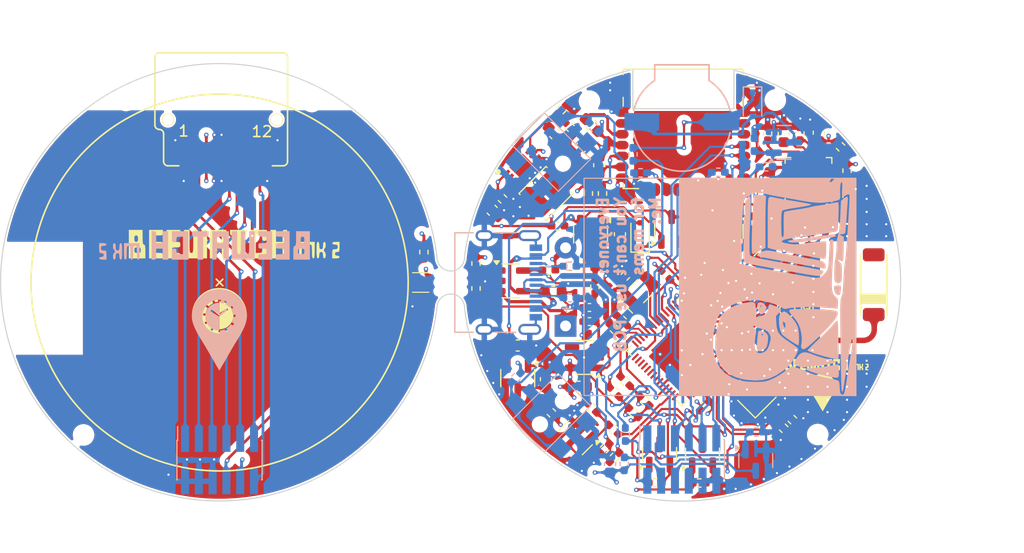
<source format=kicad_pcb>
(kicad_pcb (version 20241229) (generator "pcbnew") (generator_version "9.0")
  (layers (0 "F.Cu" signal) (4 "In1.Cu" power) (6 "In2.Cu" power) (2 "B.Cu" signal) (13 "F.Paste" user) (15 "B.Paste" user) (5 "F.SilkS" user "F.Silkscreen") (7 "B.SilkS" user "B.Silkscreen") (1 "F.Mask" user) (3 "B.Mask" user) (25 "Edge.Cuts" user))
  (net 0 "")
  (net 1 "GND")
  (net 2 "/Display/TFT_SDI")
  (net 3 "/Display/TFT_SCK")
  (net 4 "/Display/TFT_CS")
  (net 5 "/Display/TFT_LEDK")
  (net 6 "/Display/TFT_D{slash}C")
  (net 7 "/Display/TFT_RST")
  (net 8 "/ESP32/XTAL_P")
  (net 9 "Net-(Q1-G)")
  (net 10 "/Battery&BMS/VBAT")
  (net 11 "VBUS")
  (net 12 "+1V8")
  (net 13 "/RYS8830/RXD")
  (net 14 "/RYS8830/TXD")
  (net 15 "/ESP32/D-")
  (net 16 "/ESP32/D+")
  (net 17 "+3.3V")
  (net 18 "/ESP32/XTAL_N")
  (net 19 "/ESP32/XTAL_32K_P")
  (net 20 "/ESP32/XTAL_32K_N")
  (net 21 "/RYS8830/+0.92V")
  (net 22 "VDD3P3_RTC")
  (net 23 "Net-(C12-Pad2)")
  (net 24 "Net-(U1-LNA_IN)")
  (net 25 "+VBAT")
  (net 26 "Net-(U7-LDO1_OUT)")
  (net 27 "Net-(U7-LDO2_OUT)")
  (net 28 "Net-(Q2-G)")
  (net 29 "/Battery&BMS/BAT_SENSE_EN")
  (net 30 "Net-(J1-CC1)")
  (net 31 "Net-(J1-CC2)")
  (net 32 "/ESP32/IO0")
  (net 33 "/ESP32/IO1")
  (net 34 "/ESP32/USB_D+")
  (net 35 "/ESP32/USB_D-")
  (net 37 "Net-(U3-AUX_DA)")
  (net 38 "Net-(U3-AUX_CL)")
  (net 39 "/Display/TFT_LED_PIN")
  (net 40 "/Battery&BMS/CHG_ST")
  (net 41 "/ESP32/GPS_TXD")
  (net 42 "/ESP32/GPS_RXD")
  (net 44 "/ESP32/GPS_EN")
  (net 45 "/ESP32/GPS_RST")
  (net 49 "/ESP32/GPS_PSS")
  (net 51 "/ESP32/BUZZER_EN")
  (net 52 "/Display board/_GND")
  (net 53 "Net-(U3-AD0)")
  (net 56 "/Display/TFT_LEDA")
  (net 57 "Net-(BZ1--)")
  (net 59 "/ESP32/BAT_VSENSE")
  (net 60 "Net-(U3-REGOUT)")
  (net 65 "Net-(U3-FSYNC)")
  (net 68 "Net-(U3-CLKIN)")
  (net 70 "/ACCELEROMETER/MPU_SDA")
  (net 72 "Net-(U3-CPOUT)")
  (net 77 "/ACCELEROMETER/MPU_INT")
  (net 78 "Net-(U1-GPIO45)")
  (net 80 "/RYS8830/GNSS_+1.8V")
  (net 81 "/ACCELEROMETER/MPU_SCL")
  (net 86 "Net-(U1-GPIO46)")
  (net 87 "/RYS8830/PPS")
  (net 91 "Net-(U1-CHIP_PU)")
  (net 103 "Net-(AE1-FEED)")
  (net 104 "Net-(U4-STAT)")
  (net 105 "Net-(U4-PROG)")
  (net 106 "Net-(Q7-S)")
  (net 107 "Net-(Q9-G)")
  (net 108 "Net-(Q9-D)")
  (net 110 "Net-(Q4-D)")
  (net 111 "GNSS_+1V8")
  (net 112 "/Battery&BMS/+VBAT_IN")
  (net 113 "/Battery&BMS/+3V3_IN")
  (net 114 "Net-(BZ1-+)")
  (net 115 "/RYS8830/FB")
  (net 116 "/RYS8830/SW")
  (net 117 "Net-(Q5-D)")
  (net 118 "Net-(Q6-D)")
  (net 119 "Net-(U7-P06{slash}BOOT_REC)")
  (net 120 "Net-(U7-RTC_CLK_IN)")
  (net 121 "Net-(U7-LDO_IN)")
  (net 123 "/Display board/3V3")
  (net 124 "/Display board/_LED")
  (net 125 "/Display board/D{slash}C")
  (net 126 "/Display board/CS")
  (net 127 "/Display board/SCK")
  (net 128 "/Display board/RST")
  (net 129 "/Display board/SDI")
  (net 130 "/Display board/LED_K")
  (net 131 "/Display board/LED_A")
  (net 132 "/Display/LED")
  (footprint "Capacitor_SMD:C_0603_1608Metric" (layer "F.Cu") (at 158.1 95.6 -90)
    (property "Reference" "C14" (hide yes))
    (property "Value" "10nF")
  )
  (footprint "Sensor_Motion:InvenSense_QFN-24_4x4mm_P0.5mm" (layer "F.Cu") (at 161.65 95.65 180)
    (property "Reference" "U3" (hide yes))
    (property "Value" "MPU-6050")
  )
  (footprint "Package_TO_SOT_SMD:SOT-23-3" (layer "F.Cu") (at 149.0625 100.1 90)
    (property "Reference" "Q8" (hide yes))
    (property "Value" "DMP1045U-7")
  )
  (footprint "Resistor_SMD:R_0402_1005Metric_Pad0.72x0.64mm_HandSolder" (layer "F.Cu") (at 133.5 97.3 135)
    (property "Reference" "R25" (hide yes))
    (property "Value" "1M")
  )
  (footprint "Diode_SMD:D_SOD-323F" (layer "F.Cu") (at 152.2 104.1 -135)
    (property "Reference" "D3" (hide yes))
    (property "Value" "ZLLS410TA")
  )
  (footprint "Capacitor_SMD:C_0201_0603Metric" (layer "F.Cu") (at 143.6 105.5 135)
    (property "Reference" "C4" (hide yes))
    (property "Value" "12pF")
  )
  (footprint "Capacitor_SMD:C_0603_1608Metric" (layer "F.Cu") (at 140.5 114.6)
    (property "Reference" "C24" (hide yes))
    (property "Value" "10uF")
  )
  (footprint "Resistor_SMD:R_0402_1005Metric_Pad0.72x0.64mm_HandSolder" (layer "F.Cu") (at 162.068629 99.7 -90)
    (property "Reference" "R12" (hide yes))
    (property "Value" "4.7K")
  )
  (footprint "Package_TO_SOT_SMD:SOT-23" (layer "F.Cu") (at 151.9 120.9 90)
    (property "Reference" "Q6" (hide yes))
    (property "Value" "BSS138")
  )
  (footprint "Package_TO_SOT_SMD:SOT-23" (layer "F.Cu") (at 158.2 103.2 -135)
    (property "Reference" "Q7" (hide yes))
    (property "Value" "BSS138")
  )
  (footprint "Package_TO_SOT_SMD:SOT-23-5" (layer "F.Cu") (at 141.032583 111.9 180)
    (property "Reference" "U5" (hide yes))
    (property "Value" "ME6217C33M5G")
  )
  (footprint "Resistor_SMD:R_0402_1005Metric_Pad0.72x0.64mm_HandSolder" (layer "F.Cu") (at 160.061871 101.311871 -45)
    (property "Reference" "R33" (hide yes))
    (property "Value" "10K")
  )
  (footprint "Resistor_SMD:R_0402_1005Metric_Pad0.72x0.64mm_HandSolder" (layer "F.Cu") (at 138.6025 99.8)
    (property "Reference" "R41" (hide yes))
    (property "Value" "0")
  )
  (footprint "Inductor_SMD:L_0402_1005Metric" (layer "F.Cu") (at 154.6 108.6 135)
    (property "Reference" "L1" (hide yes))
    (property "Value" "2nH")
  )
  (footprint "Resistor_SMD:R_0402_1005Metric_Pad0.72x0.64mm_HandSolder" (layer "F.Cu") (at 165.2 97 -90)
    (property "Reference" "R14" (hide yes))
    (property "Value" "0")
  )
  (footprint "Capacitor_SMD:C_0603_1608Metric" (layer "F.Cu") (at 134.9 110.8)
    (property "Reference" "C31" (hide yes))
    (property "Value" "4.7uF")
  )
  (footprint "Capacitor_SMD:C_0402_1005Metric_Pad0.74x0.62mm_HandSolder" (layer "F.Cu") (at 148.5 104.3 135)
    (property "Reference" "C10" (hide yes))
    (property "Value" "0.1uF")
  )
  (footprint "LOGO" (layer "F.Cu") (at 163.15 112.75)
    (property "Reference" "G***" (hide yes))
    (property "Value" "LOGO" (hide yes))
  )
  (footprint "Capacitor_SMD:C_0201_0603Metric" (layer "F.Cu") (at 145.9 103.2 135)
    (property "Reference" "C3" (hide yes))
    (property "Value" "12pF")
  )
  (footprint "Package_TO_SOT_SMD:SOT-23-3" (layer "F.Cu") (at 141.6 100.5625 -90)
    (property "Reference" "Q3" (hide yes))
    (property "Value" "DMP1045U-7")
  )
  (footprint "Capacitor_SMD:C_0603_1608Metric" (layer "F.Cu") (at 142.4 94.2 90)
    (property "Reference" "C26" (hide yes))
    (property "Value" "4.7uF")
  )
  (footprint "Resistor_SMD:R_0402_1005Metric_Pad0.72x0.64mm_HandSolder" (layer "F.Cu") (at 144.5 108.5 -45)
    (property "Reference" "R7" (hide yes))
    (property "Value" "22")
  )
  (footprint "Inductor_SMD:L_0402_1005Metric" (layer "F.Cu") (at 163.6 110.333185)
    (property "Reference" "L2" (hide yes))
    (property "Value" "5.6nH")
  )
  (footprint "Resistor_SMD:R_0402_1005Metric_Pad0.72x0.64mm_HandSolder" (layer "F.Cu") (at 156.5625 99.5 90)
    (property "Reference" "R50" (hide yes))
    (property "Value" "10K")
  )
  (footprint "Capacitor_SMD:C_0603_1608Metric" (layer "F.Cu") (at 138.3 91.3 135)
    (property "Reference" "C28" (hide yes))
    (property "Value" "220pF")
  )
  (footprint "Capacitor_SMD:C_0402_1005Metric_Pad0.74x0.62mm_HandSolder" (layer "F.Cu") (at 157.098717 111.998717 -45)
    (property "Reference" "C6" (hide yes))
    (property "Value" "10nF")
  )
  (footprint "LOGO" (layer "F.Cu") (at 107.448807 109.734978)
    (property "Reference" "G***" (hide yes))
    (property "Value" "LOGO" (hide yes))
  )
  (footprint "Resistor_SMD:R_0402_1005Metric_Pad0.72x0.64mm_HandSolder" (layer "F.Cu") (at 160.167956 117.627504 135)
    (property "Reference" "R52" (hide yes))
    (property "Value" "0")
  )
  (footprint "Capacitor_SMD:C_0603_1608Metric" (layer "F.Cu") (at 141.7 90.5 -45)
    (property "Reference" "C27" (hide yes))
    (property "Value" "4.7uF")
  )
  (footprint "LOGO" (layer "F.Cu") (at 108.348807 101.934978)
    (property "Reference" "G***" (hide yes))
    (property "Value" "LOGO" (hide yes))
  )
  (footprint "Resistor_SMD:R_0402_1005Metric_Pad0.72x0.64mm_HandSolder" (layer "F.Cu") (at 131.0625 105.552501 -90)
    (property "Reference" "R21" (hide yes))
    (property "Value" "220")
  )
  (footprint "Resistor_SMD:R_0402_1005Metric_Pad0.72x0.64mm_HandSolder" (layer "F.Cu") (at 163.2 99.6975 -90)
    (property "Reference" "R11" (hide yes))
    (property "Value" "4.7K")
  )
  (footprint "Package_TO_SOT_SMD:SOT-23" (layer "F.Cu") (at 147.95 120.8375 90)
    (property "Reference" "Q5" (hide yes))
    (property "Value" "BSS138")
  )
  (footprint "Resistor_SMD:R_0402_1005Metric_Pad0.72x0.64mm_HandSolder" (layer "F.Cu") (at 151.6 123.462498 180)
    (property "Reference" "R32" (hide yes))
    (property "Value" "10K")
  )
  (footprint "Package_TO_SOT_SMD:SOT-23" (layer "F.Cu") (at 140.2 119.3 -135)
    (property "Reference" "Q9" (hide yes))
    (property "Value" "DMG6968U")
  )
  (footprint "Resistor_SMD:R_0402_1005Metric_Pad0.72x0.64mm_HandSolder" (layer "F.Cu") (at 144.777504 114.077504 135)
    (property "Reference" "R39" (hide yes))
    (property "Value" "0")
  )
  (footprint "Resistor_SMD:R_0402_1005Metric_Pad0.72x0.64mm_HandSolder" (layer "F.Cu") (at 126.269075 102.200766 90)
    (property "Reference" "R6" (hide yes))
    (property "Value" "1K")
  )
  (footprint "Capacitor_SMD:C_0603_1608Metric" (layer "F.Cu") (at 132.548008 98.348008 -45)
    (property "Reference" "C25" (hide yes))
    (property "Value" "4.7uF")
  )
  (footprint "Package_TO_SOT_SMD:SOT-23-3" (layer "F.Cu") (at 134.9 113.8 -90)
    (property "Reference" "U8" (hide yes))
    (property "Value" "S-1206B18-M3T1G")
  )
  (footprint "REYAS:RYS8830" (layer "F.Cu") (at 150 92.35)
    (property "Reference" "U7" (hide yes))
    (property "Value" "RYS8830")
  )
  (footprint "Resistor_SMD:R_0402_1005Metric_Pad0.72x0.64mm_HandSolder" (layer "F.Cu") (at 143.708839 118.534664 135)
    (property "Reference" "R46" (hide yes))
    (property "Value" "100")
  )
  (footprint "Resistor_SMD:R_0402_1005Metric_Pad0.72x0.64mm_HandSolder" (layer "F.Cu") (at 151.5625 101.1 90)
    (property "Reference" "R24" (hide yes))
    (property "Value" "10K")
  )
  (footprint "TestPoint:TestPoint_Pad_D1.0mm" (layer "F.Cu") (at 160.7 105.5 180)
    (property "Reference" "TP1" (hide yes))
    (property "Value" "TestPoint")
  )
  (footprint "Package_TO_SOT_SMD:SOT-23-5" (layer "F.Cu") (at 134.2625 104.850001)
    (property "Reference" "U4" (hide yes))
    (property "Value" "MCP73832-2-OT")
  )
  (footprint "Resistor_SMD:R_0402_1005Metric_Pad0.72x0.64mm_HandSolder" (layer "F.Cu") (at 144.8 104.4 -135)
    (property "Reference" "R4" (hide yes))
    (property "Value" "5M")
  )
  (footprint "Capacitor_SMD:C_0402_1005Metric_Pad0.74x0.62mm_HandSolder" (layer "F.Cu") (at 141.5 108.6 180)
    (property "Reference" "C23" (hide yes))
    (property "Value" "0.1uF")
  )
  (footprint "Resistor_SMD:R_0402_1005Metric_Pad0.72x0.64mm_HandSolder" (layer "F.Cu") (at 159.367956 118.427504 -45)
    (property "Reference" "R51" (hide yes))
    (property "Value" "0")
  )
  (footprint "Resistor_SMD:R_0402_1005Metric_Pad0.72x0.64mm_HandSolder" (layer "F.Cu") (at 164.6 92.5 135)
    (property "Reference" "R16" (hide yes))
    (property "Value" "4.7K")
  )
  (footprint "Resistor_SMD:R_0402_1005Metric_Pad0.72x0.64mm_HandSolder" (layer "F.Cu") (at 155.5 114.4 45)
    (property "Reference" "R23" (hide yes))
    (property "Value" "5M")
  )
  (footprint "Capacitor_SMD:C_0201_0603Metric" (layer "F.Cu") (at 155.373726 116.973726 135)
    (property "Reference" "C1" (hide yes))
    (property "Value" "14pF")
  )
  (footprint "Resistor_SMD:R_0402_1005Metric_Pad0.72x0.64mm_HandSolder" (layer "F.Cu") (at 141.708839 116.534664 135)
    (property "Reference" "R47" (hide yes))
    (property "Value" "10K")
  )
  (footprint "Resistor_SMD:R_0402_1005Metric_Pad0.72x0.64mm_HandSolder" (layer "F.Cu") (at 146.577504 115.877504 -45)
    (property "Reference" "R35" (hide yes))
    (property "Value" "K10K")
  )
  (footprint "Inductor_SMD:L_Cenker_CKCS3012" (layer "F.Cu") (at 137.5 96.8 45)
    (property "Reference" "L3" (hide yes))
    (property "Value" "3.3uH")
  )
  (footprint "Panelization:mouse-bite-2.54mm-slot" (layer "F.Cu") (at 128.738134 105 90)
    (property "Reference" "mouse-bite-2.54mm-slot" (hide yes))
    (property "Value" "VAL**" (hide yes))
    (fp_arc (start -2.33 -1.27) (mid -1.06 0) (end -2.33 1.27) (stroke (width 0.1)) (layer "Edge.Cuts"))
    (fp_arc (start 2.33 1.27) (mid 1.06 0) (end 2.33 -1.27) (stroke (width 0.1)) (layer "Edge.Cuts"))
  )
  (footprint "Resistor_SMD:R_0402_1005Metric_Pad0.72x0.64mm_HandSolder" (layer "F.Cu") (at 145.555008 116.955008 -45)
    (property "Reference" "R34" (hide yes))
    (property "Value" "10K")
  )
  (footprint "Capacitor_SMD:C_0402_1005Metric_Pad0.74x0.62mm_HandSolder" (layer "F.Cu") (at 141.5 107.3 180)
    (property "Reference" "C22" (hide yes))
    (property "Value" "10uF")
  )
  (footprint "Resistor_SMD:R_0402_1005Metric_Pad0.72x0.64mm_HandSolder" (layer "F.Cu") (at 160.859188 91.295227 -90)
    (property "Reference" "R42" (hide yes))
    (property "Value" "0")
  )
  (footprint "" (layer "F.Cu") (at 158.6 88.2)
    (property "Reference" "")
    (property "Value" "")
  )
  (footprint "Capacitor_SMD:C_0603_1608Metric" (layer "F.Cu") (at 140.648008 92.651992 -135)
    (property "Reference" "C29" (hide yes))
    (property "Value" "4.7uF")
  )
  (footprint "" (layer "F.Cu") (at 162.5 119)
    (property "Reference" "")
    (property "Value" "")
  )
  (footprint "Capacitor_SMD:C_0603_1608Metric" (layer "F.Cu") (at 159.374264 91.3 90)
    (property "Reference" "C15" (hide yes))
    (property "Value" "0.1uF")
  )
  (footprint "Resistor_SMD:R_0402_1005Metric_Pad0.72x0.64mm_HandSolder" (layer "F.Cu") (at 142.7 96.8 90)
    (property "Reference" "R49" (hide yes))
    (property "Value" "0")
  )
  (footprint "Diode_SMD:D_SOD-323F" (layer "F.Cu") (at 146.1625 100.6 90)
    (property "Reference" "D2" (hide yes))
    (property "Value" "ZLLS410TA")
  )
  (footprint "Capacitor_SMD:C_0402_1005Metric_Pad0.74x0.62mm_HandSolder" (layer "F.Cu") (at 152.090452 116.35 -135)
    (property "Reference" "C11" (hide yes))
    (property "Value" "0.1uF")
  )
  (footprint "Capacitor_SMD:C_0603_1608Metric" (layer "F.Cu") (at 138.165 105.850001)
    (property "Reference" "C19" (hide yes))
    (property "Value" "1uF")
  )
  (footprint "Capacitor_SMD:C_0603_1608Metric" (layer "F.Cu") (at 137.5 113.9 90)
    (property "Reference" "C30" (hide yes))
    (property "Value" "4.7uF")
  )
  (footprint "Resistor_SMD:R_0402_1005Metric_Pad0.72x0.64mm_HandSolder" (layer "F.Cu") (at 131.0625 103.250001 90)
    (property "Reference" "R22" (hide yes))
    (property "Value" "220")
  )
  (footprint "TestPoint:TestPoint_Pad_D1.0mm" (layer "F.Cu") (at 159.7 107.5)
    (property "Reference" "TP2" (hide yes))
    (property "Value" "TestPoint")
  )
  (footprint "Capacitor_SMD:C_0402_1005Metric_Pad0.74x0.62mm_HandSolder" (layer "F.Cu") (at 162.02132 109.7675 -90)
    (property "Reference" "C13" (hide yes))
    (property "Value" "4.7nF")
  )
  (footprint "Resistor_SMD:R_0402_1005Metric_Pad0.72x0.64mm_HandSolder" (layer "F.Cu") (at 141.4 96.8025 -90)
    (property "Reference" "R28" (hide yes))
    (property "Value" "0")
  )
  (footprint "Capacitor_SMD:C_0402_1005Metric_Pad0.74x0.62mm_HandSolder" (layer "F.Cu") (at 156.1 107.7 45)
    (property "Reference" "C9" (hide yes))
    (property "Value" "0.1uF")
  )
  (footprint "Capacitor_SMD:C_0603_1608Metric" (layer "F.Cu") (at 162.6 91.2 90)
    (property "Reference" "C17" (hide yes))
    (property "Value" "0.1uF")
  )
  (footprint "Resistor_SMD:R_0402_1005Metric_Pad0.72x0.64mm_HandSolder" (layer "F.Cu") (at 157.889339 91.295227 -90)
    (property "Reference" "R13" (hide yes))
    (property "Value" "0")
  )
  (footprint "Capacitor_SMD:C_0603_1608Metric" (layer "F.Cu") (at 144.303922 100.558578 -90)
    (property "Reference" "C20" (hide yes))
    (property "Value" "4.7uF")
  )
  (footprint "DISPLAY:GC9A01_BOTTOM" (layer "F.Cu") (at 107.470579 105.002885)
    (property "Reference" "DS1" (hide yes))
    (property "Value" "GC9A01")
  )
  (footprint "LOGO" (layer "F.Cu") (at 162.95 115.35)
    (property "Reference" "G***" (hide yes))
    (property "Value" "LOGO" (hide yes))
  )
  (footprint "Resistor_SMD:R_0402_1005Metric_Pad0.72x0.64mm_HandSolder" (layer "F.Cu") (at 150.777504 103.322496 -135)
    (property "Reference" "R37" (hide yes))
    (property "Value" "10K")
  )
  (footprint "Package_DFN_QFN:QFN-56-1EP_7x7mm_P0.4mm_EP4x4mm" (layer "F.Cu") (at 149.990452 111.25 -135)
    (property "Reference" "U1" (hide yes))
    (property "Value" "ESP32-S3FH4R2")
  )
  (footprint "Capacitor_SMD:C_0402_1005Metric_Pad0.74x0.62mm_HandSolder" (layer "F.Cu") (at 156.292651 112.7826 -45)
    (property "Reference" "C5" (hide yes))
    (property "Value" "1uF")
  )
  (footprint "ANTENNA:ESP32_ZERO_ANT" (layer "F.Cu") (at 167.7 105.1 180)
    (property "Reference" "AE1" (hide yes))
    (property "Value" "CA-C03" (hide yes))
  )
  (footprint "" (layer "F.Cu") (at 141.455 88.26)
    (property "Reference" "")
    (property "Value" "")
  )
  (footprint "Resistor_SMD:R_0402_1005Metric_Pad0.72x0.64mm_HandSolder" (layer "F.Cu") (at 156.922496 108.477504 45)
    (property "Reference" "R40" (hide yes))
    (property "Value" "1K")
  )
  (footprint "Resistor_SMD:R_0402_1005Metric_Pad0.72x0.64mm_HandSolder" (layer "F.Cu") (at 142.9 120.3 -135)
    (property "Reference" "R45" (hide yes))
    (property "Value" "10K")
  )
  (footprint "Capacitor_SMD:C_0402_1005Metric_Pad0.74x0.62mm_HandSolder" (layer "F.Cu") (at 155.3 106.9 45)
    (property "Reference" "C8" (hide yes))
    (property "Value" "1uF")
  )
  (footprint "Resistor_SMD:R_0402_1005Metric_Pad0.72x0.64mm_HandSolder" (layer "F.Cu") (at 142 105.4 -90)
    (property "Reference" "R48" (hide yes))
    (property "Value" "0")
  )
  (footprint "Resistor_SMD:R_0402_1005Metric_Pad0.72x0.64mm_HandSolder" (layer "F.Cu") (at 155.861871 104.711871 135)
    (property "Reference" "R36" (hide yes))
    (property "Value" "K10K")
  )
  (footprint "Package_TO_SOT_SMD:SOT-23" (layer "F.Cu") (at 154.0625 100.3 -90)
    (property "Reference" "Q4" (hide yes))
    (property "Value" "DMG6968U")
  )
  (footprint "Resistor_SMD:R_0402_1005Metric_Pad0.72x0.64mm_HandSolder" (layer "F.Cu") (at 147.55 123.4375 180)
    (property "Reference" "R31" (hide yes))
    (property "Value" "10K")
  )
  (footprint "Resistor_SMD:R_0402_1005Metric_Pad0.72x0.64mm_HandSolder" (layer "F.Cu") (at 143.8 109.3 -45)
    (property "Reference" "R8" (hide yes))
    (property "Value" "22")
  )
  (footprint "Resistor_SMD:R_0402_1005Metric_Pad0.72x0.64mm_HandSolder" (layer "F.Cu") (at 139.7 90.7 -45)
    (property "Reference" "R27" (hide yes))
    (property "Value" "51K")
  )
  (footprint "Resistor_SMD:R_0402_1005Metric_Pad0.72x0.64mm_HandSolder" (layer "F.Cu") (at 165.2 94.7025 90)
    (property "Reference" "R15" (hide yes))
    (property "Value" "4.7K")
  )
  (footprint "Crystal:Crystal_SMD_2016-4Pin_2.0x1.6mm" (layer "F.Cu") (at 156.9 115.7 45)
    (property "Reference" "Y1" (hide yes))
    (property "Value" "40MHz")
  )
  (footprint "Resistor_SMD:R_0402_1005Metric_Pad0.72x0.64mm_HandSolder" (layer "F.Cu") (at 143.777504 115.077504 135)
    (property "Reference" "R38" (hide yes))
    (property "Value" "0")
  )
  (footprint "Resistor_SMD:R_0402_1005Metric_Pad0.72x0.64mm_HandSolder" (layer "F.Cu") (at 138.922496 89.077504 -135)
    (property "Reference" "R26" (hide yes))
    (property "Value" "100K")
  )
  (footprint "SM_LED:XL-0807RGBC-WS2812B" (layer "F.Cu") (at 125.969075 104.998266)
    (property "Reference" "D1" (hide yes))
    (property "Value" "WS2812B-0807")
  )
  (footprint "SM_BUCK:SON50P300X200X80-7N-D" (layer "F.Cu") (at 135.249497 94.26967 45)
    (property "Reference" "U2" (hide yes))
    (property "Value" "LTC3549EDCB#TRMPBF" (hide yes))
  )
  (footprint "Resistor_SMD:R_0402_1005Metric_Pad0.72x0.64mm_HandSolder" (layer "F.Cu") (at 143.8 121.1 -135)
    (property "Reference" "R44" (hide yes))
    (property "Value" "10K")
  )
  (footprint "Capacitor_SMD:C_0402_1005Metric_Pad0.74x0.62mm_HandSolder" (layer "F.Cu") (at 159.9 110.333185)
    (property "Reference" "C12" (hide yes))
    (property "Value" "0R")
  )
  (footprint "Capacitor_SMD:C_0603_1608Metric" (layer "F.Cu") (at 160 99.1 180)
    (property "Reference" "C16" (hide yes))
    (property "Value" "2.2nF")
  )
  (footprint "Resistor_SMD:R_0402_1005Metric_Pad0.72x0.64mm_HandSolder" (layer "F.Cu") (at 137.765 103.850001)
    (property "Reference" "R20" (hide yes))
    (property "Value" "22K")
  )
  (footprint "Capacitor_SMD:C_0402_1005Metric_Pad0.74x0.62mm_HandSolder" (layer "F.Cu") (at 154.5 106.1 45)
    (property "Reference" "C7" (hide yes))
    (property "Value" "10uF")
  )
  (footprint "Crystal:Crystal_SMD_EuroQuartz_EQ161-2Pin_3.2x1.5mm" (layer "F.Cu") (at 146.2 105.8 45)
    (property "Reference" "Y2" (hide yes))
    (property "Value" "32.768KHz")
  )
  (footprint "Capacitor_SMD:C_0201_0603Metric" (layer "F.Cu") (at 158.3 114.4 -45)
    (property "Reference" "C2" (hide yes))
    (property "Value" "14pF")
  )
  (footprint "Resistor_SMD:R_0402_1005Metric_Pad0.72x0.64mm_HandSolder" (layer "F.Cu") (at 138 117 135)
    (property "Reference" "R43" (hide yes))
    (property "Value" "0")
  )
  (footprint "Capacitor_SMD:C_0603_1608Metric" (layer "F.Cu") (at 142.8 103.5)
    (property "Reference" "C21" (hide yes))
    (property "Value" "4.7uF")
  )
  (footprint "Resistor_SMD:R_0402_1005Metric_Pad0.72x0.64mm_HandSolder" (layer "B.Cu") (at 157.75 94.35)
    (property "Reference" "R9" (hide yes))
    (property "Value" "100")
  )
  (footprint "Package_TO_SOT_SMD:SOT-23" (layer "B.Cu") (at 156.8 121.4 -90)
    (property "Reference" "Q2" (hide yes))
    (property "Value" "DMG6968U")
  )
  (footprint "Resistor_SMD:R_0402_1005Metric_Pad0.72x0.64mm_HandSolder" (layer "B.Cu") (at 144.8 119 -90)
    (property "Reference" "R17" (hide yes))
    (property "Value" "10K")
  )
  (footprint "Resistor_SMD:R_0402_1005Metric_Pad0.72x0.64mm_HandSolder" (layer "B.Cu") (at 146.2 94.9)
    (property "Reference" "R29" (hide yes))
    (property "Value" "0")
  )
  (footprint "Resistor_SMD:R_0402_1005Metric_Pad0.72x0.64mm_HandSolder" (layer "B.Cu") (at 139.7 103.5)
    (property "Reference" "R2" (hide yes))
    (property "Value" "5K1")
  )
  (footprint "" (layer "B.Cu") (at 116 88.3 180)
    (property "Reference" "")
    (property "Value" "")
  )
  (footprint "Resistor_SMD:R_0402_1005Metric_Pad0.72x0.64mm_HandSolder" (layer "B.Cu") (at 141.9 90.7 -45)
    (property "Reference" "R3" (hide yes))
    (property "Value" "10K")
  )
  (footprint "Connector_PinHeader_1.27mm:PinHeader_2x06_P1.27mm_Vertical_SMD" (layer "B.Cu") (at 107.465 121.35 -90)
    (property "Reference" "J4" (hide yes))
    (property "Value" "Conn_02x06_Odd_Even")
  )
  (footprint "SM_BUZZER:CL9032A-CLDZ-SMD Passive Buzzer" (layer "B.Cu") (at 150 90.2)
    (property "Reference" "BZ1" (hide yes))
    (property "Value" "Buzzer")
  )
  (footprint "BATTERY:WLY902025" (layer "B.Cu") (at 141.1 105.2 -90)
    (property "Reference" "BT1" (hide yes))
    (property "Value" "3.7V 400mAh")
  )
  (footprint "" (layer "B.Cu") (at 98.855 88.239999 180)
    (property "Reference" "")
    (property "Value" "")
  )
  (footprint "" (layer "B.Cu") (at 94.955 119.039999 180)
    (property "Reference" "")
    (property "Value" "")
  )
  (footprint "Resistor_SMD:R_0402_1005Metric_Pad0.72x0.64mm_HandSolder" (layer "B.Cu") (at 144.7 121.6975 -90)
    (property "Reference" "R19" (hide yes))
    (property "Value" "22")
  )
  (footprint "LOGO" (layer "B.Cu") (at 107.45 109.85 180)
    (property "Reference" "G***" (hide yes))
    (property "Value" "LOGO" (hide yes))
  )
  (footprint "Connector_USB:USB_C_Receptacle_XKB_U262-16XN-4BVC11" (layer "B.Cu") (at 132.9 105 90)
    (property "Reference" "J1" (hide yes))
    (property "Value" "USB_C_Receptacle_USB2.0_16P")
  )
  (footprint "Resistor_SMD:R_0402_1005Metric_Pad0.72x0.64mm_HandSolder" (layer "B.Cu") (at 153.356079 94.85 180)
    (property "Reference" "R30" (hide yes))
    (property "Value" "0")
  )
  (footprint "Diode_SMD:D_SOD-323F" (layer "B.Cu") (at 156.5 88.6 -90)
    (property "Reference" "D4" (hide yes))
    (property "Value" "ZLLS410TA")
  )
  (footprint "LOGO" (layer "B.Cu") (at 106.55 102.05 180)
    (property "Reference" "G***" (hide yes))
    (property "Value" "LOGO" (hide yes))
  )
  (footprint "Capacitor_SMD:C_0603_1608Metric" (layer "B.Cu") (at 143.4 121.72 90)
    (property "Reference" "C18" (hide yes))
    (property "Value" "0.1u")
  )
  (footprint "Package_TO_SOT_SMD:SOT-23" (layer "B.Cu") (at 159.4 92.1)
    (property "Reference" "Q1" (hide yes))
    (property "Value" "DMG6968U")
  )
  (footprint "Resistor_SMD:R_0402_1005Metric_Pad0.72x0.64mm_HandSolder" (layer "B.Cu") (at 139.7 106.4)
    (property "Reference" "R1" (hide yes))
    (property "Value" "5K1")
  )
  (footprint "Project:meme_2" (layer "B.Cu") (at 157.9 105.4 -90)
    (property "Reference" "meme_2" (hide yes))
    (property "Value" "LOGO" (hide yes))
  )
  (footprint "SM_SWITCH:Tact Switch-TK-074-4 Pin SMD" (layer "B.Cu") (at 138 93 -45)
    (property "Reference" "SW1" (hide yes))
    (property "Value" "TK-074-4")
  )
  (footprint "Resistor_SMD:R_0402_1005Metric_Pad0.72x0.64mm_HandSolder" (layer "B.Cu") (at 156.65 92.3 -90)
    (property "Reference" "R10" (hide yes))
    (property "Value" "47K")
  )
  (footprint "Resistor_SMD:R_0402_1005Metric_Pad0.72x0.64mm_HandSolder" (layer "B.Cu") (at 134.739376 113.760624 45)
    (property "Reference" "R5" (hide yes))
    (property "Value" "10K")
  )
  (footprint "Connector_PinHeader_1.27mm:PinHeader_2x06_P1.27mm_Vertical_SMD" (layer "B.Cu") (at 150 121.3 -90)
    (property "Reference" "J3" (hide yes))
    (property "Value" "Conn_02x06_Odd_Even")
  )
  (footprint "SM_SWITCH:Tact Switch-TK-074-4 Pin SMD" (layer "B.Cu") (at 138 117 45)
    (property "Reference" "SW2" (hide yes))
    (property "Value" "TK-074-4")
  )
  (footprint "Resistor_SMD:R_0402_1005Metric_Pad0.72x0.64mm_HandSolder" (layer "B.Cu") (at 145.5 93.2 90)
    (property "Reference" "R53" (hide yes))
    (property "Value" "0")
  )
  (footprint "Resistor_SMD:R_0402_1005Metric_Pad0.72x0.64mm_HandSolder" (layer "B.Cu") (at 156.85 118.7625)
    (property "Reference" "R18" (hide yes))
    (property "Value" "1M")
  )
  (gr_line (start 107.469075 104.998266) (end 107.169075 104.698266) (stroke (width 0.15)) (layer "F.SilkS"))
  (gr_line (start 107.469075 104.998266) (end 107.769075 105.298266) (stroke (width 0.15)) (layer "F.SilkS"))
  (gr_line (start 150 105) (end 149.8 105.2) (stroke (width 0.15)) (layer "F.SilkS"))
  (gr_line (start 159.45 108.6) (end 159.95 108.6) (stroke (width 0.15)) (layer "F.SilkS"))
  (gr_line (start 159.7 108.4) (end 159.7 108.2) (stroke (width 0.15)) (layer "F.SilkS"))
  (gr_line (start 107.469075 104.998266) (end 107.769075 104.698266) (stroke (width 0.15)) (layer "F.SilkS"))
  (gr_line (start 149.790452 104.8) (end 150.190452 105.2) (stroke (width 0.15)) (layer "F.SilkS"))
  (gr_line (start 159.65 108.8) (end 159.75 108.8) (stroke (width 0.15)) (layer "F.SilkS"))
  (gr_line (start 150 105) (end 150.2 104.8) (stroke (width 0.15)) (layer "F.SilkS"))
  (gr_line (start 107.469075 104.998266) (end 107.169075 105.298266) (stroke (width 0.15)) (layer "F.SilkS"))
  (gr_line (start 159.25 108.4) (end 160.15 108.4) (stroke (width 0.15)) (layer "F.SilkS"))
  (gr_line (start 145.490452 89) (end 154.790452 89) (stroke (width 0.1)) (layer "Edge.Cuts"))
  (gr_line (start 154.790452 89) (end 154.790452 85.45) (stroke (width 0.1)) (layer "Edge.Cuts"))
  (gr_line (start 145.491264 85.38432) (end 145.490452 89) (stroke (width 0.1)) (layer "Edge.Cuts"))
  (gr_arc (start 154.790452 85.45) (mid 163.321588 120.089275) (end 130.006967 107.330136) (stroke (width 0.1)) (layer "Edge.Cuts"))
  (gr_arc (start 127.463283 107.32943) (mid 87.325104 104.957924) (end 127.468134 102.67) (stroke (width 0.1)) (layer "Edge.Cuts"))
  (gr_arc (start 130.008134 102.67) (mid 135.007717 91.571111) (end 145.491264 85.38432) (stroke (width 0.1)) (layer "Edge.Cuts"))
  (gr_text "RST\n" (at 160.8 107.5 0) (layer "F.SilkS") (effects (font (size 0.508 0.508) (thickness 0.127)) (justify left bottom)))
  (gr_text "Everyone: \nYou can't use PCB \nfor mems\nMe:" (at 148.15 97 90) (layer "B.SilkS") (effects (font (size 1 1) (thickness 0.25) (bold yes)) (justify left bottom mirror)))
  (segment (start 157.558353 96.375) (end 157.397106 96.536247) (width 0.2) (layer "F.Cu") (net 1))
  (segment (start 134.077504 97.722496) (end 134.5 97.3) (width 0.2) (layer "F.Cu") (net 1))
  (segment (start 139.686319 117.460494) (end 139.686319 117.229525) (width 0.3) (layer "F.Cu") (net 1))
  (segment (start 140.587832 116.112168) (end 140.4 116.3) (width 0.3) (layer "F.Cu") (net 1))
  (segment (start 140.95 108) (end 140.95 108.5825) (width 0.25) (layer "F.Cu") (net 1))
  (segment (start 156.5625 101.015595) (end 157.255362 101.708457) (width 0.2) (layer "F.Cu") (net 1))
  (segment (start 137.654768 112.342646) (end 137.835172 112.342646) (width 0.25) (layer "F.Cu") (net 1))
  (segment (start 145.673726 102.973726) (end 144.926274 102.973726) (width 0.2) (layer "F.Cu") (net 1))
  (segment (start 141.459675 115.259675) (end 141.668201 115.259675) (width 0.25) (layer "F.Cu") (net 1))
  (segment (start 156.693934 113.183883) (end 155.627173 113.183883) (width 0.2) (layer "F.Cu") (net 1))
  (segment (start 144.090452 95.759548) (end 144.5 95.35) (width 0.25) (layer "F.Cu") (net 1))
  (segment (start 134.233031 95.286136) (end 133.9 95.619167) (width 0.2) (layer "F.Cu") (net 1))
  (segment (start 141.196016 92.103984) (end 142.147937 92.103984) (width 0.2) (layer "F.Cu") (net 1))
  (segment (start 138.3625 103.850001) (end 138.3625 103.129865) (width 0.2) (layer "F.Cu") (net 1))
  (segment (start 140.191161 117.965336) (end 139.686319 117.460494) (width 0.3) (layer "F.Cu") (net 1))
  (segment (start 140.9325 109.707952) (end 140.790452 109.85) (width 0.25) (layer "F.Cu") (net 1))
  (segment (start 133.9 96.7) (end 134.5 97.3) (width 0.2) (layer "F.Cu") (net 1))
  (segment (start 155.7 95.35) (end 155.7 96.8) (width 0.2) (layer "F.Cu") (net 1))
  (segment (start 140.9325 107.3) (end 140.9325 107.9825) (width 0.25) (layer "F.Cu") (net 1))
  (segment (start 143.373726 105.173726) (end 143.273726 105.173726) (width 0.2) (layer "F.Cu") (net 1))
  (segment (start 157.6821 117.441648) (end 158.8821 116.241648) (width 0.2) (layer "F.Cu") (net 1))
  (segment (start 153.1125 99.3625) (end 153.1125 98.625001) (width 0.2) (layer "F.Cu") (net 1))
  (segment (start 154.304702 115.272447) (end 154.197559 115.165304) (width 0.2) (layer "F.Cu") (net 1))
  (segment (start 142.147937 92.103984) (end 142.605495 92.561542) (width 0.2) (layer "F.Cu") (net 1))
  (segment (start 133.096016 98.896016) (end 133.646016 98.346016) (width 0.2) (layer "F.Cu") (net 1))
  (segment (start 154.790452 117.25) (end 154.720182 117.17973) (width 0.2) (layer "F.Cu") (net 1))
  (segment (start 154.564076 115.523622) (end 154.312901 115.272447) (width 0.2) (layer "F.Cu") (net 1))
  (segment (start 154.564076 116.964164) (end 154.564076 115.523622) (width 0.2) (layer "F.Cu") (net 1))
  (segment (start 157.889339 90.697727) (end 157.889339 90.010661) (width 0.2) (layer "F.Cu") (net 1))
  (segment (start 154.197559 115.165304) (end 154.197559 114.535681) (width 0.2) (layer "F.Cu") (net 1))
  (segment (start 144.5 87.35) (end 143.45 87.35) (width 0.25) (layer "F.Cu") (net 1))
  (segment (start 160.859188 89.940812) (end 160.9 89.9) (width 0.2) (layer "F.Cu") (net 1))
  (segment (start 159.7 96.9) (end 158.625 96.9) (width 0.2) (layer "F.Cu") (net 1))
  (segment (start 165.9975 96.4025) (end 166 96.4) (width 0.2) (layer "F.Cu") (net 1))
  (segment (start 143.273726 105.173726) (end 142.893013 104.793013) (width 0.2) (layer "F.Cu") (net 1))
  (segment (start 135.849999 112.6625) (end 137.0375 112.6625) (width 0.25) (layer "F.Cu") (net 1))
  (segment (start 141.275 114.6) (end 141.275 115.075) (width 0.25) (layer "F.Cu") (net 1))
  (segment (start 140.9325 107.9825) (end 140.95 108) (width 0.25) (layer "F.Cu") (net 1))
  (segment (start 154.312901 115.272447) (end 154.304702 115.272447) (width 0.2) (layer "F.Cu") (net 1))
  (segment (start 137.438657 93.538657) (end 137.55 93.65) (width 0.2) (layer "F.Cu") (net 1))
  (segment (start 144.5 86.35) (end 143.65 86.35) (width 0.25) (layer "F.Cu") (net 1))
  (segment (start 155.627173 113.183883) (end 155.455528 113.355528) (width 0.2) (layer "F.Cu") (net 1))
  (segment (start 158.8821 116.241648) (end 158.916605 116.241648) (width 0.2) (layer "F.Cu") (net 1))
  (segment (start 140.9325 108.6) (end 140.9325 109.707952) (width 0.25) (layer "F.Cu") (net 1))
  (segment (start 143.65 86.35) (end 143.4 86.6) (width 0.25) (layer "F.Cu") (net 1))
  (segment (start 156.501283 107.298717) (end 156.501283 105.967128) (width 0.2) (layer "F.Cu") (net 1))
  (segment (start 159.374264 89.625736) (end 159.4 89.6) (width 0.2) (layer "F.Cu") (net 1))
  (segment (start 156.501283 107.298717) (end 155.701283 106.498717) (width 0.2) (layer "F.Cu") (net 1))
  (segment (start 151.689169 116.751283) (end 151.689169 116.276058) (width 0.16) (layer "F.Cu") (net 1))
  (segment (start 162.225 90.425) (end 161.8 90) (width 0.2) (layer "F.Cu") (net 1))
  (segment (start 144.090452 96.028093) (end 144.090452 95.759548) (width 0.25) (layer "F.Cu") (net 1))
  (segment (start 159 114.2) (end 159.490452 114.690452) (width 0.2) (layer "F.Cu") (net 1))
  (segment (start 158.573726 114.626274) (end 159 114.2) (width 0.2) (layer "F.Cu") (net 1))
  (segment (start 158.625 96.9) (end 158.1 96.375) (width 0.2) (layer "F.Cu") (net 1))
  (segment (start 158.1 96.375) (end 157.558353 96.375) (width 0.2) (layer "F.Cu") (net 1))
  (segment (start 141.286343 116.112168) (end 140.587832 116.112168) (width 0.3) (layer "F.Cu") (net 1))
  (segment (start 142.893013 104.49221) (end 143.009823 104.3754) (width 0.2) (layer "F.Cu") (net 1))
  (segment (start 151.689169 116.276058) (end 151.375806 115.962695) (width 0.16) (layer "F.Cu") (net 1))
  (segment (start 133.125 104.850001) (end 131.949999 104.850001) (width 0.25) (layer "F.Cu") (net 1))
  (segment (start 139.344992 88.655008) (end 139.755008 88.655008) (width 0.25) (layer "F.Cu") (net 1))
  (segment (start 159.790452 118.85) (end 160.590452 118.05) (width 0.25) (layer "F.Cu") (net 1))
  (segment (start 143.45 87.35) (end 143.4 87.3) (width 0.25) (layer "F.Cu") (net 1))
  (segment (start 133.922496 97.722496) (end 133.922496 98.069536) (width 0.2) (layer "F.Cu") (net 1))
  (segment (start 156.990452 118.05) (end 155.590452 118.05) (width 0.2) (layer "F.Cu") (net 1))
  (segment (start 148.098717 103.898717) (end 147.485995 103.285994) (width 0.2) (layer "F.Cu") (net 1))
  (segment (start 156.65 86.35) (end 156.9 86.6) (width 0.25) (layer "F.Cu") (net 1))
  (segment (start 155.7 86.35) (end 156.65 86.35) (width 0.25) (layer "F.Cu") (net 1))
  (segment (start 142.893013 104.793013) (end 142.893013 104.49221) (width 0.2) (layer "F.Cu") (net 1))
  (segment (start 152.837499 98.35) (end 152.816252 98.35) (width 0.2) (layer "F.Cu") (net 1))
  (segment (start 156.693934 113.183883) (end 157.174335 113.183883) (width 0.2) (layer "F.Cu") (net 1))
  (segment (start 144.303922 101.333578) (end 143.666422 101.333578) (width 0.2) (layer "F.Cu") (net 1))
  (segment (start 155.701283 106.498717) (end 154.290452 105.087886) (width 0.2) (layer "F.Cu") (net 1))
  (segment (start 159.75 118.85) (end 159.1 119.5) (width 0.25) (layer "F.Cu") (net 1))
  (segment (start 155.147452 116.747452) (end 154.774634 117.12027) (width 0.16) (layer "F.Cu") (net 1))
  (segment (start 155.490452 117.95) (end 154.790452 117.25) (width 0.2) (layer "F.Cu") (net 1))
  (segment (start 154.290452 105.087886) (end 154.290452 105.05) (width 0.2) (layer "F.Cu") (net 1))
  (segment (start 158.25 99.1) (end 159.225 99.1) (width 0.2) (layer "F.Cu") (net 1))
  (segment (start 160.630904 118.05) (end 161.180904 117.5) (width 0.25) (layer "F.Cu") (net 1))
  (segment (start 157.783883 115.368665) (end 158.526274 114.626274) (width 0.2) (layer "F.Cu") (net 1))
  (segment (start 156.016117 114.875665) (end 155.990452 114.85) (width 0.2) (layer "F.Cu") (net 1))
  (segment (start 156.5625 100.0975) (end 156.5625 101.015595) (width 0.2) (layer "F.Cu") (net 1))
  (segment (start 142.170083 111.9) (end 141 111.9) (width 0.25) (layer "F.Cu") (net 1))
  (segment (start 165.2 96.4025) (end 165.9975 96.4025) (width 0.2) (layer "F.Cu") (net 1))
  (segment (start 137.0375 112.6625) (end 137.5 113.125) (width 0.25) (layer "F.Cu") (net 1))
  (segment (start 159.490452 114.690452) (end 159.490452 114.7) (width 0.2) (layer "F.Cu") (net 1))
  (segment (start 137.5 113.125) (end 137.5 112.497414) (width 0.25) (layer "F.Cu") (net 1))
  (segment (start 154.720182 117.12027) (end 154.564076 116.964164) (width 0.2) (layer "F.Cu") (net 1))
  (segment (start 154.901283 105.698717) (end 154.290452 105.087886) (width 0.2) (layer "F.Cu") (net 1))
  (segment (start 155.7 89.35) (end 156.874999 89.35) (width 0.25) (layer "F.Cu") (net 1))
  (segment (start 156.501283 105.967128) (end 156.462758 105.928603) (width 0.2) (layer "F.Cu") (net 1))
  (segment (start 160.859188 90.697727) (end 160.859188 89.940812) (width 0.2) (layer "F.Cu") (net 1))
  (segment (start 156.990452 118.05) (end 157.073748 118.05) (width 0.2) (layer "F.Cu") (net 1))
  (segment (start 144.5 89.35) (end 143.625537 89.35) (width 0.25) (layer "F.Cu") (net 1))
  (segment (start 139.755008 88.655008) (end 140.1 89) (width 0.25) (layer "F.Cu") (net 1))
  (segment (start 156.874999 89.35) (end 157.1 89.124999) (width 0.25) (layer "F.Cu") (net 1))
  (segment (start 143.666422 101.333578) (end 143.2 101.8) (width 0.2) (layer "F.Cu") (net 1))
  (segment (start 157.073748 118.05) (end 157.6821 117.441648) (width 0.2) (layer "F.Cu") (net 1))
  (segment (start 133.922496 98.069536) (end 133.096016 98.896016) (width 0.2) (layer "F.Cu") (net 1))
  (segment (start 137.5 112.497414) (end 137.654768 112.342646) (width 0.25) (layer "F.Cu") (net 1))
  (segment (start 143.625537 89.35) (end 143.535509 89.259972) (width 0.25) (layer "F.Cu") (net 1))
  (segment (start 144.5 103.5) (end 143.575 103.5) (width 0.2) (layer "F.Cu") (net 1))
  (segment (start 158.916605 116.241648) (end 159.490453 115.667798) (width 0.2) (layer "F.Cu") (net 1))
  (segment (start 155.7 87.35) (end 157.107549 87.35) (width 0.25) (layer "F.Cu") (net 1))
  (segment (start 155.590452 118.05) (end 155.490452 117.95) (width 0.2) (layer "F.Cu") (net 1))
  (segment (start 138.3625 103.129865) (end 138.082635 102.85) (width 0.2) (layer "F.Cu") (net 1))
  (segment (start 159.490452 114.7) (end 159.490453 115.667798) (width 0.2) (layer "F.Cu") (net 1))
  (segment (start 157.889339 90.010661) (end 157.9 90) (width 0.2) (layer "F.Cu") (net 1))
  (segment (start 136.687616 93.538657) (end 137.438657 93.538657) (width 0.2) (layer "F.Cu") (net 1))
  (segment (start 159 114.2) (end 158.4 113.6) (width 0.2) (layer "F.Cu") (net 1))
  (segment (start 157.174335 113.183883) (end 157.590452 113.6) (width 0.2) (layer "F.Cu") (net 1))
  (segment (start 154.774634 117.12027) (end 154.720182 117.12027) (width 0.16) (layer "F.Cu") (net 1))
  (segment (start 138.94 106.476) (end 139.714 107.25) (width 0.2) (layer "F.Cu") (net 1))
  (segment (start 131.949999 104.850001) (end 131.9 104.9) (width 0.25) (layer "F.Cu") (net 1))
  (segment (start 141.275 115.075) (end 141.459675 115.259675) (width 0.25) (layer "F.Cu") (net 1))
  (segment (start 153.1125 98.625001) (end 152.837499 98.35) (width 0.2) (layer "F.Cu") (net 1))
  (segment (start 154.720182 117.17973) (end 154.720182 117.12027) (width 0.2) (layer "F.Cu") (net 1))
  (segment (start 144.926274 102.973726) (end 144.9 103) (width 0.2) (layer "F.Cu") (net 1))
  (segment (start 135.675 110.8) (end 136.6 110.8) (width 0.2) (layer "F.Cu") (net 1))
  (segment (start 156.016117 115.806066) (end 156.016117 114.875665) (width 0.2) (layer "F.Cu") (net 1))
  (segment (start 154.901283 105.698717) (end 155.352566 106.15) (width 0.2) (layer "F.Cu") (net 1))
  (segment (start 138.94 105.850001) (end 138.94 106.476) (width 0.2) (layer "F.Cu") (net 1))
  (segment (start 159.374264 90.525) (end 159.374264 89.625736) (width 0.2) (layer "F.Cu") (net 1))
  (segment (start 154.197559 114.535681) (end 154.363064 114.370176) (width 0.2) (layer "F.Cu") (net 1))
  (segment (start 157.107549 87.35) (end 157.146635 87.310914) (width 0.25) (layer "F.Cu") (net 1))
  (segment (start 158.4 113.6) (end 157.590452 113.6) (width 0.2) (layer "F.Cu") (net 1))
  (segment (start 157.5 112.4) (end 158.1 113) (width 0.2) (layer "F.Cu") (net 1))
  (segment (start 133.9 95.619167) (end 133.9 96.7) (width 0.2) (layer "F.Cu") (net 1))
  (via (at 150.775818 112.597139) (size 0.4) (drill 0.2) (layers "F.Cu" "B.Cu") (net 1))
  (via (at 167 114.6) (size 0.4) (drill 0.2) (layers "F.Cu" "B.Cu") (net 1))
  (via (at 159.8 113.4) (size 0.4) (drill 0.2) (layers "F.Cu" "B.Cu") (net 1))
  (via (at 133.2 115.3) (size 0.4) (drill 0.2) (layers "F.Cu" "B.Cu") (net 1))
  (via (at 167 98.5) (size 0.4) (drill 0.2) (layers "F.Cu" "B.Cu") (net 1))
  (via (at 162.25 120.3) (size 0.4) (drill 0.2) (layers "F.Cu" "B.Cu") (net 1))
  (via (at 167 100.735) (size 0.4) (drill 0.2) (layers "F.Cu" "B.Cu") (net 1))
  (via (at 168.8 100.735) (size 0.4) (drill 0.2) (layers "F.Cu" "B.Cu") (net 1))
  (via (at 156.9 86.6) (size 0.4) (drill 0.2) (layers "F.Cu" "B.Cu") (net 1))
  (via (at 157.397106 96.536247) (size 0.4) (drill 0.2) (layers "F.Cu" "B.Cu") (net 1))
  (via (at 143.2 101.8) (size 0.4) (drill 0.2) (layers "F.Cu" "B.Cu") (net 1))
  (via (at 165.2 113.4) (size 0.4) (drill 0.2) (layers "F.Cu" "B.Cu") (net 1))
  (via (at 165.2 100.735) (size 0.4) (drill 0.2) (layers "F.Cu" "B.Cu") (net 1))
  (via (at 162.1 103.465) (size 0.4) (drill 0.2) (layers "F.Cu" "B.Cu") (net 1))
  (via (at 167 99.635) (size 0.4) (drill 0.2) (layers "F.Cu" "B.Cu") (net 1))
  (via (at 163.4 113.4) (size 0.4) (drill 0.2) (layers "F.Cu" "B.Cu") (net 1))
  (via (at 148.9 112.6) (size 0.4) (drill 0.2) (layers "F.Cu" "B.Cu") (net 1))
  (via (at 156.7 90.7) (size 0.4) (drill 0.2) (layers "F.Cu" "B.Cu") (net 1))
  (via (at 154.95 124) (size 0.4) (drill 0.2) (layers "F.Cu" "B.Cu") (net 1))
  (via (at 168.8 99.635) (size 0.4) (drill 0.2) (layers "F.Cu" "B.Cu") (net 1))
  (via (at 139.714 107.25) (size 0.4) (drill 0.2) (layers "F.Cu" "B.Cu") (net 1))
  (via (at 143.535509 89.259972) (size 0.4) (drill 0.2) (layers "F.Cu" "B.Cu") (net 1))
  (via (at 137.835172 112.342646) (size 0.4) (drill 0.2) (layers "F.Cu" "B.Cu") (net 1))
  (via (at 151.375806 115.962695) (size 0.4) (drill 0.2) (layers "F.Cu" "B.Cu") (net 1))
  (via (at 154.363064 114.370176) (size 0.4) (drill 0.2) (layers "F.Cu" "B.Cu") (net 1))
  (via (at 155.537563 109.679185) (size 0.4) (drill 0.2) (layers "F.Cu" "B.Cu") (net 1))
  (via (at 136.5 95.8) (size 0.4) (drill 0.2) (layers "F.Cu" "B.Cu") (net 1))
  (via (at 136 95.4) (size 0.4) (drill 0.2) (layers "F.Cu" "B.Cu") (net 1))
  (via (at 141.668201 115.259675) (size 0.4) (drill 0.2) (layers "F.Cu" "B.Cu") (net 1))
  (via (at 165.2 112.2) (size 0.4) (drill 0.2) (layers "F.Cu" "B.Cu") (net 1))
  (via (at 148.002345 111.606839) (size 0.4) (drill 0.2) (layers "F.Cu" "B.Cu") (net 1))
  (via (at 162.1 104.665) (size 0.4) (drill 0.2) (layers "F.Cu" "B.Cu") (net 1))
  (via (at 155.455528 113.355528) (size 0.4) (drill 0.2) (layers "F.Cu" "B.Cu") (net 1))
  (via (at 141 111.9) (size 0.4) (drill 0.2) (layers "F.Cu" "B.Cu") (net 1))
  (via (at 150.003196 113.531225) (size 0.4) (drill 0.2) (layers "F.Cu" "B.Cu") (net 1))
  (via (at 133.646016 98.346016) (size 0.4) (drill 0.2) (layers "F.Cu" "B.Cu") (net 1))
  (via (at 153.890452 123.25) (size 0.4) (drill 0.2) (layers "F.Cu" "B.Cu") (net 1))
  (via (at 136.5 94.9) (size 0.4) (drill 0.2) (layers "F.Cu" "B.Cu") (net 1))
  (via (at 151.9 111.6) (size 0.4) (drill 0.2) (layers "F.Cu" "B.Cu") (net 1))
  (via (at 157.1 89.124999) (size 0.4) (drill 0.2) (layers "F.Cu" "B.Cu") (net 1))
  (via (at 164.05 118.6) (size 0.4) (drill 0.2) (layers "F.Cu" "B.Cu") (net 1))
  (via (at 162.019505 111.233185) (size 0.4) (drill 0.2) (layers "F.Cu" "B.Cu") (net 1))
  (via (at 165.2 99.6) (size 0.4) (drill 0.2) (layers "F.Cu" "B.Cu") (net 1))
  (via (at 139.686319 117.229525) (size 0.4) (drill 0.2) (layers "F.Cu" "B.Cu") (net 1))
  (via (at 162.1 107) (size 0.4) (drill 0.2) (layers "F.Cu" "B.Cu") (net 1))
  (via (at 159.3325 111.233185) (size 0.4) (drill 0.2) (layers "F.Cu" "B.Cu") (net 1))
  (via (at 159.4 89.6) (size 0.4) (drill 0.2) (layers "F.Cu" "B.Cu") (net 1))
  (via (at 155.490452 117.95) (size 0.4) (drill 0.2) (layers "F.Cu" "B.Cu") (net 1))
  (via (at 156.462758 105.928603) (size 0.4) (drill 0.2) (layers "F.Cu" "B.Cu") (net 1))
  (via (at 138.6 113.5) (size 0.4) (drill 0.2) (layers "F.Cu" "B.Cu") (net 1))
  (via (at 140.1 116.8) (size 0.4) (drill 0.2) (layers "F.Cu" "B.Cu") (net 1))
  (via (at 165.2 116.935) (size 0.4) (drill 0.2) (layers "F.Cu" "B.Cu") (net 1))
  (via (at 159.1 119.5) (size 0.4) (drill 0.2) (layers "F.Cu" "B.Cu") (net 1))
  (via (at 145.6025 95.9025) (size 0.4) (drill 0.2) (layers "F.Cu" "B.Cu") (net 1))
  (via (at 161.180905 117.500001) (size 0.4) (drill 0.2) (layers "F.Cu" "B.Cu") (net 1))
  (via (at 147.485995 103.285994) (size 0.4) (drill 0.2) (layers "F.Cu" "B.Cu") (net 1))
  (via (at 162.1 105.865) (size 0.4) (drill 0.2) (layers "F.Cu" "B.Cu") (net 1))
  (via (at 140.4 116.3) (size 0.4) (drill 0.2) (layers "F.Cu" "B.Cu") (net 1))
  (via (at 159.490453 115.667798) (size 0.4) (drill 0.2) (layers "F.Cu" "B.Cu") (net 1))
  (via (at 138.082635 102.85) (size 0.4) (drill 0.2) (layers "F.Cu" "B.Cu") (net 1))
  (via (at 154.790452 117.25) (size 0.4) (drill 0.2) (layers "F.Cu" "B.Cu") (net 1))
  (via (at 161.6 112.2) (size 0.4) (drill 0.2) (layers "F.Cu" "B.Cu") (net 1))
  (via (at 137.55 93.65) (size 0.4) (drill 0.2) (layers "F.Cu" "B.Cu") (net 1))
  (via (at 157.55 123.1) (size 0.4) (drill 0.2) (layers "F.Cu" "B.Cu") (net 1))
  (via (at 158.8821 116.241648) (size 0.4) (drill 0.2) (layers "F.Cu" "B.Cu") (net 1))
  (via (at 158.75 122.55) (size 0.4) (drill 0.2) (layers "F.Cu" "B.Cu") (net 1))
  (via (at 167 97.3) (size 0.4) (drill 0.2) (layers "F.Cu" "B.Cu") (net 1))
  (via (at 142.605495 92.561542) (size 0.4) (drill 0.2) (layers "F.Cu" "B.Cu") (net 1))
  (via (at 155.533877 111.233185) (size 0.4) (drill 0.2) (layers "F.Cu" "B.Cu") (net 1))
  (via (at 152.816252 98.35) (size 0.4) (drill 0.2) (layers "F.Cu" "B.Cu") (net 1))
  (via (at 156.990452 118.05) (size 0.4) (drill 0.2) (layers "F.Cu" "B.Cu") (net 1))
  (via (at 157.433188 109.433185) (size 0.4) (drill 0.2) (layers "F.Cu" "B.Cu") (net 1))
  (via (at 159.9 121.949852) (size 0.4) (drill 0.2) (layers "F.Cu" "B.Cu") (net 1))
  (via (at 159.3325 109.433185) (size 0.4) (drill 0.2) (layers "F.Cu" "B.Cu") (net 1))
  (via (at 164.9 117.65) (size 0.4) (drill 0.2) (layers "F.Cu" "B.Cu") (net 1))
  (via (at 153.990452 94.05) (size 0.4) (drill 0.2) (layers "F.Cu" "B.Cu") (net 1))
  (via (at 154.584222 111.233185) (size 0.4) (drill 0.2) (layers "F.Cu" "B.Cu") (net 1))
  (via (at 157.433188 111.233185) (size 0.4) (drill 0.2) (layers "F.Cu" "B.Cu") (net 1))
  (via (at 167 112.2) (size 0.4) (drill 0.2) (layers "F.Cu" "B.Cu") (net 1))
  (via (at 158.382844 109.433185) (size 0.4) (drill 0.2) (layers "F.Cu" "B.Cu") (net 1))
  (via (at 143.4 86.6) (size 0.4) (drill 0.2) (layers "F.Cu" "B.Cu") (net 1))
  (via (at 156.35 123.6) (size 0.4) (drill 0.2) (layers "F.Cu" "B.Cu") (net 1))
  (via (at 167 113.4) (size 0.4) (drill 0.2) (layers "F.Cu" "B.Cu") (net 1))
  (via (at 154.290452 105.05) (size 0.4) (drill 0.2) (layers "F.Cu" "B.Cu") (net 1))
  (via (at 162.153553 102.318553) (size 0.4) (drill 0.2) (layers "F.Cu" "B.Cu") (net 1))
  (via (at 149.990451 111.249999) (size 0.4) (drill 0.2) (layers "F.Cu" "B.Cu") (net 1))
  (via (at 163.4 112.2) (size 0.4) (drill 0.2) (layers "F.Cu" "B.Cu") (net 1))
  (via (at 157.9 90) (size 0.4) (drill 0.2) (layers "F.Cu" "B.Cu") (net 1))
  (via (at 160.9 89.9) (size 0.4) (drill 0.2) (layers "F.Cu" "B.Cu") (net 1))
  (via (at 159.490452 114.7) (size 0.4) (drill 0.2) (layers "F.Cu" "B.Cu") (net 1))
  (via (at 158.25 99.1) (size 0.4) (drill 0.2) (layers "F.Cu" "B.Cu") (net 1))
  (via (at 163.4 116.935) (size 0.4) (drill 0.2) (layers "F.Cu" "B.Cu") (net 1))
  (via (at 140.8 122.35) (size 0.4) (drill 0.2) (layers "F.Cu" "B.Cu") (net 1))
  (via (at 158.4625 90.2375) (size 0.4) (drill 0.2) (layers "F.Cu" "B.Cu") (net 1))
  (via (at 161 121.25) (size 0.4) (drill 0.2) (layers "F.Cu" "B.Cu") (net 1))
  (via (at 161.6 116.935) (size 0.4) (drill 0.2) (layers "F.Cu" "B.Cu") (net 1))
  (via (at 161.6 114.6) (size 0.4) (drill 0.2) (layers "F.Cu" "B.Cu") (net 1))
  (via (at 160.4675 111.233185) (size 0.4) (drill 0.2) (layers "F.Cu" "B.Cu") (net 1))
  (via (at 136.6 110.8) (size 0.4) (drill 0.2) (layers "F.Cu" "B.Cu") (net 1))
  (via (at 160.4675 109.433185) (size 0.4) (drill 0.2) (layers "F.Cu" "B.Cu") (net 1))
  (via (at 162.1 108.2) (size 0.4) (drill 0.2) (layers "F.Cu" "B.Cu") (net 1))
  (via (at 144.090452 96.028093) (size 0.4) (drill 0.2) (layers "F.Cu" "B.Cu") (net 1))
  (via (at 165.2 115.8) (size 0.4) (drill 0.2) (layers "F.Cu" "B.Cu") (net 1))
  (via (at 157.146635 87.310914) (size 0.4) (drill 0.2) (layers "F.Cu" "B.Cu") (net 1))
  (via (at 141.9 121.6) (size 0.4) (drill 0.2) (layers "F.Cu" "B.Cu") (net 1))
  (via (at 155.7 96.8) (size 0.4) (drill 0.2) (layers "F.Cu" "B.Cu") (net 1))
  (via (at 157.255362 101.708457) (size 0.4) (drill 0.2) (layers "F.Cu" "B.Cu") (net 1))
  (via (at 163.4 115.8) (size 0.4) (drill 0.2) (layers "F.Cu" "B.Cu") (net 1))
  (via (at 134.5 98.9) (size 0.4) (drill 0.2) (layers "F.Cu" "B.Cu") (net 1))
  (via (at 154.564076 115.94398) (size 0.4) (drill 0.2) (layers "F.Cu" "B.Cu") (net 1))
  (via (at 144.5 103.5) (size 0.4) (drill 0.2) (layers "F.Cu" "B.Cu") (net 1))
  (via (at 159.8 112.2) (size 0.4) (drill 0.2) (layers "F.Cu" "B.Cu") (net 1))
  (via (at 140.1 89) (size 0.4) (drill 0.2) (layers "F.Cu" "B.Cu") (net 1))
  (via (at 143.4 87.3) (size 0.4) (drill 0.2) (layers "F.Cu" "B.Cu") (net 1))
  (via (at 132.65 114.25) (size 0.4) (drill 0.2) (layers "F.Cu" "B.Cu") (net 1))
  (via (at 135.9 98.85) (size 0.4) (drill 0.2) (layers "F.Cu" "B.Cu") (net 1))
  (via (at 165.2 114.6) (size 0.4) (drill 0.2) (layers "F.Cu" "B.Cu") (net 1))
  (via (at 140.790452 109.85) (size 0.4) (drill 0.2) (layers "F.Cu" "B.Cu") (net 1))
  (via (at 159 114.2) (size 0.4) (drill 0.2) (layers "F.Cu" "B.Cu") (net 1))
  (via (at 134.5 97.3) (size 0.4) (drill 0.2) (layers "F.Cu" "B.Cu") (net 1))
  (via (at 140.95 108) (size 0.4) (drill 0.2) (layers "F.Cu" "B.Cu") (net 1))
  (via (at 166 96.4) (size 0.4) (drill 0.2) (layers "F.Cu" "B.Cu") (net 1))
  (via (at 154.304702 115.272447) (size 0.4) (drill 0.2) (layers "F.Cu" "B.Cu") (net 1))
  (via (at 131.9 104.9) (size 0.4) (drill 0.2) (layers "F.Cu" "B.Cu") (net 1))
  (via (at 161.6 113.4) (size 0.4) (drill 0.2) (layers "F.Cu" "B.Cu") (net 1))
  (via (at 157.6821 117.441648) (size 0.4) (drill 0.2) (layers "F.Cu" "B.Cu") (net 1))
  (via (at 144.9 103) (size 0.4) (drill 0.2) (layers "F.Cu" "B.Cu") (net 1))
  (via (at 158.382844 111.233185) (size 0.4) (drill 0.2) (layers "F.Cu" "B.Cu") (net 1))
  (via (at 153.9 124) (size 0.4) (drill 0.2) (layers "F.Cu" "B.Cu") (net 1))
  (via (at 161.8 90) (size 0.4) (drill 0.2) (layers "F.Cu" "B.Cu") (net 1))
  (via (at 135.1 98.05) (size 0.4) (drill 0.2) (layers "F.Cu" "B.Cu") (net 1))
  (via (at 143.009823 104.3754) (size 0.4) (drill 0.2) (layers "F.Cu" "B.Cu") (net 1))
  (via (at 158.1 113) (size 0.4) (drill 0.2) (layers "F.Cu" "B.Cu") (net 1))
  (via (at 131.55 111.7) (size 0.4) (drill 0.2) (layers "F.Cu" "B.Cu") (net 1))
  (via (at 155.991299 106.42668) (size 0.4) (drill 0.2) (layers "F.Cu" "B.Cu") (net 1))
  (via (at 163.4 114.6) (size 0.4) (drill 0.2) (layers "F.Cu" "B.Cu") (net 1))
  (via (at 132.1 113.15) (size 0.4) (drill 0.2) (layers "F.Cu" "B.Cu") (net 1))
  (via (at 155.990452 114.85) (size 0.4) (drill 0.2) (layers "F.Cu" "B.Cu") (net 1))
  (via (at 167 96.1) (size 0.4) (drill 0.2) (layers "F.Cu" "B.Cu") (net 1))
  (via (at 161.6 115.8) (size 0.4) (drill 0.2) (layers "F.Cu" "B.Cu") (net 1))
  (via (at 157.590452 113.6) (size 0.4) (drill 0.2) (layers "F.Cu" "B.Cu") (net 1))
  (via (at 139.45 121.6) (size 0.4) (drill 0.2) (layers "F.Cu" "B.Cu") (net 1))
  (via (at 137 94.4) (size 0.4) (drill 0.2) (layers "F.Cu" "B.Cu") (net 1))
  (segment (start 136.57 101.95) (end 136.57 101.245) (width 0.2) (layer "B.Cu") (net 1))
  (segment (start 140.2975 106.6665) (end 139.714 107.25) (width 0.2) (layer "B.Cu") (net 1))
  (segment (start 156.65 90.75) (end 156.7 90.7) (width 0.2) (layer "B.Cu") (net 1))
  (segment (start 142.555 120.945) (end 141.9 121.6) (width 0.2) (layer "B.Cu") (net 1))
  (segment (start 153.175 123.25) (end 153.890452 123.25) (width 0.2) (layer "B.Cu") (net 1))
  (segment (start 136.57 108.755) (end 136.005 109.32) (width 0.2) (layer "B.Cu") (net 1))
  (segment (start 138.352691 113.747309) (end 138.6 113.5) (width 0.2) (layer "B.Cu") (net 1))
  (segment (start 141.148528 117.848528) (end 140.1 116.8) (width 0.2) (layer "B.Cu") (net 1))
  (segment (start 143.4 120.945) (end 142.555 120.945) (width 0.2) (layer "B.Cu") (net 1))
  (segment (start 145.6025 94.9) (end 145.6025 95.9025) (width 0.2) (layer "B.Cu") (net 1))
  (segment (start 136.57 108.35) (end 136.57 108.755) (width 0.2) (layer "B.Cu") (net 1))
  (segment (start 153.953579 94.85) (end 153.953579 94.086873) (width 0.25) (layer "B.Cu") (net 1))
  (segment (start 137.151472 113.747309) (end 138.352691 113.747309) (width 0.2) (layer "B.Cu") (net 1))
  (segment (start 157.75 120.4625) (end 157.75 119.065) (width 0.2) (layer "B.Cu") (net 1))
  (segment (start 153.953579 94.086873) (end 153.990452 94.05) (width 0.25) (layer "B.Cu") (net 1))
  (segment (start 157.75 119.065) (end 157.4475 118.7625) (width 0.2) (layer "B.Cu") (net 1))
  (segment (start 158.4625 91.15) (end 158.4625 90.2375) (width 0.2) (layer "B.Cu") (net 1))
  (segment (start 150.635 123.25) (end 153.175 123.25) (width 0.25) (layer "B.Cu") (net 1))
  (segment (start 136.57 101.245) (end 136.005 100.68) (width 0.2) (layer "B.Cu") (net 1))
  (segment (start 156.65 91.7025) (end 156.65 90.75) (width 0.2) (layer "B.Cu") (net 1))
  (segment (start 151.390452 117.578096) (end 151.269061 117.699487) (width 0.2) (layer "F.Cu") (net 2))
  (segment (start 148.754589 106.605479) (end 148.990452 106.369616) (width 0.2) (layer "F.Cu") (net 2))
  (segment (start 148.754589 106.902867) (end 148.754589 106.605479) (width 0.2) (layer "F.Cu") (net 2))
  (segment (start 150.469061 116.78062) (end 150.688862 116.78062) (width 0.2) (layer "F.Cu") (net 2))
  (segment (start 149.106569 107.254847) (end 148.754589 106.902867) (width 0.2) (layer "F.Cu") (net 2))
  (segment (start 150.688862 116.78062) (end 151.390452 117.48221) (width 0.2) (layer "F.Cu") (net 2))
  (segment (start 148.990452 106.369616) (end 148.990452 105.621492) (width 0.2) (layer "F.Cu") (net 2))
  (segment (start 151.390452 117.48221) (end 151.390452 117.578096) (width 0.2) (layer "F.Cu") (net 2))
  (via (at 150.469061 116.78062) (size 0.4) (drill 0.2) (layers "F.Cu" "B.Cu") (net 2))
  (via (at 148.990452 105.621492) (size 0.4) (drill 0.2) (layers "F.Cu" "B.Cu") (net 2))
  (via (at 151.269061 117.699487) (size 0.4) (drill 0.2) (layers "F.Cu" "B.Cu") (net 2))
  (segment (start 148.990452 106.369616) (end 148.990452 105.621492) (width 0.2) (layer "B.Cu") (net 2))
  (segment (start 151.4 117.568548) (end 151.4 116.71632) (width 0.2) (layer "B.Cu") (net 2))
  (segment (start 150.141001 108.441001) (end 148.841971 107.14197) (width 0.2) (layer "B.Cu") (net 2))
  (segment (start 148.841971 107.14197) (end 148.841971 106.518097) (width 0.2) (layer "B.Cu") (net 2))
  (segment (start 150.319061 116.93062) (end 150.469061 116.78062) (width 0.2) (layer "B.Cu") (net 2))
  (segment (start 152 113.043504) (end 150.95 111.993503) (width 0.2) (layer "B.Cu") (net 2))
  (segment (start 151.4 116.71632) (end 152 116.11632) (width 0.2) (layer "B.Cu") (net 2))
  (segment (start 151.269061 117.699487) (end 151.4 117.568548) (width 0.2) (layer "B.Cu") (net 2))
  (segment (start 149.365 118.52) (end 150.319061 117.565939) (width 0.2) (layer "B.Cu") (net 2))
  (segment (start 150.95 111.487142) (end 150.141001 110.678143) (width 0.2) (layer "B.Cu") (net 2))
  (segment (start 150.95 111.993503) (end 150.95 111.487142) (width 0.2) (layer "B.Cu") (net 2))
  (segment (start 150.319061 117.565939) (end 150.319061 116.93062) (width 0.2) (layer "B.Cu") (net 2))
  (segment (start 152 116.11632) (end 152 113.043504) (width 0.2) (layer "B.Cu") (net 2))
  (segment (start 148.841971 106.518097) (end 148.990452 106.369616) (width 0.2) (layer "B.Cu") (net 2))
  (segment (start 150.141001 110.678143) (end 150.141001 108.441001) (width 0.2) (layer "B.Cu") (net 2))
  (segment (start 149.274797 107.98876) (end 149.274798 108.482239) (width 0.2) (layer "F.Cu") (net 3))
  (segment (start 148.823726 107.537689) (end 149.274797 107.98876) (width 0.2) (layer "F.Cu") (net 3))
  (via (at 149.274798 108.482239) (size 0.4) (drill 0.2) (layers "F.Cu" "B.Cu") (net 3))
  (segment (start 150.719061 117.471669) (end 151 117.19073) (width 0.2) (layer "B.Cu") (net 3))
  (segment (start 150.825806 113.424945) (end 149.391452 111.99059) (width 0.2) (layer "B.Cu") (net 3))
  (segment (start 149.391452 111.99059) (end 149.391452 108.598893) (width 0.2) (layer "B.Cu") (net 3))
  (segment (start 151 117.19073) (end 151 116.512513) (width 0.2) (layer "B.Cu") (net 3))
  (segment (start 150.719061 119.265939) (end 150.719061 117.471669) (width 0.2) (layer "B.Cu") (net 3))
  (segment (start 149.391452 108.598893) (end 149.274798 108.482239) (width 0.2) (layer "B.Cu") (net 3))
  (segment (start 150.825806 116.338319) (end 150.825806 113.424945) (width 0.2) (layer "B.Cu") (net 3))
  (segment (start 151 116.512513) (end 150.825806 116.338319) (width 0.2) (layer "B.Cu") (net 3))
  (segment (start 149.389411 106.536343) (end 149.540452 106.385302) (width 0.2) (layer "F.Cu") (net 4))
  (segment (start 149.540452 106.385302) (end 149.540452 106.210325) (width 0.2) (layer "F.Cu") (net 4))
  (segment (start 149.389411 106.972004) (end 149.389411 106.536343) (width 0.2) (layer "F.Cu") (net 4))
  (via (at 149.540452 106.210325) (size 0.4) (drill 0.2) (layers "F.Cu" "B.Cu") (net 4))
  (segment (start 150.542001 110.512043) (end 151.37607 111.346112) (width 0.2) (layer "B.Cu") (net 4))
  (segment (start 151.37607 111.346112) (end 151.37607 111.810384) (width 0.2) (layer "B.Cu") (net 4))
  (segment (start 149.390452 106.360325) (end 149.390452 107.124766) (width 0.2) (layer "B.Cu") (net 4))
  (segment (start 150.542001 108.276315) (end 150.542001 110.512043) (width 0.2) (layer "B.Cu") (net 4))
  (segment (start 151.37607 111.810384) (end 152.490452 112.924766) (width 0.2) (layer "B.Cu") (net 4))
  (segment (start 152.490452 112.924766) (end 152.490452 116.191553) (width 0.2) (layer "B.Cu") (net 4))
  (segment (start 151.819061 116.862944) (end 151.819061 119.264061) (width 0.2) (layer "B.Cu") (net 4))
  (segment (start 149.540452 106.210325) (end 149.390452 106.360325) (width 0.2) (layer "B.Cu") (net 4))
  (segment (start 149.390452 107.124766) (end 150.542001 108.276315) (width 0.2) (layer "B.Cu") (net 4))
  (segment (start 152.490452 116.191553) (end 151.819061 116.862944) (width 0.2) (layer "B.Cu") (net 4))
  (segment (start 149.834315 121.3) (end 153.962686 121.3) (width 0.2) (layer "B.Cu") (net 5))
  (segment (start 155.000187 122.337501) (end 156.8 122.337501) (width 0.2) (layer "B.Cu") (net 5))
  (segment (start 147.6 119.845) (end 148.095 119.35) (width 0.2) (layer "B.Cu") (net 5))
  (segment (start 147.6 121.284486) (end 147.6 119.845) (width 0.2) (layer "B.Cu") (net 5))
  (segment (start 148.064514 121.749) (end 149.385314 121.749) (width 0.2) (layer "B.Cu") (net 5))
  (segment (start 153.962686 121.3) (end 155.000187 122.337501) (width 0.2) (layer "B.Cu") (net 5))
  (segment (start 148.064514 121.749) (end 147.6 121.284486) (width 0.2) (layer "B.Cu") (net 5))
  (segment (start 149.385314 121.749) (end 149.834315 121.3) (width 0.2) (layer "B.Cu") (net 5))
  (segment (start 150.207513 106.588024) (end 150.081869 106.588024) (width 0.2) (layer "F.Cu") (net 6))
  (segment (start 150.591493 106.972004) (end 150.207513 106.588024) (width 0.2) (layer "F.Cu") (net 6))
  (segment (start 150.081869 106.588024) (end 149.992399 106.677494) (width 0.2) (layer "F.Cu") (net 6))
  (via (at 149.992399 106.677494) (size 0.4) (drill 0.2) (layers "F.Cu" "B.Cu") (net 6))
  (segment (start 151.661091 111.061091) (end 150.942001 110.341999) (width 0.2) (layer "B.Cu") (net 6))
  (segment (start 150.942001 108.110629) (end 149.992399 107.161027) (width 0.2) (layer "B.Cu") (net 6))
  (segment (start 152.890452 111.816549) (end 152.134994 111.061091) (width 0.2) (layer "B.Cu") (net 6))
  (segment (start 153.175 117.906372) (end 152.890452 117.621824) (width 0.2) (layer "B.Cu") (net 6))
  (segment (start 152.890452 117.621824) (end 152.890452 111.816549) (width 0.2) (layer "B.Cu") (net 6))
  (segment (start 150.942001 110.341999) (end 150.942001 108.110629) (width 0.2) (layer "B.Cu") (net 6))
  (segment (start 149.992399 107.161027) (end 149.992399 106.677494) (width 0.2) (layer "B.Cu") (net 6))
  (segment (start 152.134994 111.061091) (end 151.661091 111.061091) (width 0.2) (layer "B.Cu") (net 6))
  (segment (start 153.175 119.35) (end 153.175 117.906372) (width 0.2) (layer "B.Cu") (net 6))
  (segment (start 145.45 120.827818) (end 145.45 119.467408) (width 0.2) (layer "F.Cu") (net 7))
  (segment (start 150.719061 117.805914) (end 150.719061 117.927305) (width 0.2) (layer "F.Cu") (net 7))
  (segment (start 151.041243 118.249487) (end 153.184532 118.249487) (width 0.2) (layer "F.Cu") (net 7))
  (segment (start 147.818636 116.97831) (end 148.147159 116.649787) (width 0.2) (layer "F.Cu") (net 7))
  (segment (start 145.45 119.467408) (end 147.818636 117.098771) (width 0.2) (layer "F.Cu") (net 7))
  (segment (start 150.617157 105.982843) (end 150.343953 105.982843) (width 0.2) (layer "F.Cu") (net 7))
  (segment (start 150.326796 106) (end 150.182847 106) (width 0.2) (layer "F.Cu") (net 7))
  (segment (start 147.818636 117.098771) (end 147.818636 116.97831) (width 0.2) (layer "F.Cu") (net 7))
  (segment (start 153.184532 118.249487) (end 153.957971 119.022926) (width 0.2) (layer "F.Cu") (net 7))
  (segment (start 145.9 123.2) (end 145.9 121.277818) (width 0.2) (layer "F.Cu") (net 7))
  (segment (start 145.9 121.277818) (end 145.45 120.827818) (width 0.2) (layer "F.Cu") (net 7))
  (segment (start 151.226315 106.592001) (end 150.617157 105.982843) (width 0.2) (layer "F.Cu") (net 7))
  (segment (start 148.147159 116.649787) (end 149.562934 116.649787) (width 0.2) (layer "F.Cu") (net 7))
  (segment (start 150.343953 105.982843) (end 150.326796 106) (width 0.2) (layer "F.Cu") (net 7))
  (segment (start 149.562934 116.649787) (end 150.719061 117.805914) (width 0.2) (layer "F.Cu") (net 7))
  (segment (start 150.874335 107.254847) (end 151.226315 106.902867) (width 0.2) (layer "F.Cu") (net 7))
  (segment (start 150.719061 117.927305) (end 151.041243 118.249487) (width 0.2) (layer "F.Cu") (net 7))
  (segment (start 151.226315 106.902867) (end 151.226315 106.592001) (width 0.2) (layer "F.Cu") (net 7))
  (via (at 153.957971 119.022926) (size 0.4) (drill 0.2) (layers "F.Cu" "B.Cu") (net 7))
  (via (at 145.9 123.2) (size 0.4) (drill 0.2) (layers "F.Cu" "B.Cu") (net 7))
  (via (at 150.182847 106) (size 0.4) (drill 0.2) (layers "F.Cu" "B.Cu") (net 7))
  (segment (start 145.95 123.25) (end 145.9 123.2) (width 0.2) (layer "B.Cu") (net 7))
  (segment (start 150.75 107.352942) (end 150.75 106.567153) (width 0.2) (layer "B.Cu") (net 7))
  (segment (start 153.972079 118.137765) (end 153.403702 117.569388) (width 0.2) (layer "B.Cu") (net 7))
  (segment (start 151.343001 110.175902) (end 151.343003 107.945945) (width 0.2) (layer "B.Cu") (net 7))
  (segment (start 153.972079 119.008818) (end 153.972079 118.137765) (width 0.2) (layer "B.Cu") (net 7))
  (segment (start 153.403702 117.569388) (end 153.403702 111.762699) (width 0.2) (layer "B.Cu") (net 7))
  (segment (start 146.825 123.25) (end 145.95 123.25) (width 0.2) (layer "B.Cu") (net 7))
  (segment (start 153.403702 111.762699) (end 152.301094 110.660091) (width 0.2) (layer "B.Cu") (net 7))
  (segment (start 151.82719 110.660091) (end 151.343001 110.175902) (width 0.2) (layer "B.Cu") (net 7))
  (segment (start 151.343003 107.945945) (end 150.75 107.352942) (width 0.2) (layer "B.Cu") (net 7))
  (segment (start 153.957971 119.022926) (end 153.972079 119.008818) (width 0.2) (layer "B.Cu") (net 7))
  (segment (start 152.301094 110.660091) (end 151.82719 110.660091) (width 0.2) (layer "B.Cu") (net 7))
  (segment (start 150.75 106.567153) (end 150.182847 106) (width 0.2) (layer "B.Cu") (net 7))
  (segment (start 157.648457 114.173726) (end 157.006066 114.816117) (width 0.2) (layer "F.Cu") (net 8))
  (segment (start 155.26354 113.977504) (end 155.922496 113.977504) (width 0.2) (layer "F.Cu") (net 8))
  (segment (start 153.702763 112.416726) (end 155.26354 113.977504) (width 0.2) (layer "F.Cu") (net 8))
  (segment (start 158.073726 114.173726) (end 157.648457 114.173726) (width 0.2) (layer "F.Cu") (net 8))
  (segment (start 156.761109 114.816117) (end 155.922496 113.977504) (width 0.2) (layer "F.Cu") (net 8))
  (segment (start 158.4625 93.05) (end 156.8025 93.05) (width 0.25) (layer "B.Cu") (net 9))
  (segment (start 158.3475 94.35) (end 158.3475 93.165) (width 0.25) (layer "B.Cu") (net 9))
  (segment (start 134.089 106.764) (end 133.125 105.8) (width 0.3) (layer "F.Cu") (net 10))
  (segment (start 140.851452 106.689) (end 140.526824 106.689) (width 0.2) (layer "F.Cu") (net 10))
  (segment (start 139.3 107.936396) (end 138.95429 107.590686) (width 0.3) (layer "F.Cu") (net 10))
  (segment (start 137.890686 107.590686) (end 137.064 106.764) (width 0.3) (layer "F.Cu") (net 10))
  (segment (start 142.549999 99.425) (end 140.999 100.975999) (width 0.2) (layer "F.Cu") (net 10))
  (segment (start 139.3 109) (end 139.3 107.936396) (width 0.3) (layer "F.Cu") (net 10))
  (segment (start 140.999 106.541452) (end 140.851452 106.689) (width 0.2) (layer "F.Cu") (net 10))
  (segment (start 143.945344 99.425) (end 142.549999 99.425) (width 0.2) (layer "F.Cu") (net 10))
  (segment (start 140.264 106.951824) (end 140.264 108.036) (width 0.2) (layer "F.Cu") (net 10))
  (segment (start 140.999 100.975999) (end 140.999 106.541452) (width 0.2) (layer "F.Cu") (net 10))
  (segment (start 137.064 106.764) (end 134.089 106.764) (width 0.3) (layer "F.Cu") (net 10))
  (segment (start 140.526824 106.689) (end 140.264 106.951824) (width 0.2) (layer "F.Cu") (net 10))
  (segment (start 140.264 108.036) (end 139.3 109) (width 0.2) (layer "F.Cu") (net 10))
  (segment (start 144.303922 99.783578) (end 143.945344 99.425) (width 0.2) (layer "F.Cu") (net 10))
  (segment (start 138.95429 107.590686) (end 137.890686 107.590686) (width 0.3) (layer "F.Cu") (net 10))
  (segment (start 134.6 102.8) (end 134.8 102.8) (width 0.3) (layer "F.Cu") (net 11))
  (segment (start 140.650001 99.425) (end 141.613501 98.4615) (width 0.2) (layer "F.Cu") (net 11))
  (segment (start 144.461499 98.4615) (end 145.5 99.500001) (width 0.2) (layer "F.Cu") (net 11))
  (segment (start 140.225 99.425) (end 140.650001 99.425) (width 0.2) (layer "F.Cu") (net 11))
  (segment (start 138.2 106.660001) (end 138.2 106.9) (width 0.3) (layer "F.Cu") (net 11))
  (segment (start 134.159419 103.240581) (end 134.6 102.8) (width 0.3) (layer "F.Cu") (net 11))
  (segment (start 141.613501 98.4615) (end 144.461499 98.4615) (width 0.2) (layer "F.Cu") (net 11))
  (segment (start 134.159419 105.359419) (end 134.159419 103.240581) (width 0.3) (layer "F.Cu") (net 11))
  (segment (start 137.39 105.850001) (end 138.2 106.660001) (width 0.3) (layer "F.Cu") (net 11))
  (segment (start 134.650001 105.850001) (end 134.159419 105.359419) (width 0.3) (layer "F.Cu") (net 11))
  (segment (start 145.5 99.500001) (end 146.1625 99.500001) (width 0.2) (layer "F.Cu") (net 11))
  (segment (start 137.39 105.850001) (end 134.650001 105.850001) (width 0.3) (layer "F.Cu") (net 11))
  (segment (start 139.8 99) (end 140.225 99.425) (width 0.2) (layer "F.Cu") (net 11))
  (via (at 139.8 99) (size 0.6) (drill 0.2) (layers "F.Cu" "B.Cu") (net 11))
  (via (at 134.8 102.8) (size 0.6) (drill 0.2) (layers "F.Cu" "B.Cu") (net 11))
  (via (at 138.2 106.9) (size 0.6) (drill 0.2) (layers "F.Cu" "B.Cu") (net 11))
  (segment (start 138.2 106.9) (end 137.85 107.25) (width 0.3) (layer "B.Cu") (net 11))
  (segment (start 137.7 100.9) (end 137.7 102.147) (width 0.2) (layer "B.Cu") (net 11))
  (segment (start 137.85 107.25) (end 136.57 107.25) (width 0.3) (layer "B.Cu") (net 11))
  (segment (start 136.52 102.8) (end 134.8 102.8) (width 0.2) (layer "B.Cu") (net 11))
  (segment (start 137.397 102.45) (end 136.57 102.45) (width 0.2) (layer "B.Cu") (net 11))
  (segment (start 139.6 99) (end 137.7 100.9) (width 0.2) (layer "B.Cu") (net 11))
  (segment (start 139.8 99) (end 139.6 99) (width 0.2) (layer "B.Cu") (net 11))
  (segment (start 137.7 102.147) (end 137.397 102.45) (width 0.2) (layer "B.Cu") (net 11))
  (segment (start 145.809742 98.405174) (end 145.77541 98.405174) (width 0.2) (layer "F.Cu") (net 12))
  (segment (start 145.760917 98.407562) (end 145.76003 98.408449) (width 0.2) (layer "F.Cu") (net 12))
  (segment (start 150.0225 98.9625) (end 151.5625 100.5025) (width 0.25) (layer "F.Cu") (net 12))
  (segment (start 146.010999 98.375) (end 145.986998 98.399001) (width 0.2) (layer "F.Cu") (net 12))
  (segment (start 145.814202 98.400714) (end 145.809742 98.405174) (width 0.2) (layer "F.Cu") (net 12))
  (segment (start 134.125 110.8) (end 134.125 109.025) (width 0.2) (layer "F.Cu") (net 12))
  (segment (start 145.754025 98.408838) (end 145.753996 98.408867) (width 0.2) (layer "F.Cu") (net 12))
  (segment (start 134.125 109.025) (end 134.1 109) (width 0.2) (layer "F.Cu") (net 12))
  (segment (start 145.76003 98.408449) (end 145.756071 98.408449) (width 0.2) (layer "F.Cu") (net 12))
  (segment (start 145.773022 98.407562) (end 145.760917 98.407562) (width 0.2) (layer "F.Cu") (net 12))
  (segment (start 145.77541 98.405174) (end 145.773022 98.407562) (width 0.2) (layer "F.Cu") (net 12))
  (segment (start 133.950001 112.6625) (end 133.950001 110.974999) (width 0.25) (layer "F.Cu") (net 12))
  (segment (start 145.753821 98.408877) (end 145.753818 98.40888) (width 0.2) (layer "F.Cu") (net 12))
  (segment (start 148.475 98.375) (end 146.010999 98.375) (width 0.2) (layer "F.Cu") (net 12))
  (segment (start 145.756071 98.408449) (end 145.755776 98.408744) (width 0.2) (layer "F.Cu") (net 12))
  (segment (start 145.755776 98.408744) (end 145.754517 98.408744) (width 0.2) (layer "F.Cu") (net 12))
  (segment (start 145.753818 98.40888) (end 145.753801 98.40888) (width 0.2) (layer "F.Cu") (net 12))
  (segment (start 145.754517 98.408744) (end 145.754423 98.408838) (width 0.2) (layer "F.Cu") (net 12))
  (segment (start 145.896269 98.399001) (end 145.894556 98.400714) (width 0.2) (layer "F.Cu") (net 12))
  (segment (start 145.75386 98.408877) (end 145.753821 98.408877) (width 0.2) (layer "F.Cu") (net 12))
  (segment (start 145.75387 98.408867) (end 145.75386 98.408877) (width 0.2) (layer "F.Cu") (net 12))
  (segment (start 145.753996 98.408867) (end 145.75387 98.408867) (width 0.2) (layer "F.Cu") (net 12))
  (segment (start 145.986998 98.399001) (end 145.896269 98.399001) (width 0.2) (layer "F.Cu") (net 12))
  (segment (start 145.754423 98.408838) (end 145.754025 98.408838) (width 0.2) (layer "F.Cu") (net 12))
  (segment (start 149.0625 98.9625) (end 150.0225 98.9625) (width 0.25) (layer "F.Cu") (net 12))
  (segment (start 145.894556 98.400714) (end 145.814202 98.400714) (width 0.2) (layer "F.Cu") (net 12))
  (segment (start 149.0625 98.9625) (end 148.475 98.375) (width 0.2) (layer "F.Cu") (net 12))
  (via (at 134.1 109) (size 0.4) (drill 0.2) (layers "F.Cu" "B.Cu") (net 12))
  (via (at 145.753801 98.40888) (size 0.4) (drill 0.2) (layers "F.Cu" "B.Cu") (net 12))
  (segment (start 145.743922 98.399001) (end 145.753801 98.40888) (width 0.2) (layer "B.Cu") (net 12))
  (segment (start 134.1 100.902215) (end 135.402215 99.6) (width 0.2) (layer "B.Cu") (net 12))
  (segment (start 139.278817 98.399001) (end 145.743922 98.399001) (width 0.2) (layer "B.Cu") (net 12))
  (segment (start 135.402215 99.6) (end 138.077818 99.6) (width 0.2) (layer "B.Cu") (net 12))
  (segment (start 138.077818 99.6) (end 139.278817 98.399001) (width 0.2) (layer "B.Cu") (net 12))
  (segment (start 134.1 109) (end 134.1 100.902215) (width 0.2) (layer "B.Cu") (net 12))
  (segment (start 148.9 122.685) (end 148.1475 123.4375) (width 0.2) (layer "F.Cu") (net 13))
  (segment (start 148.716551 121.591551) (end 148.716551 117.6882) (width 0.2) (layer "F.Cu") (net 13))
  (segment (start 148.9 121.775) (end 148.9 122.685) (width 0.2) (layer "F.Cu") (net 13))
  (segment (start 154.6 92.5) (end 155.55 92.5) (width 0.2) (layer "F.Cu") (net 13))
  (via (at 148.716551 117.6882) (size 0.4) (drill 0.2) (layers "F.Cu" "B.Cu") (net 13))
  (via (at 154.6 92.5) (size 0.4) (drill 0.2) (layers "F.Cu" "B.Cu") (net 13))
  (segment (start 147.490452 111.109548) (end 147.490452 114.234456) (width 0.2) (layer "B.Cu") (net 13))
  (segment (start 148.591452 109.266853) (end 148.591452 110.008548) (width 0.2) (layer "B.Cu") (net 13))
  (segment (start 149.05 96.05) (end 149.05 102.499807) (width 0.2) (layer "B.Cu") (net 13))
  (segment (start 149.05 102.499807) (end 147.490452 104.059355) (width 0.2) (layer "B.Cu") (net 13))
  (segment (start 154.6 92.5) (end 152.6 92.5) (width 0.2) (layer "B.Cu") (net 13))
  (segment (start 148.879613 115.623617) (end 148.879613 117.525138) (width 0.2) (layer "B.Cu") (net 13))
  (segment (start 152.6 92.5) (end 149.05 96.05) (width 0.2) (layer "B.Cu") (net 13))
  (segment (start 148.879613 117.525138) (end 148.716551 117.6882) (width 0.2) (layer "B.Cu") (net 13))
  (segment (start 148.591452 110.008548) (end 147.490452 111.109548) (width 0.2) (layer "B.Cu") (net 13))
  (segment (start 147.490452 104.059355) (end 147.490452 108.165853) (width 0.2) (layer "B.Cu") (net 13))
  (segment (start 148.760152 117.732417) (end 148.738268 117.754301) (width 0.2) (layer "B.Cu") (net 13))
  (segment (start 147.490452 108.165853) (end 148.591452 109.266853) (width 0.2) (layer "B.Cu") (net 13))
  (segment (start 147.490452 114.234456) (end 148.879613 115.623617) (width 0.2) (layer "B.Cu") (net 13))
  (segment (start 152.85 121.8375) (end 152.395533 121.8375) (width 0.2) (layer "F.Cu") (net 14))
  (segment (start 152.85 121.8375) (end 152.85 122.809998) (width 0.2) (layer "F.Cu") (net 14))
  (segment (start 154.6 93.3) (end 155.65 93.3) (width 0.2) (layer "F.Cu") (net 14))
  (segment (start 152.395533 121.8375) (end 149.3 118.741967) (width 0.2) (layer "F.Cu") (net 14))
  (segment (start 149.3 117.800842) (end 149.360347 117.740495) (width 0.2) (layer "F.Cu") (net 14))
  (segment (start 149.3 118.741967) (end 149.3 117.800842) (width 0.2) (layer "F.Cu") (net 14))
  (segment (start 152.85 122.809998) (end 152.1975 123.462498) (width 0.2) (layer "F.Cu") (net 14))
  (via (at 149.360347 117.740495) (size 0.4) (drill 0.2) (layers "F.Cu" "B.Cu") (net 14))
  (via (at 154.6 93.3) (size 0.4) (drill 0.2) (layers "F.Cu" "B.Cu") (net 14))
  (segment (start 147.9 114) (end 149.35 115.45) (width 0.2) (layer "B.Cu") (net 14))
  (segment (start 148.991452 109.034919) (end 148.991452 111.39555) (width 0.2) (layer "B.Cu") (net 14))
  (segment (start 147.890452 104.22504) (end 147.890452 107.933919) (width 0.2) (layer "B.Cu") (net 14))
  (segment (start 147.9 112.487002) (end 147.9 114) (width 0.2) (layer "B.Cu") (net 14))
  (segment (start 149.602 102.513492) (end 147.890452 104.22504) (width 0.2) (layer "B.Cu") (net 14))
  (segment (start 154.6 93.3) (end 152.7 93.3) (width 0.2) (layer "B.Cu") (net 14))
  (segment (start 147.890452 107.933919) (end 148.991452 109.034919) (width 0.2) (layer "B.Cu") (net 14))
  (segment (start 148.991452 111.39555) (end 147.9 112.487002) (width 0.2) (layer "B.Cu") (net 14))
  (segment (start 152.7 93.3) (end 149.602 96.398) (width 0.2) (layer "B.Cu") (net 14))
  (segment (start 149.35 117.730148) (end 149.360347 117.740495) (width 0.2) (layer "B.Cu") (net 14))
  (segment (start 149.602 96.398) (end 149.602 102.513492) (width 0.2) (layer "B.Cu") (net 14))
  (segment (start 149.35 115.45) (end 149.35 117.730148) (width 0.2) (layer "B.Cu") (net 14))
  (segment (start 143.7683 107.947445) (end 143.7683 106.60865) (width 0.5334) (layer "F.Cu") (net 15))
  (segment (start 143.898359 108.077504) (end 143.7683 107.947445) (width 0.5334) (layer "F.Cu") (net 15))
  (segment (start 144.077504 108.077504) (end 143.898359 108.077504) (width 0.5334) (layer "F.Cu") (net 15))
  (segment (start 143.7683 106.60865) (end 143.8016 106.57535) (width 0.5334) (layer "F.Cu") (net 15))
  (via (at 143.8016 106.57535) (size 0.6) (drill 0.2) (layers "F.Cu" "B.Cu") (net 15))
  (segment (start 138.8 104.4) (end 138.232139 104.967861) (width 0.2) (layer "B.Cu") (net 15))
  (segment (start 139.2 104.4) (end 139.000002 104.4) (width 0.5334) (layer "B.Cu") (net 15))
  (segment (start 135.5 105.5134) (end 135.7366 105.75) (width 0.2) (layer "B.Cu") (net 15))
  (segment (start 135.7366 105.75) (end 136.57 105.75) (width 0.2) (layer "B.Cu") (net 15))
  (segment (start 142.020856 104.4) (end 139.2 104.4) (width 0.5334) (layer "B.Cu") (net 15))
  (segment (start 135.7366 104.75) (end 135.5 104.9866) (width 0.2) (layer "B.Cu") (net 15))
  (segment (start 143.8016 106.180744) (end 142.020856 104.4) (width 0.5334) (layer "B.Cu") (net 15))
  (segment (start 136.57 104.75) (end 135.7366 104.75) (width 0.2) (layer "B.Cu") (net 15))
  (segment (start 138.232139 104.967861) (end 137.562861 104.967861) (width 0.2) (layer "B.Cu") (net 15))
  (segment (start 137.562861 104.967861) (end 137.345 104.75) (width 0.2) (layer "B.Cu") (net 15))
  (segment (start 135.5 104.9866) (end 135.5 105.5134) (width 0.2) (layer "B.Cu") (net 15))
  (segment (start 143.8016 106.57535) (end 143.8016 106.180744) (width 0.5334) (layer "B.Cu") (net 15))
  (segment (start 137.345 104.75) (end 136.57 104.75) (width 0.2) (layer "B.Cu") (net 15))
  (segment (start 137.757862 104.417861) (end 138.410802 105.070801) (width 0.2) (layer "F.Cu") (net 16))
  (segment (start 143.0317 108.252555) (end 143.0317 106.60865) (width 0.5334) (layer "F.Cu") (net 16))
  (segment (start 143.377504 108.877504) (end 143.377504 108.598359) (width 0.5334) (layer "F.Cu") (net 16))
  (segment (start 138.410802 105.070801) (end 139.519313 105.070801) (width 0.2) (layer "F.Cu") (net 16))
  (segment (start 143.377504 108.598359) (end 143.0317 108.252555) (width 0.5334) (layer "F.Cu") (net 16))
  (segment (start 139.519313 105.070801) (end 139.550698 105.102186) (width 0.2) (layer "F.Cu") (net 16))
  (segment (start 143.0317 106.60865) (end 142.9984 106.57535) (width 0.5334) (layer "F.Cu") (net 16))
  (via (at 142.9984 106.57535) (size 0.6) (drill 0.2) (layers "F.Cu" "B.Cu") (net 16))
  (via (at 137.757862 104.417861) (size 0.4) (drill 0.2) (layers "F.Cu" "B.Cu") (net 16))
  (via (at 139.550698 105.102186) (size 0.4) (drill 0.2) (layers "F.Cu" "B.Cu") (net 16))
  (segment (start 141.729144 105.15) (end 139 105.15) (width 0.5334) (layer "B.Cu") (net 16))
  (segment (start 139 105.15) (end 138.778939 105.371061) (width 0.2) (layer "B.Cu") (net 16))
  (segment (start 137.590001 104.25) (end 137.757862 104.417861) (width 0.2) (layer "B.Cu") (net 16))
  (segment (start 138.778939 105.371061) (end 137.363033 105.371061) (width 0.2) (layer "B.Cu") (net 16))
  (segment (start 137.363033 105.371061) (end 137.241972 105.25) (width 0.2) (layer "B.Cu") (net 16))
  (segment (start 137.241972 105.25) (end 136.57 105.25) (width 0.2) (layer "B.Cu") (net 16))
  (segment (start 142.9984 106.57535) (end 142.9984 106.419256) (width 0.5334) (layer "B.Cu") (net 16))
  (segment (start 136.57 104.25) (end 137.590001 104.25) (width 0.2) (layer "B.Cu") (net 16))
  (segment (start 142.9984 106.419256) (end 141.729144 105.15) (width 0.5334) (layer "B.Cu") (net 16))
  (segment (start 152.491735 115.731182) (end 151.440021 114.679468) (width 0.16) (layer "F.Cu") (net 17))
  (segment (start 163.5 91.975) (end 163.5 91.5) (width 0.2) (layer "F.Cu") (net 17))
  (segment (start 145.977504 117.377504) (end 145.655008 117.7) (width 0.2) (layer "F.Cu") (net 17))
  (segment (start 139.725 113.020082) (end 139.895083 112.849999) (width 0.3) (layer "F.Cu") (net 17))
  (segment (start 147.6 108.01102) (end 147.6 106.1) (width 0.2) (layer "F.Cu") (net 17))
  (segment (start 139.7 112.5) (end 139.7 112.2) (width 0.3) (layer "F.Cu") (net 17))
  (segment (start 162.068247 100.655381) (end 161.001115 100.655381) (width 0.2) (layer "F.Cu") (net 17))
  (segment (start 155.891368 112.381317) (end 154.5 112.381317) (width 0.2) (layer "F.Cu") (net 17))
  (segment (start 139.7 112.654916) (end 139.7 112.5) (width 0.3) (layer "F.Cu") (net 17))
  (segment (start 157.775 94.825) (end 157.3 95.3) (width 0.2) (layer "F.Cu") (net 17))
  (segment (start 147 116.355008) (end 145.977504 117.377504) (width 0.2) (layer "F.Cu") (net 17))
  (segment (start 148.901283 104.701283) (end 149.616152 105.416152) (width 0.2) (layer "F.Cu") (net 17))
  (segment (start 139.725 113.7) (end 139.725 113.020082) (width 0.3) (layer "F.Cu") (net 17))
  (segment (start 154.991935 104.736815) (end 154.991935 104.845968) (width 0.2) (layer "F.Cu") (net 17))
  (segment (start 131.852501 102.652501) (end 131.9 102.7) (width 0.3) (layer "F.Cu") (net 17))
  (segment (start 158.1 94.825) (end 158.526 94.399) (width 0.3) (layer "F.Cu") (net 17))
  (segment (start 154.233039 112.381317) (end 153.985605 112.133883) (width 0.2) (layer "F.Cu") (net 17))
  (segment (start 139.725 114.6) (end 139.725 115.225) (width 0.3) (layer "F.Cu") (net 17))
  (segment (start 139.725 114.6) (end 139.725 113.7) (width 0.3) (layer "F.Cu") (net 17))
  (segment (start 153.498717 106.501283) (end 153.3 106.7) (width 0.2) (layer "F.Cu") (net 17))
  (segment (start 138.85 118.1) (end 138.422496 117.672496) (width 0.3) (layer "F.Cu") (net 17))
  (segment (start 152.75 116.709823) (end 152.369061 117.090762) (width 0.16) (layer "F.Cu") (net 17))
  (segment (start 162.6 91.975) (end 163.5 91.975) (width 0.2) (layer "F.Cu") (net 17))
  (segment (start 154.5 112.082593) (end 154.268448 111.851041) (width 0.2) (layer "F.Cu") (net 17))
  (segment (start 163.5 91.975) (end 164.075 91.975) (width 0.2) (layer "F.Cu") (net 17))
  (segment (start 139.725 114.6) (end 138.8 114.6) (width 0.3) (layer "F.Cu") (net 17))
  (segment (start 151.8 102.9) (end 152.1 103.2) (width 0.2) (layer "F.Cu") (net 17))
  (segment (start 154.098717 106.501283) (end 154.898717 107.301283) (width 0.2) (layer "F.Cu") (net 17))
  (segment (start 154.898717 107.711094) (end 154.898717 107.301283) (width 0.2) (layer "F.Cu") (net 17))
  (segment (start 163.2 100.295) (end 162.071129 100.295) (width 0.2) (layer "F.Cu") (net 17))
  (segment (start 152.75 116.206982) (end 152.75 116.709823) (width 0.16) (layer "F.Cu") (net 17))
  (segment (start 139.725 115.225) (end 140.1 115.6) (width 0.3) (layer "F.Cu") (net 17))
  (segment (start 151.2 102.9) (end 151.8 102.9) (width 0.2) (layer "F.Cu") (net 17))
  (segment (start 162.068629 100.2975) (end 162.068629 100.654999) (width 0.2) (layer "F.Cu") (net 17))
  (segment (start 162.068629 100.654999) (end 162.068247 100.655381) (width 0.2) (layer "F.Cu") (net 17))
  (segment (start 158.526 94.399) (end 159.7 94.399) (width 0.3) (layer "F.Cu") (net 17))
  (segment (start 152.491735 115.948717) (end 152.75 116.206982) (width 0.16) (layer "F.Cu") (net 17))
  (segment (start 155.439375 104.289375) (end 154.991935 104.736815) (width 0.2) (layer "F.Cu") (net 17))
  (segment (start 147.975198 108.386218) (end 147.6 108.01102) (width 0.2) (layer "F.Cu") (net 17))
  (segment (start 154.294493 108.315318) (end 154.898717 107.711094) (width 0.2) (layer "F.Cu") (net 17))
  (segment (start 154.5 112.381317) (end 154.233039 112.381317) (width 0.2) (layer "F.Cu") (net 17))
  (segment (start 131.0625 102.652501) (end 131.852501 102.652501) (width 0.3) (layer "F.Cu") (net 17))
  (segment (start 145.655008 117.7) (end 145.3 117.7) (width 0.2) (layer "F.Cu") (net 17))
  (segment (start 156.278959 111.178959) (end 156.697434 111.597434) (width 0.2) (layer "F.Cu") (net 17))
  (segment (start 138.422496 117.672496) (end 138.422496 117.422496) (width 0.3) (layer "F.Cu") (net 17))
  (segment (start 147.6 106.1) (end 148.901283 104.798717) (width 0.2) (layer "F.Cu") (net 17))
  (segment (start 165.2 94.105) (end 165.995 94.105) (width 0.2) (layer "F.Cu") (net 17))
  (segment (start 154.098717 106.501283) (end 153.498717 106.501283) (width 0.2) (layer "F.Cu") (net 17))
  (segment (start 154.5 112.381317) (end 154.5 112.082593) (width 0.2) (layer "F.Cu") (net 17))
  (segment (start 156.675251 111.597434) (end 155.891368 112.381317) (width 0.2) (layer "F.Cu") (net 17))
  (segment (start 162.4 93.7) (end 162.4 92.175) (width 0.2) (layer "F.Cu") (net 17))
  (segment (start 139.895083 112.849999) (end 139.7 112.654916) (width 0.3) (layer "F.Cu") (net 17))
  (segment (start 149.616152 105.416152) (end 149.616152 105.445416) (width 0.2) (layer "F.Cu") (net 17))
  (segment (start 165.995 94.105) (end 166 94.1) (width 0.2) (layer "F.Cu") (net 17))
  (via (at 152.369061 117.090762) (size 0.4) (drill 0.2) (layers "F.Cu" "B.Cu") (net 17))
  (via (at 156.278959 111.178959) (size 0.4) (drill 0.2) (layers "F.Cu" "B.Cu") (net 17))
  (via (at 163.5 91.5) (size 0.4) (drill 0.2) (layers "F.Cu" "B.Cu") (net 17))
  (via (at 138.85 118.1) (size 0.4) (drill 0.2) (layers "F.Cu" "B.Cu") (net 17))
  (via (at 138.8 114.6) (size 0.4) (drill 0.2) (layers "F.Cu" "B.Cu") (net 17))
  (via (at 153.3 106.7) (size 0.4) (drill 0.2) (layers "F.Cu" "B.Cu") (net 17))
  (via (at 152.1 103.2) (size 0.4) (drill 0.2) (layers "F.Cu" "B.Cu") (net 17))
  (via (at 142 122.5) (size 0.4) (drill 0.2) (layers "F.Cu" "B.Cu") (net 17))
  (via (at 166 94.1) (size 0.4) (drill 0.2) (layers "F.Cu" "B.Cu") (net 17))
  (via (at 154.991935 104.845968) (size 0.4) (drill 0.2) (layers "F.Cu" "B.Cu") (net 17))
  (via (at 142.650001 90.218029) (size 0.4) (drill 0.2) (layers "F.Cu" "B.Cu") (net 17))
  (via (at 139.725 113.7) (size 0.4) (drill 0.2) (layers "F.Cu" "B.Cu") (net 17))
  (via (at 157.3 95.3) (size 0.4) (drill 0.2) (layers "F.Cu" "B.Cu") (net 17))
  (via (at 139.7 112.2) (size 0.4) (drill 0.2) (layers "F.Cu" "B.Cu") (net 17))
  (via (at 149.616152 105.445416) (size 0.4) (drill 0.2) (layers "F.Cu" "B.Cu") (net 17))
  (via (at 131.9 102.7) (size 0.4) (drill 0.2) (layers "F.Cu" "B.Cu") (net 17))
  (via (at 144 123.4) (size 0.4) (drill 0.2) (layers "F.Cu" "B.Cu") (net 17))
  (via (at 140.1 115.6) (size 0.4) (drill 0.2) (layers "F.Cu" "B.Cu") (net 17))
  (via (at 161.001115 100.655381) (size 0.4) (drill 0.2) (layers "F.Cu" "B.Cu") (net 17))
  (via (at 145.3 117.7) (size 0.4) (drill 0.2) (layers "F.Cu" "B.Cu") (net 17))
  (via (at 134.9 112.4) (size 0.4) (drill 0.2) (layers "F.Cu" "B.Cu") (net 17))
  (segment (start 143.6 122.295) (end 144.7 122.295) (width 0.2) (layer "B.Cu") (net 17))
  (segment (start 135.161872 112.661872) (end 134.9 112.4) (width 0.25) (layer "B.Cu") (net 17))
  (segment (start 142.005 122.495) (end 142 122.5) (width 0.2) (layer "B.Cu") (net 17))
  (segment (start 143.4 122.8) (end 144 123.4) (width 0.2) (layer "B.Cu") (net 17))
  (segment (start 143.4 122.495) (end 142.005 122.495) (width 0.2) (layer "B.Cu") (net 17))
  (segment (start 142.650001 90.218029) (end 142.650001 90.794991) (width 0.3) (layer "B.Cu") (net 17))
  (segment (start 142.650001 90.794991) (end 142.322496 91.122496) (width 0.3) (layer "B.Cu") (net 17))
  (segment (start 148.095 122.42) (end 147.424 121.749) (width 0.2) (layer "B.Cu") (net 17))
  (segment (start 135.161872 113.338128) (end 135.161872 112.661872) (width 0.25) (layer "B.Cu") (net 17))
  (segment (start 145.246 121.749) (end 144.7 122.295) (width 0.2) (layer "B.Cu") (net 17))
  (segment (start 147.424 121.749) (end 145.246 121.749) (width 0.2) (layer "B.Cu") (net 17))
  (segment (start 156.527817 116.85) (end 155.95 116.85) (width 0.2) (layer "F.Cu") (net 18))
  (segment (start 155.077504 114.357154) (end 155.077504 114.822496) (width 0.2) (layer "F.Cu") (net 18))
  (segment (start 155.077504 114.822496) (end 155.077504 115.929528) (width 0.2) (layer "F.Cu") (net 18))
  (segment (start 155.95 116.802024) (end 155.95 116.85) (width 0.2) (layer "F.Cu") (net 18))
  (segment (start 155.077504 115.929528) (end 155.95 116.802024) (width 0.2) (layer "F.Cu") (net 18))
  (segment (start 156.793934 116.583883) (end 156.527817 116.85) (width 0.2) (layer "F.Cu") (net 18))
  (segment (start 153.41992 112.699569) (end 155.077504 114.357154) (width 0.2) (layer "F.Cu") (net 18))
  (segment (start 155.95 116.85) (end 155.6 117.2) (width 0.2) (layer "F.Cu") (net 18))
  (segment (start 147.083883 104.916117) (end 147.083883 108.060589) (width 0.2) (layer "F.Cu") (net 19))
  (segment (start 147.083883 108.060589) (end 147.692355 108.66906) (width 0.2) (layer "F.Cu") (net 19))
  (segment (start 145.876274 103.676274) (end 145.575044 103.977504) (width 0.2) (layer "F.Cu") (net 19))
  (segment (start 145.876274 103.676274) (end 145.876274 103.708508) (width 0.2) (layer "F.Cu") (net 19))
  (segment (start 146.126274 103.426274) (end 145.876274 103.676274) (width 0.2) (layer "F.Cu") (net 19))
  (segment (start 145.575044 103.977504) (end 145.222496 103.977504) (width 0.2) (layer "F.Cu") (net 19))
  (segment (start 145.876274 103.708508) (end 147.083883 104.916117) (width 0.2) (layer "F.Cu") (net 19))
  (segment (start 144.126274 105.426274) (end 144.126274 105.49404) (width 0.2) (layer "F.Cu") (net 20))
  (segment (start 144.126274 105.49404) (end 145.316117 106.683883) (width 0.2) (layer "F.Cu") (net 20))
  (segment (start 144.377504 104.822496) (end 144.377504 105.175044) (width 0.2) (layer "F.Cu") (net 20))
  (segment (start 145.316117 106.858508) (end 147.409512 108.951903) (width 0.2) (layer "F.Cu") (net 20))
  (segment (start 144.377504 105.175044) (end 144.126274 105.426274) (width 0.2) (layer "F.Cu") (net 20))
  (segment (start 144.126274 105.426274) (end 143.826274 105.726274) (width 0.2) (layer "F.Cu") (net 20))
  (segment (start 141.4 97.4) (end 142.6975 97.4) (width 0.2) (layer "F.Cu") (net 21))
  (segment (start 139.582424 97.3975) (end 142.7 97.3975) (width 0.25) (layer "F.Cu") (net 21))
  (segment (start 139.584924 97.4) (end 141.4 97.4) (width 0.2) (layer "F.Cu") (net 21))
  (segment (start 138.242462 96.057538) (end 139.582424 97.3975) (width 0.25) (layer "F.Cu") (net 21))
  (segment (start 154.243018 110.108704) (end 154.243018 109.966793) (width 0.2) (layer "F.Cu") (net 22))
  (segment (start 154.942947 108.942947) (end 155.104906 109.104906) (width 0.2) (layer "F.Cu") (net 22))
  (segment (start 155.104906 109.104906) (end 154.55103 109.658781) (width 0.2) (layer "F.Cu") (net 22))
  (segment (start 154.127255 109.658781) (end 154.243018 109.658781) (width 0.2) (layer "F.Cu") (net 22))
  (segment (start 154.243018 110.108704) (end 153.985605 110.366117) (width 0.2) (layer "F.Cu") (net 22))
  (segment (start 157.344992 108.055008) (end 155.744992 108.055008) (width 0.2) (layer "F.Cu") (net 22))
  (segment (start 154.243018 109.658781) (end 154.243018 110.108704) (width 0.2) (layer "F.Cu") (net 22))
  (segment (start 154.55103 109.658781) (end 154.243018 109.658781) (width 0.2) (layer "F.Cu") (net 22))
  (segment (start 155.698717 108.101283) (end 155.698717 108.511094) (width 0.2) (layer "F.Cu") (net 22))
  (segment (start 155.698717 108.511094) (end 155.104906 109.104906) (width 0.2) (layer "F.Cu") (net 22))
  (segment (start 153.702763 110.083274) (end 154.127255 109.658781) (width 0.2) (layer "F.Cu") (net 22))
  (segment (start 154.243018 109.966793) (end 154.55103 109.658781) (width 0.2) (layer "F.Cu") (net 22))
  (segment (start 163.115 110.333185) (end 160.4675 110.333185) (width 0.508) (layer "F.Cu") (net 23))
  (segment (start 159.3325 110.333185) (end 155.3 110.333185) (width 0.508) (layer "F.Cu") (net 24))
  (segment (start 154.584222 110.333185) (end 155.3 110.333185) (width 0.16) (layer "F.Cu") (net 24))
  (segment (start 154.584222 110.333185) (end 154.268448 110.648959) (width 0.16) (layer "F.Cu") (net 24))
  (segment (start 141.6 101.9) (end 142.025 102.325) (width 0.4) (layer "F.Cu") (net 25))
  (segment (start 146.1625 101.699999) (end 146.922173 101.699999) (width 0.2) (layer "F.Cu") (net 25))
  (segment (start 145.537499 102.325) (end 146.1625 101.699999) (width 0.2) (layer "F.Cu") (net 25))
  (segment (start 142.025 102.325) (end 142.025 102.8) (width 0.4) (layer "F.Cu") (net 25))
  (segment (start 142.025 102.325) (end 145.537499 102.325) (width 0.2) (layer "F.Cu") (net 25))
  (segment (start 146.922173 101.699999) (end 147.096379 101.525793) (width 0.2) (layer "F.Cu") (net 25))
  (segment (start 142.025 102.8) (end 142.025 103.2) (width 0.4) (layer "F.Cu") (net 25))
  (segment (start 142.025 103.2) (end 142.025 104.7775) (width 0.4) (layer "F.Cu") (net 25))
  (via (at 147.096379 101.525793) (size 0.6) (drill 0.2) (layers "F.Cu" "B.Cu") (net 25))
  (segment (start 148.2 94.2) (end 148.2 100.9) (width 0.2) (layer "B.Cu") (net 25))
  (segment (start 148.2 100.9) (end 147.574207 101.525793) (width 0.2) (layer "B.Cu") (net 25))
  (segment (start 147.574207 101.525793) (end 147.096379 101.525793) (width 0.2) (layer "B.Cu") (net 25))
  (segment (start 147.7975 93.7975) (end 148.2 94.2) (width 0.2) (layer "B.Cu") (net 25))
  (segment (start 145.5 93.7975) (end 147.7975 93.7975) (width 0.2) (layer "B.Cu") (net 25))
  (segment (start 143.025 94.35) (end 144.5 94.35) (width 0.25) (layer "F.Cu") (net 26))
  (segment (start 142.4 94.975) (end 143.025 94.35) (width 0.25) (layer "F.Cu") (net 26))
  (segment (start 142.838173 89.525) (end 143.175 89.861827) (width 0.25) (layer "F.Cu") (net 27))
  (segment (start 143.175 90.875) (end 143.65 91.35) (width 0.25) (layer "F.Cu") (net 27))
  (segment (start 143.65 91.35) (end 144.5 91.35) (width 0.25) (layer "F.Cu") (net 27))
  (segment (start 143.175 89.861827) (end 143.175 90.875) (width 0.25) (layer "F.Cu") (net 27))
  (segment (start 141.578984 89.525) (end 142.838173 89.525) (width 0.25) (layer "F.Cu") (net 27))
  (segment (start 141.151992 89.951992) (end 141.578984 89.525) (width 0.25) (layer "F.Cu") (net 27))
  (segment (start 148.203223 121.096777) (end 148.203223 121.027742) (width 0.2) (layer "F.Cu") (net 28))
  (segment (start 147.270533 120.6) (end 147.870533 121.2) (width 0.2) (layer "F.Cu") (net 28))
  (segment (start 146 120.6) (end 147.270533 120.6) (width 0.2) (layer "F.Cu") (net 28))
  (segment (start 147.870533 121.2) (end 148.1 121.2) (width 0.2) (layer "F.Cu") (net 28))
  (segment (start 148.1 121.2) (end 148.203223 121.096777) (width 0.2) (layer "F.Cu") (net 28))
  (via (at 146 120.6) (size 0.4) (drill 0.2) (layers "F.Cu" "B.Cu") (net 28))
  (via (at 148.203223 121.027742) (size 0.4) (drill 0.2) (layers "F.Cu" "B.Cu") (net 28))
  (segment (start 155.4125 120.9) (end 155.85 120.4625) (width 0.2) (layer "B.Cu") (net 28))
  (segment (start 155.85 119.165) (end 156.2525 118.7625) (width 0.2) (layer "B.Cu") (net 28))
  (segment (start 149.540886 121.027742) (end 149.668628 120.9) (width 0.2) (layer "B.Cu") (net 28))
  (segment (start 149.668628 120.9) (end 155.4125 120.9) (width 0.2) (layer "B.Cu") (net 28))
  (segment (start 145.7515 119.5975) (end 146 119.846) (width 0.2) (layer "B.Cu") (net 28))
  (segment (start 155.85 120.4625) (end 155.85 119.165) (width 0.2) (layer "B.Cu") (net 28))
  (segment (start 144.8 119.5975) (end 145.7515 119.5975) (width 0.2) (layer "B.Cu") (net 28))
  (segment (start 146 119.846) (end 146 120.6) (width 0.2) (layer "B.Cu") (net 28))
  (segment (start 148.203223 121.027742) (end 149.540886 121.027742) (width 0.2) (layer "B.Cu") (net 28))
  (segment (start 147.418636 116.933086) (end 147.418636 116.812624) (width 0.2) (layer "F.Cu") (net 29))
  (segment (start 144.131335 118.95716) (end 145.394562 118.95716) (width 0.2) (layer "F.Cu") (net 29))
  (segment (start 148.002481 116.228779) (end 148.122943 116.228779) (width 0.2) (layer "F.Cu") (net 29))
  (segment (start 147.418636 116.812624) (end 148.002481 116.228779) (width 0.2) (layer "F.Cu") (net 29))
  (segment (start 148.122943 116.228779) (end 149.106569 115.245153) (width 0.2) (layer "F.Cu") (net 29))
  (segment (start 145.394562 118.95716) (end 147.418636 116.933086) (width 0.2) (layer "F.Cu") (net 29))
  (segment (start 136.569999 106.25) (end 138.9525 106.25) (width 0.2) (layer "B.Cu") (net 30))
  (segment (start 137.646999 103.5) (end 139.1025 103.5) (width 0.2) (layer "B.Cu") (net 31))
  (segment (start 136.57 103.25) (end 137.396999 103.25) (width 0.2) (layer "B.Cu") (net 31))
  (segment (start 137.396999 103.25) (end 137.646999 103.5) (width 0.2) (layer "B.Cu") (net 31))
  (segment (start 152.754179 109.900486) (end 152.754179 110.226032) (width 0.2) (layer "F.Cu") (net 32))
  (segment (start 148.4 102.3) (end 149.390685 103.290685) (width 0.2) (layer "F.Cu") (net 32))
  (segment (start 153.137077 109.517588) (end 152.754179 109.900486) (width 0.2) (layer "F.Cu") (net 32))
  (segment (start 149.390685 103.711929) (end 150.246306 104.56755) (width 0.2) (layer "F.Cu") (net 32))
  (segment (start 149.390685 103.290685) (end 149.390685 103.711929) (width 0.2) (layer "F.Cu") (net 32))
  (segment (start 150.246306 104.56755) (end 150.293922 104.56755) (width 0.2) (layer "F.Cu") (net 32))
  (segment (start 152.754179 110.226032) (end 152.712862 110.267349) (width 0.2) (layer "F.Cu") (net 32))
  (segment (start 152.712862 110.267349) (end 152.668423 110.267349) (width 0.2) (layer "F.Cu") (net 32))
  (via (at 148.4 102.3) (size 0.4) (drill 0.2) (layers "F.Cu" "B.Cu") (net 32))
  (via (at 150.293922 104.56755) (size 0.4) (drill 0.2) (layers "F.Cu" "B.Cu") (net 32))
  (via (at 152.668423 110.267349) (size 0.4) (drill 0.2) (layers "F.Cu" "B.Cu") (net 32))
  (segment (start 150.343325 104.616953) (end 150.293922 104.56755) (width 0.2) (layer "B.Cu") (net 32))
  (segment (start 151.744001 110.009802) (end 151.744003 107.781259) (width 0.2) (layer "B.Cu") (net 32))
  (segment (start 152.668423 110.267349) (end 152.651074 110.25) (width 0.2) (layer "B.Cu") (net 32))
  (segment (start 143.8 90.3) (end 143.8 92.978228) (width 0.2) (layer "B.Cu") (net 32))
  (segment (start 151.984199 110.25) (end 151.744001 110.009802) (width 0.2) (layer "B.Cu") (net 32))
  (segment (start 144.879 96.679) (end 146.4 98.2) (width 0.2) (layer "B.Cu") (net 32))
  (segment (start 144.879 94.057228) (end 144.879 96.679) (width 0.2) (layer "B.Cu") (net 32))
  (segment (start 143.8 92.978228) (end 144.879 94.057228) (width 0.2) (layer "B.Cu") (net 32))
  (segment (start 134.747309 92.852691) (end 137.852691 89.747309) (width 0.2) (layer "B.Cu") (net 32))
  (segment (start 151.744003 107.781259) (end 151.743001 107.780257) (width 0.2) (layer "B.Cu") (net 32))
  (segment (start 151.743001 107.780257) (end 151.743001 107.778843) (width 0.2) (layer "B.Cu") (net 32))
  (segment (start 141.477504 90.277504) (end 141.477504 89.7) (width 0.25) (layer "B.Cu") (net 32))
  (segment (start 151.15 105.95) (end 150.343325 105.143325) (width 0.2) (layer "B.Cu") (net 32))
  (segment (start 150.343325 105.143325) (end 150.343325 104.616953) (width 0.2) (layer "B.Cu") (net 32))
  (segment (start 138.918333 89.677504) (end 143.177504 89.677504) (width 0.2) (layer "B.Cu") (net 32))
  (segment (start 134.747309 93.848528) (end 134.747309 92.852691) (width 0.2) (layer "B.Cu") (net 32))
  (segment (start 151.15 107.185842) (end 151.15 105.95) (width 0.2) (layer "B.Cu") (net 32))
  (segment (start 152.651074 110.25) (end 151.984199 110.25) (width 0.2) (layer "B.Cu") (net 32))
  (segment (start 146.675793 102.175793) (end 148.275793 102.175793) (width 0.2) (layer "B.Cu") (net 32))
  (segment (start 137.852691 89.747309) (end 138.848528 89.747309) (width 0.2) (layer "B.Cu") (net 32))
  (segment (start 146.4 101.9) (end 146.675793 102.175793) (width 0.2) (layer "B.Cu") (net 32))
  (segment (start 146.4 98.2) (end 146.4 101.9) (width 0.2) (layer "B.Cu") (net 32))
  (segment (start 143.177504 89.677504) (end 143.8 90.3) (width 0.2) (layer "B.Cu") (net 32))
  (segment (start 148.275793 102.175793) (end 148.4 102.3) (width 0.2) (layer "B.Cu") (net 32))
  (segment (start 151.743001 107.778843) (end 151.15 107.185842) (width 0.2) (layer "B.Cu") (net 32))
  (segment (start 147.836035 102.725793) (end 146.9 102.725793) (width 0.2) (layer "F.Cu") (net 33))
  (segment (start 151.783457 104.292797) (end 151.64533 104.15467) (width 0.2) (layer "F.Cu") (net 33))
  (segment (start 151.366098 104.15467) (end 150.794922 104.725846) (width 0.2) (layer "F.Cu") (net 33))
  (segment (start 150.794922 104.725846) (end 150.794922 104.775071) (width 0.2) (layer "F.Cu") (net 33))
  (segment (start 152.854234 109.234746) (end 152.38898 109.7) (width 0.2) (layer "F.Cu") (net 33))
  (segment (start 152.38898 109.7) (end 152.294002 109.7) (width 0.2) (layer "F.Cu") (net 33))
  (segment (start 149.662893 104.552651) (end 147.836035 102.725793) (width 0.2) (layer "F.Cu") (net 33))
  (segment (start 150.501443 105.06855) (end 150.086401 105.06855) (width 0.2) (layer "F.Cu") (net 33))
  (segment (start 150.794922 104.775071) (end 150.501443 105.06855) (width 0.2) (layer "F.Cu") (net 33))
  (segment (start 150.086401 105.06855) (end 149.662893 104.645042) (width 0.2) (layer "F.Cu") (net 33))
  (segment (start 149.662893 104.645042) (end 149.662893 104.552651) (width 0.2) (layer "F.Cu") (net 33))
  (segment (start 151.64533 104.15467) (end 151.366098 104.15467) (width 0.2) (layer "F.Cu") (net 33))
  (via (at 151.783457 104.292797) (size 0.4) (drill 0.2) (layers "F.Cu" "B.Cu") (net 33))
  (via (at 152.294002 109.7) (size 0.4) (drill 0.2) (layers "F.Cu" "B.Cu") (net 33))
  (via (at 146.9 102.725793) (size 0.4) (drill 0.2) (layers "F.Cu" "B.Cu") (net 33))
  (segment (start 152.144003 109.550001) (end 152.294002 109.7) (width 0.2) (layer "B.Cu") (net 33))
  (segment (start 140.97426 110.6) (end 146.9 104.67426) (width 0.2) (layer "B.Cu") (net 33))
  (segment (start 137.752691 120.252691) (end 134.747309 117.247309) (width 0.2) (layer "B.Cu") (net 33))
  (segment (start 152.144003 107.615574) (end 152.144003 109.550001) (width 0.2) (layer "B.Cu") (net 33))
  (segment (start 146.9 104.67426) (end 146.9 102.725793) (width 0.2) (layer "B.Cu") (net 33))
  (segment (start 134.747309 117.247309) (end 134.747309 116.151472) (width 0.2) (layer "B.Cu") (net 33))
  (segment (start 151.700194 104.299806) (end 151.55 104.45) (width 0.2) (layer "B.Cu") (net 33))
  (segment (start 138.848528 120.252691) (end 137.752691 120.252691) (width 0.2) (layer "B.Cu") (net 33))
  (segment (start 151.55 107.020156) (end 152.143001 107.613158) (width 0.2) (layer "B.Cu") (net 33))
  (segment (start 151.55 104.45) (end 151.55 107.020156) (width 0.2) (layer "B.Cu") (net 33))
  (segment (start 138.8 110.6) (end 140.97426 110.6) (width 0.2) (layer "B.Cu") (net 33))
  (segment (start 135.21688 114.18312) (end 138.8 110.6) (width 0.2) (layer "B.Cu") (net 33))
  (segment (start 151.783457 104.292797) (end 151.776448 104.299806) (width 0.2) (layer "B.Cu") (net 33))
  (segment (start 134.31688 114.18312) (end 134.31688 115.721043) (width 0.2) (layer "B.Cu") (net 33))
  (segment (start 134.31688 114.18312) (end 135.21688 114.18312) (width 0.2) (layer "B.Cu") (net 33))
  (segment (start 152.143001 107.613158) (end 152.143001 107.614572) (width 0.2) (layer "B.Cu") (net 33))
  (segment (start 151.776448 104.299806) (end 151.700194 104.299806) (width 0.2) (layer "B.Cu") (net 33))
  (segment (start 152.143001 107.614572) (end 152.144003 107.615574) (width 0.2) (layer "B.Cu") (net 33))
  (segment (start 145.814867 109.62) (end 146.278141 110.083274) (width 0.16) (layer "F.Cu") (net 34))
  (segment (start 144.324992 109.62) (end 145.814867 109.62) (width 0.16) (layer "F.Cu") (net 34))
  (segment (start 145.258 109.258) (end 146.018553 109.258) (width 0.16) (layer "F.Cu") (net 35))
  (segment (start 146.018553 109.258) (end 146.560984 109.800431) (width 0.16) (layer "F.Cu") (net 35))
  (segment (start 144.922496 108.922496) (end 145.258 109.258) (width 0.16) (layer "F.Cu") (net 35))
  (segment (start 165.2 95.3) (end 164.3 94.4) (width 0.2) (layer "F.Cu") (net 37))
  (segment (start 164.3 94.4) (end 163.6 94.4) (width 0.2) (layer "F.Cu") (net 37))
  (segment (start 163.177504 92.922496) (end 162.9 93.2) (width 0.2) (layer "F.Cu") (net 38))
  (segment (start 162.9 93.2) (end 162.9 93.7) (width 0.2) (layer "F.Cu") (net 38))
  (segment (start 165.022496 92.922496) (end 163.177504 92.922496) (width 0.2) (layer "F.Cu") (net 38))
  (segment (start 146.824177 114.944749) (end 146.817249 114.951677) (width 0.2) (layer "F.Cu") (net 39))
  (segment (start 145.630182 110.001) (end 145.369051 110.001) (width 0.2) (layer "F.Cu") (net 39))
  (segment (start 146.824177 114.824177) (end 146.824177 114.944749) (width 0.2) (layer "F.Cu") (net 39))
  (segment (start 145.995299 110.366117) (end 145.630182 110.001) (width 0.2) (layer "F.Cu") (net 39))
  (segment (start 144.95 112.95) (end 146.824177 114.824177) (width 0.2) (layer "F.Cu") (net 39))
  (segment (start 144.95 110.420051) (end 144.95 112.95) (width 0.2) (layer "F.Cu") (net 39))
  (segment (start 146.817249 115.028335) (end 146.853439 115.064525) (width 0.2) (layer "F.Cu") (net 39))
  (segment (start 146.817249 114.951677) (end 146.817249 115.028335) (width 0.2) (layer "F.Cu") (net 39))
  (segment (start 145.369051 110.001) (end 144.95 110.420051) (width 0.2) (layer "F.Cu") (net 39))
  (via (at 146.853439 115.064525) (size 0.4) (drill 0.2) (layers "F.Cu" "B.Cu") (net 39))
  (segment (start 146.101161 115.064525) (end 146.853439 115.064525) (width 0.2) (layer "B.Cu") (net 39))
  (segment (start 144.15 117.015686) (end 146.101161 115.064525) (width 0.2) (layer "B.Cu") (net 39))
  (segment (start 144.15 117.318629) (end 144.15 117.015686) (width 0.2) (layer "B.Cu") (net 39))
  (segment (start 144.8 118.4025) (end 144.8 117.968628) (width 0.2) (layer "B.Cu") (net 39))
  (segment (start 144.8 117.968628) (end 144.15 117.318629) (width 0.2) (layer "B.Cu") (net 39))
  (segment (start 140.858583 112.509031) (end 140.858583 112.9) (width 0.2) (layer "F.Cu") (net 40))
  (segment (start 147.6 115.6) (end 147.620351 115.6) (width 0.2) (layer "F.Cu") (net 40))
  (segment (start 143.582916 116.082916) (end 143.582916 116.281779) (width 0.2) (layer "F.Cu") (net 40))
  (segment (start 142.1 114.6) (end 143.582916 116.082916) (width 0.2) (layer "F.Cu") (net 40))
  (segment (start 139.273677 111.668417) (end 140.017969 111.668417) (width 0.2) (layer "F.Cu") (net 40))
  (segment (start 132.126499 107.214) (end 136.848314 107.214) (width 0.2) (layer "F.Cu") (net 40))
  (segment (start 140.858583 112.9) (end 142.1 114.141417) (width 0.2) (layer "F.Cu") (net 40))
  (segment (start 140.017969 111.668417) (end 140.858583 112.509031) (width 0.2) (layer "F.Cu") (net 40))
  (segment (start 137.7 110.09474) (end 139.273677 111.668417) (width 0.2) (layer "F.Cu") (net 40))
  (segment (start 136.848314 107.214) (end 137.7 108.065686) (width 0.2) (layer "F.Cu") (net 40))
  (segment (start 147.620351 115.6) (end 148.540883 114.679468) (width 0.2) (layer "F.Cu") (net 40))
  (segment (start 142.1 114.141417) (end 142.1 114.6) (width 0.2) (layer "F.Cu") (net 40))
  (segment (start 137.7 108.065686) (end 137.7 110.09474) (width 0.2) (layer "F.Cu") (net 40))
  (segment (start 131.0625 106.150001) (end 132.126499 107.214) (width 0.2) (layer "F.Cu") (net 40))
  (via (at 147.6 115.6) (size 0.4) (drill 0.2) (layers "F.Cu" "B.Cu") (net 40))
  (via (at 143.582916 116.281779) (size 0.4) (drill 0.2) (layers "F.Cu" "B.Cu") (net 40))
  (segment (start 147.6 115.1) (end 147.05 114.55) (width 0.2) (layer "B.Cu") (net 40))
  (segment (start 146.05 114.55) (end 144.318221 116.281779) (width 0.2) (layer "B.Cu") (net 40))
  (segment (start 144.318221 116.281779) (end 143.582916 116.281779) (width 0.2) (layer "B.Cu") (net 40))
  (segment (start 147.6 115.6) (end 147.6 115.1) (width 0.2) (layer "B.Cu") (net 40))
  (segment (start 147.05 114.55) (end 146.05 114.55) (width 0.2) (layer "B.Cu") (net 40))
  (segment (start 143.399743 113.710273) (end 143.399743 113.69718) (width 0.2) (layer "F.Cu") (net 41))
  (segment (start 147.537814 109.64589) (end 147.537814 110.35755) (width 0.2) (layer "F.Cu") (net 41))
  (segment (start 143.355008 113.755008) (end 143.399743 113.710273) (width 0.2) (layer "F.Cu") (net 41))
  (segment (start 147.537814 110.35755) (end 146.795364 111.1) (width 0.2) (layer "F.Cu") (net 41))
  (segment (start 143.355008 114.655008) (end 143.355008 113.755008) (width 0.2) (layer "F.Cu") (net 41))
  (segment (start 147.12667 109.234746) (end 147.537814 109.64589) (width 0.2) (layer "F.Cu") (net 41))
  (segment (start 146.795364 111.1) (end 146.400002 111.1) (width 0.2) (layer "F.Cu") (net 41))
  (via (at 146.400002 111.1) (size 0.4) (drill 0.2) (layers "F.Cu" "B.Cu") (net 41))
  (via (at 143.399743 113.69718) (size 0.4) (drill 0.2) (layers "F.Cu" "B.Cu") (net 41))
  (segment (start 143.399743 113.600257) (end 143.399743 113.69718) (width 0.2) (layer "B.Cu") (net 41))
  (segment (start 145.9 111.1) (end 143.399743 113.600257) (width 0.2) (layer "B.Cu") (net 41))
  (segment (start 146.400002 111.1) (end 145.9 111.1) (width 0.2) (layer "B.Cu") (net 41))
  (segment (start 146.843827 109.517588) (end 145.976739 108.6505) (width 0.2) (layer "F.Cu") (net 42))
  (segment (start 144.355008 113.655008) (end 144.355008 111.355008) (width 0.2) (layer "F.Cu") (net 42))
  (segment (start 145.976739 108.6505) (end 145.9495 108.6505) (width 0.2) (layer "F.Cu") (net 42))
  (segment (start 144.355008 111.355008) (end 143.8 110.8) (width 0.2) (layer "F.Cu") (net 42))
  (via (at 143.8 110.8) (size 0.4) (drill 0.2) (layers "F.Cu" "B.Cu") (net 42))
  (via (at 145.9495 108.6505) (size 0.4) (drill 0.2) (layers "F.Cu" "B.Cu") (net 42))
  (segment (start 145.9495 108.6505) (end 143.8 110.8) (width 0.2) (layer "B.Cu") (net 42))
  (segment (start 155.0125 100.3125) (end 155.7 101) (width 0.2) (layer "F.Cu") (net 44))
  (segment (start 155.7 101) (end 155.7 101.545154) (width 0.2) (layer "F.Cu") (net 44))
  (segment (start 155.7 101.545154) (end 154.1 103.145154) (width 0.2) (layer "F.Cu") (net 44))
  (segment (start 154.1 103.145154) (end 154.1 103.8) (width 0.2) (layer "F.Cu") (net 44))
  (segment (start 151.722864 108.103375) (end 152.7 107.126239) (width 0.2) (layer "F.Cu") (net 44))
  (segment (start 155.0125 99.3625) (end 155.0125 100.3125) (width 0.2) (layer "F.Cu") (net 44))
  (segment (start 155.4725 98.9025) (end 155.0125 99.3625) (width 0.2) (layer "F.Cu") (net 44))
  (segment (start 156.5625 98.9025) (end 155.4725 98.9025) (width 0.2) (layer "F.Cu") (net 44))
  (segment (start 153.82631 103.8) (end 153.776759 103.849551) (width 0.2) (layer "F.Cu") (net 44))
  (segment (start 152.7 107.126239) (end 152.7 107.1) (width 0.2) (layer "F.Cu") (net 44))
  (segment (start 154.1 103.8) (end 153.82631 103.8) (width 0.2) (layer "F.Cu") (net 44))
  (via (at 153.776759 103.849551) (size 0.4) (drill 0.2) (layers "F.Cu" "B.Cu") (net 44))
  (via (at 152.7 107.1) (size 0.4) (drill 0.2) (layers "F.Cu" "B.Cu") (net 44))
  (segment (start 152.7 104.92631) (end 152.7 107.1) (width 0.2) (layer "B.Cu") (net 44))
  (segment (start 153.776759 103.849551) (end 152.7 104.92631) (width 0.2) (layer "B.Cu") (net 44))
  (segment (start 156.284367 105.115633) (end 157.537087 103.862913) (width 0.2) (layer "F.Cu") (net 45))
  (segment (start 152.15 107.110553) (end 152.15 106.772182) (width 0.2) (layer "F.Cu") (net 45))
  (segment (start 152.951363 105.970819) (end 153.548136 105.970819) (width 0.2) (layer "F.Cu") (net 45))
  (segment (start 152.15 106.772182) (end 152.951363 105.970819) (width 0.2) (layer "F.Cu") (net 45))
  (segment (start 156.284367 105.134367) (end 155.898784 105.51995) (width 0.2) (layer "F.Cu") (net 45))
  (segment (start 151.440021 107.820532) (end 152.15 107.110553) (width 0.2) (layer "F.Cu") (net 45))
  (segment (start 155.898784 105.51995) (end 155.884953 105.51995) (width 0.2) (layer "F.Cu") (net 45))
  (segment (start 155.884953 105.51995) (end 155.773012 105.631891) (width 0.2) (layer "F.Cu") (net 45))
  (via (at 155.773012 105.631891) (size 0.4) (drill 0.2) (layers "F.Cu" "B.Cu") (net 45))
  (via (at 153.548136 105.970819) (size 0.4) (drill 0.2) (layers "F.Cu" "B.Cu") (net 45))
  (segment (start 155.434084 105.970819) (end 155.773012 105.631891) (width 0.2) (layer "B.Cu") (net 45))
  (segment (start 153.548136 105.970819) (end 155.434084 105.970819) (width 0.2) (layer "B.Cu") (net 45))
  (segment (start 152.327818 103.75) (end 151.872182 103.75) (width 0.2) (layer "F.Cu") (net 49))
  (segment (start 151.647434 106.44602) (end 151.647434 107.047434) (width 0.2) (layer "F.Cu") (net 49))
  (segment (start 151.422183 104.877817) (end 151.928018 104.877817) (width 0.2) (layer "F.Cu") (net 49))
  (segment (start 151.422183 104.877817) (end 151.2 105.1) (width 0.2) (layer "F.Cu") (net 49))
  (segment (start 151.928018 104.877817) (end 152.327818 104.478017) (width 0.2) (layer "F.Cu") (net 49))
  (segment (start 151.2 105.998586) (end 151.647434 106.44602) (width 0.2) (layer "F.Cu") (net 49))
  (segment (start 152.327818 104.478017) (end 152.327818 103.75) (width 0.2) (layer "F.Cu") (net 49))
  (segment (start 151.739108 103.616926) (end 150.483074 103.616926) (width 0.2) (layer "F.Cu") (net 49))
  (segment (start 151.2 105.1) (end 151.2 105.998586) (width 0.2) (layer "F.Cu") (net 49))
  (segment (start 151.872182 103.75) (end 151.739108 103.616926) (width 0.2) (layer "F.Cu") (net 49))
  (segment (start 151.647434 107.047434) (end 151.157178 107.537689) (width 0.2) (layer "F.Cu") (net 49))
  (segment (start 152.928333 108.594962) (end 153.481105 108.594962) (width 0.2) (layer "F.Cu") (net 51))
  (segment (start 153.481105 108.594962) (end 153.65084 108.764697) (width 0.2) (layer "F.Cu") (net 51))
  (segment (start 155.400002 103.200002) (end 155.4 103.200002) (width 0.2) (layer "F.Cu") (net 51))
  (segment (start 158.389915 106.082191) (end 158.282191 106.082191) (width 0.2) (layer "F.Cu") (net 51))
  (segment (start 152.571392 108.951903) (end 152.928333 108.594962) (width 0.2) (layer "F.Cu") (net 51))
  (segment (start 156.4 104.2) (end 155.400002 103.200002) (width 0.2) (layer "F.Cu") (net 51))
  (segment (start 158.282191 106.082191) (end 157.275392 105.075392) (width 0.2) (layer "F.Cu") (net 51))
  (segment (start 157.275392 105.075392) (end 157.147144 105.075392) (width 0.2) (layer "F.Cu") (net 51))
  (via (at 156.4 104.2) (size 0.4) (drill 0.2) (layers "F.Cu" "B.Cu") (net 51))
  (via (at 153.65084 108.764697) (size 0.4) (drill 0.2) (layers "F.Cu" "B.Cu") (net 51))
  (via (at 157.147144 105.075392) (size 0.4) (drill 0.2) (layers "F.Cu" "B.Cu") (net 51))
  (via (at 158.389915 106.082191) (size 0.4) (drill 0.2) (layers "F.Cu" "B.Cu") (net 51))
  (via (at 155.4 103.200002) (size 0.4) (drill 0.2) (layers "F.Cu" "B.Cu") (net 51))
  (segment (start 157.1525 94.35) (end 156.3 95.2025) (width 0.2) (layer "B.Cu") (net 51))
  (segment (start 156.3 102.300002) (end 155.4 103.200002) (width 0.2) (layer "B.Cu") (net 51))
  (segment (start 156.4 104.2) (end 157.147144 104.947144) (width 0.2) (layer "B.Cu") (net 51))
  (segment (start 153.65084 108.764697) (end 154.015537 108.4) (width 0.2) (layer "B.Cu") (net 51))
  (segment (start 157.147144 104.947144) (end 157.147144 105.075392) (width 0.2) (layer "B.Cu") (net 51))
  (segment (start 154.015537 108.4) (end 156.072106 108.4) (width 0.2) (layer "B.Cu") (net 51))
  (segment (start 156.3 95.2025) (end 156.3 102.300002) (width 0.2) (layer "B.Cu") (net 51))
  (segment (start 156.072106 108.4) (end 158.389915 106.082191) (width 0.2) (layer "B.Cu") (net 51))
  (segment (start 106.971732 93.302885) (end 106.971732 95.628268) (width 0.25) (layer "F.Cu") (net 52))
  (segment (start 104.171732 92.071732) (end 104.171732 93.302885) (width 0.25) (layer "F.Cu") (net 52))
  (segment (start 106.971732 95.628268) (end 106.95 95.65) (width 0.25) (layer "F.Cu") (net 52))
  (segment (start 104 91.9) (end 104.171732 92.071732) (width 0.25) (layer "F.Cu") (net 52))
  (segment (start 111.871732 95.628268) (end 111.85 95.65) (width 0.25) (layer "F.Cu") (net 52))
  (segment (start 107.65 91.4) (end 107.65 93.281153) (width 0.25) (layer "F.Cu") (net 52))
  (segment (start 103.4 91.9) (end 104 91.9) (width 0.25) (layer "F.Cu") (net 52))
  (segment (start 104.171732 95.65) (end 104.171732 93.302885) (width 0.25) (layer "F.Cu") (net 52))
  (segment (start 125.219075 105.448266) (end 125.219075 107.198266) (width 0.25) (layer "F.Cu") (net 52))
  (segment (start 107 91.4) (end 107 93.274617) (width 0.25) (layer "F.Cu") (net 52))
  (segment (start 111.871732 93.302885) (end 111.871732 95.628268) (width 0.25) (layer "F.Cu") (net 52))
  (segment (start 112.8 91.9) (end 111.871732 91.9) (width 0.25) (layer "F.Cu") (net 52))
  (segment (start 107.671732 93.302885) (end 107.671732 95.628268) (width 0.25) (layer "F.Cu") (net 52))
  (segment (start 111.871732 91.9) (end 111.871732 93.302885) (width 0.25) (layer "F.Cu") (net 52))
  (segment (start 107.671732 95.628268) (end 107.65 95.65) (width 0.25) (layer "F.Cu") (net 52))
  (via (at 103.4 91.9) (size 0.4) (drill 0.2) (layers "F.Cu" "B.Cu") (net 52))
  (via (at 107.65 91.4) (size 0.4) (drill 0.2) (layers "F.Cu" "B.Cu") (net 52))
  (via (at 105.669075 121.298266) (size 0.4) (drill 0.2) (layers "F.Cu" "B.Cu") (net 52))
  (via (at 111.85 95.65) (size 0.4) (drill 0.2) (layers "F.Cu" "B.Cu") (net 52))
  (via (at 107 91.4) (size 0.4) (drill 0.2) (layers "F.Cu" "B.Cu") (net 52))
  (via (at 125.219075 107.198266) (size 0.4) (drill 0.2) (layers "F.Cu" "B.Cu") (net 52))
  (via (at 104.469075 121.298266) (size 0.4) (drill 0.2) (layers "F.Cu" "B.Cu") (net 52))
  (via (at 102.769075 122.698266) (size 0.4) (drill 0.2) (layers "F.Cu" "B.Cu") (net 52))
  (via (at 112.8 91.9) (size 0.4) (drill 0.2) (layers "F.Cu" "B.Cu") (net 52))
  (via (at 106.969075 121.298266) (size 0.4) (drill 0.2) (layers "F.Cu" "B.Cu") (net 52))
  (via (at 104.171732 95.65) (size 0.4) (drill 0.2) (layers "F.Cu" "B.Cu") (net 52))
  (via (at 107.65 95.65) (size 0.4) (drill 0.2) (layers "F.Cu" "B.Cu") (net 52))
  (via (at 106.95 95.65) (size 0.4) (drill 0.2) (layers "F.Cu" "B.Cu") (net 52))
  (segment (start 104.415465 123.279454) (end 104.415465 121.351876) (width 0.25) (layer "B.Cu") (net 52))
  (segment (start 106.955465 123.279454) (end 103.350263 123.279454) (width 0.25) (layer "B.Cu") (net 52))
  (segment (start 106.955465 121.311876) (end 106.969075 121.298266) (width 0.25) (layer "B.Cu") (net 52))
  (segment (start 105.685465 123.279454) (end 105.685465 121.314656) (width 0.25) (layer "B.Cu") (net 52))
  (segment (start 105.685465 121.314656) (end 105.669075 121.298266) (width 0.25) (layer "B.Cu") (net 52))
  (segment (start 103.350263 123.279454) (end 102.769075 122.698266) (width 0.25) (layer "B.Cu") (net 52))
  (segment (start 106.955465 123.279454) (end 106.955465 121.311876) (width 0.25) (layer "B.Cu") (net 52))
  (segment (start 104.415465 121.351876) (end 104.469075 121.298266) (width 0.25) (layer "B.Cu") (net 52))
  (segment (start 161.292617 91.892727) (end 160.859188 91.892727) (width 0.2) (layer "F.Cu") (net 53))
  (segment (start 161.9 93.7) (end 161.9 92.50011) (width 0.2) (layer "F.Cu") (net 53))
  (segment (start 161.9 92.50011) (end 161.292617 91.892727) (width 0.2) (layer "F.Cu") (net 53))
  (segment (start 146.825 119.35) (end 146.825 120.75) (width 0.2) (layer "B.Cu") (net 56))
  (segment (start 146.419212 121.155788) (end 144.755788 121.155788) (width 0.2) (layer "B.Cu") (net 56))
  (segment (start 146.825 120.75) (end 146.419212 121.155788) (width 0.2) (layer "B.Cu") (net 56))
  (segment (start 155.611 91.326) (end 147.4335 91.326) (width 0.25) (layer "B.Cu") (net 57))
  (segment (start 156.5 89.699999) (end 155.611 90.588999) (width 0.25) (layer "B.Cu") (net 57))
  (segment (start 157.450001 89.699999) (end 156.5 89.699999) (width 0.25) (layer "B.Cu") (net 57))
  (segment (start 147.4335 91.326) (end 146.3075 90.2) (width 0.25) (layer "B.Cu") (net 57))
  (segment (start 160.3375 92.1) (end 160.3375 91.328979) (width 0.25) (layer "B.Cu") (net 57))
  (segment (start 157.75 89.4) (end 157.450001 89.699999) (width 0.25) (layer "B.Cu") (net 57))
  (segment (start 158.408521 89.4) (end 157.75 89.4) (width 0.25) (layer "B.Cu") (net 57))
  (segment (start 155.611 90.588999) (end 155.611 91.326) (width 0.25) (layer "B.Cu") (net 57))
  (segment (start 160.3375 91.328979) (end 158.408521 89.4) (width 0.25) (layer "B.Cu") (net 57))
  (segment (start 143.322496 119.522496) (end 143 119.2) (width 0.2) (layer "F.Cu") (net 59))
  (segment (start 148.037814 109.808526) (end 148.037814 109.737814) (width 0.2) (layer "F.Cu") (net 59))
  (segment (start 148.037814 109.737814) (end 148.2 109.575628) (width 0.2) (layer "F.Cu") (net 59))
  (segment (start 143.322496 119.877504) (end 143.322496 119.522496) (width 0.2) (layer "F.Cu") (net 59))
  (segment (start 148.712652 108.557986) (end 148.25804 108.103375) (width 0.2) (layer "F.Cu") (net 59))
  (segment (start 148.2 109.425304) (end 148.712652 108.912652) (width 0.2) (layer "F.Cu") (net 59))
  (segment (start 148.2 109.575628) (end 148.2 109.425304) (width 0.2) (layer "F.Cu") (net 59))
  (segment (start 148.712652 108.912652) (end 148.712652 108.557986) (width 0.2) (layer "F.Cu") (net 59))
  (segment (start 143.377504 121.522496) (end 143.377504 119.932512) (width 0.2) (layer "F.Cu") (net 59))
  (via (at 143 119.2) (size 0.4) (drill 0.2) (layers "F.Cu" "B.Cu") (net 59))
  (via (at 148.037814 109.808526) (size 0.4) (drill 0.2) (layers "F.Cu" "B.Cu") (net 59))
  (segment (start 143 117.3) (end 143 119.2) (width 0.2) (layer "B.Cu") (net 59))
  (segment (start 142.2 113.340452) (end 142.2 116.5) (width 0.2) (layer "B.Cu") (net 59))
  (segment (start 142.2 116.5) (end 143 117.3) (width 0.2) (layer "B.Cu") (net 59))
  (segment (start 145.731926 109.808526) (end 142.2 113.340452) (width 0.2) (layer "B.Cu") (net 59))
  (segment (start 148.037814 109.808526) (end 145.731926 109.808526) (width 0.2) (layer "B.Cu") (net 59))
  (segment (start 160.503802 92.551227) (end 161.151227 92.551227) (width 0.2) (layer "F.Cu") (net 60))
  (segment (start 160.027575 92.075) (end 160.503802 92.551227) (width 0.2) (layer "F.Cu") (net 60))
  (segment (start 161.151227 92.551227) (end 161.4 92.8) (width 0.2) (layer "F.Cu") (net 60))
  (segment (start 159.374264 92.075) (end 160.027575 92.075) (width 0.2) (layer "F.Cu") (net 60))
  (segment (start 161.4 92.8) (end 161.4 93.7) (width 0.2) (layer "F.Cu") (net 60))
  (segment (start 157.889339 91.892727) (end 157.889339 92.389339) (width 0.2) (layer "F.Cu") (net 65))
  (segment (start 160.751227 92.951227) (end 160.9 93.1) (width 0.2) (layer "F.Cu") (net 65))
  (segment (start 160.9 93.1) (end 160.9 93.7) (width 0.2) (layer "F.Cu") (net 65))
  (segment (start 158.451227 92.951227) (end 160.751227 92.951227) (width 0.2) (layer "F.Cu") (net 65))
  (segment (start 157.889339 92.389339) (end 158.451227 92.951227) (width 0.2) (layer "F.Cu") (net 65))
  (segment (start 165.2 97.5975) (end 164.8975 97.5975) (width 0.2) (layer "F.Cu") (net 68))
  (segment (start 164.8975 97.5975) (end 164.2 96.9) (width 0.2) (layer "F.Cu") (net 68))
  (segment (start 164.2 96.9) (end 163.6 96.9) (width 0.2) (layer "F.Cu") (net 68))
  (segment (start 153.362089 108.194962) (end 153.639918 107.917133) (width 0.2) (layer "F.Cu") (net 70))
  (segment (start 163.2 99.1) (end 163.9 99.8) (width 0.2) (layer "F.Cu") (net 70))
  (segment (start 162.9 97.6) (end 162.9 98.8) (width 0.2) (layer "F.Cu") (net 70))
  (segment (start 152.762647 108.194962) (end 152.288549 108.66906) (width 0.2) (layer "F.Cu") (net 70))
  (segment (start 153.362089 108.194962) (end 152.762647 108.194962) (width 0.2) (layer "F.Cu") (net 70))
  (segment (start 163.9 99.8) (end 163.9 99.9) (width 0.2) (layer "F.Cu") (net 70))
  (segment (start 153.639918 107.917133) (end 153.639918 107.820598) (width 0.2) (layer "F.Cu") (net 70))
  (segment (start 162.9 98.8) (end 163.2 99.1) (width 0.2) (layer "F.Cu") (net 70))
  (via (at 163.9 99.9) (size 0.4) (drill 0.2) (layers "F.Cu" "B.Cu") (net 70))
  (via (at 153.639918 107.820598) (size 0.4) (drill 0.2) (layers "F.Cu" "B.Cu") (net 70))
  (segment (start 163.794288 99.9) (end 163.9 99.9) (width 0.2) (layer "B.Cu") (net 70))
  (segment (start 153.639918 107.820598) (end 155.87369 107.820598) (width 0.2) (layer "B.Cu") (net 70))
  (segment (start 155.87369 107.820598) (end 163.794288 99.9) (width 0.2) (layer "B.Cu") (net 70))
  (segment (start 160.9 97.6) (end 160.9 98.975) (width 0.2) (layer "F.Cu") (net 72))
  (segment (start 156.8 96.79968) (end 156.80522 96.8049) (width 0.2) (layer "F.Cu") (net 77))
  (segment (start 158 93.7) (end 156.8 94.9) (width 0.2) (layer "F.Cu") (net 77))
  (segment (start 148.440452 106.141798) (end 148.170351 106.411899) (width 0.2) (layer "F.Cu") (net 77))
  (segment (start 160.4 93.7) (end 158 93.7) (width 0.2) (layer "F.Cu") (net 77))
  (segment (start 156.8 94.9) (end 156.8 96.79968) (width 0.2) (layer "F.Cu") (net 77))
  (segment (start 148.170351 107.45) (end 148.540883 107.820532) (width 0.2) (layer "F.Cu") (net 77))
  (segment (start 148.170351 106.411899) (end 148.170351 107.45) (width 0.2) (layer "F.Cu") (net 77))
  (via (at 148.440452 106.141798) (size 0.4) (drill 0.2) (layers "F.Cu" "B.Cu") (net 77))
  (via (at 156.80522 96.8049) (size 0.4) (drill 0.2) (layers "F.Cu" "B.Cu") (net 77))
  (segment (start 156.7 96.91012) (end 156.80522 96.8049) (width 0.2) (layer "B.Cu") (net 77))
  (segment (start 148.440452 105.230676) (end 151.171128 102.5) (width 0.2) (layer "B.Cu") (net 77))
  (segment (start 154.392158 103.757842) (end 155.571842 103.757842) (width 0.2) (layer "B.Cu") (net 77))
  (segment (start 148.440452 106.141798) (end 148.440452 105.230676) (width 0.2) (layer "B.Cu") (net 77))
  (segment (start 155.571842 103.757842) (end 156.7 102.629684) (width 0.2) (layer "B.Cu") (net 77))
  (segment (start 153.134315 102.5) (end 154.392158 103.757842) (width 0.2) (layer "B.Cu") (net 77))
  (segment (start 151.171128 102.5) (end 153.134315 102.5) (width 0.2) (layer "B.Cu") (net 77))
  (segment (start 156.7 102.629684) (end 156.7 96.91012) (width 0.2) (layer "B.Cu") (net 77))
  (segment (start 152.854234 113.265254) (end 153.224766 113.635786) (width 0.2) (layer "F.Cu") (net 78))
  (segment (start 153.210634 117.535867) (end 154.624767 118.95) (width 0.2) (layer "F.Cu") (net 78))
  (segment (start 158.000468 118.95) (end 158.94546 118.005008) (width 0.2) (layer "F.Cu") (net 78))
  (segment (start 153.224766 116.085868) (end 153.210634 116.1) (width 0.2) (layer "F.Cu") (net 78))
  (segment (start 153.210634 116.1) (end 153.210634 117.535867) (width 0.2) (layer "F.Cu") (net 78))
  (segment (start 154.624767 118.95) (end 158.000468 118.95) (width 0.2) (layer "F.Cu") (net 78))
  (segment (start 153.224766 113.635786) (end 153.224766 116.085868) (width 0.2) (layer "F.Cu") (net 78))
  (segment (start 151.0025 123.462498) (end 151.0025 121.89) (width 0.2) (layer "F.Cu") (net 80))
  (segment (start 143.25 92.35) (end 143.25 91.95) (width 0.25) (layer "F.Cu") (net 80))
  (segment (start 143.25 92.372317) (end 143.272317 92.35) (width 0.2) (layer "F.Cu") (net 80))
  (segment (start 143.4 91.8) (end 143.95 92.35) (width 0.25) (layer "F.Cu") (net 80))
  (segment (start 147 123.485) (end 147 124.0585) (width 0.2) (layer "F.Cu") (net 80))
  (segment (start 145.8 124.1) (end 145.8415 124.0585) (width 0.2) (layer "F.Cu") (net 80))
  (segment (start 132.922496 96.877504) (end 132 97.8) (width 0.2) (layer "F.Cu") (net 80))
  (segment (start 143.25 91.95) (end 143.4 91.8) (width 0.25) (layer "F.Cu") (net 80))
  (segment (start 142.4 93.74989) (end 141.624 94.52589) (width 0.2) (layer "F.Cu") (net 80))
  (segment (start 133.077504 95.734557) (end 133.879478 94.932583) (width 0.2) (layer "F.Cu") (net 80))
  (segment (start 143.25 91.95) (end 143.25 91.65) (width 0.25) (layer "F.Cu") (net 80))
  (segment (start 143.4 91.8) (end 143.4 92.1) (width 0.25) (layer "F.Cu") (net 80))
  (segment (start 132.6 99.8) (end 138.005 99.8) (width 0.2) (layer "F.Cu") (net 80))
  (segment (start 142.248008 91.048008) (end 142.85 91.65) (width 0.25) (layer "F.Cu") (net 80))
  (segment (start 143.4 92.1) (end 143.4 92.35) (width 0.25) (layer "F.Cu") (net 80))
  (segment (start 141.624 95.376) (end 140.421907 96.578093) (width 0.2) (layer "F.Cu") (net 80))
  (segment (start 133.077504 96.877504) (end 133.077504 95.734557) (width 0.2) (layer "F.Cu") (net 80))
  (segment (start 138.005 98.905) (end 138 98.9) (width 0.2) (layer "F.Cu") (net 80))
  (segment (start 142.4 93.2) (end 142.78549 93.2) (width 0.25) (layer "F.Cu") (net 80))
  (segment (start 143.297317 92.688173) (end 143.297317 92.35) (width 0.25) (layer "F.Cu") (net 80))
  (segment (start 143.95 92.35) (end 144.5 92.35) (width 0.25) (layer "F.Cu") (net 80))
  (segment (start 143.4 92.35) (end 144.5 92.35) (width 0.25) (layer "F.Cu") (net 80))
  (segment (start 138.005 99.8) (end 138.005 98.905) (width 0.2) (layer "F.Cu") (net 80))
  (segment (start 137.25 92.95) (end 137.1 92.8) (width 0.2) (layer "F.Cu") (net 80))
  (segment (start 160.118734 102.1) (end 160.484367 101.734367) (width 0.2) (layer "F.Cu") (net 80))
  (segment (start 137.1 92.8) (end 136.719167 92.8) (width 0.2) (layer "F.Cu") (net 80))
  (segment (start 159.4 102.1) (end 160.118734 102.1) (width 0.2) (layer "F.Cu") (net 80))
  (segment (start 143.25 91.65) (end 143.4 91.8) (width 0.25) (layer "F.Cu") (net 80))
  (segment (start 160.484367 102.315633) (end 160.484367 101.734367) (width 0.2) (layer "F.Cu") (net 80))
  (segment (start 141.624 94.52589) (end 141.624 95.376) (width 0.2) (layer "F.Cu") (net 80))
  (segment (start 136.719167 92.8) (end 136.265963 93.253204) (width 0.2) (layer "F.Cu") (net 80))
  (segment (start 143.25 92.700135) (end 143.25 92.372317) (width 0.2) (layer "F.Cu") (net 80))
  (segment (start 147 121.775) (end 147 123.39) (width 0.2) (layer "F.Cu") (net 80))
  (segment (start 145.8415 124.0585) (end 150.8415 124.0585) (width 0.2) (layer "F.Cu") (net 80))
  (segment (start 143.4 92.1) (end 143.25 91.95) (width 0.25) (layer "F.Cu") (net 80))
  (segment (start 140.421907 96.578093) (end 140.378093 96.578093) (width 0.2) (layer "F.Cu") (net 80))
  (segment (start 150.8415 124.0585) (end 151.0025 123.8975) (width 0.2) (layer "F.Cu") (net 80))
  (segment (start 143.65 92.35) (end 143.4 92.1) (width 0.25) (layer "F.Cu") (net 80))
  (segment (start 143.25 92.35) (end 143.4 92.35) (width 0.25) (layer "F.Cu") (net 80))
  (segment (start 159.591161 103.208839) (end 160.484367 102.315633) (width 0.2) (layer "F.Cu") (net 80))
  (segment (start 142.78549 93.2) (end 143.297317 92.688173) (width 0.25) (layer "F.Cu") (net 80))
  (segment (start 132 97.8) (end 132 99.2) (width 0.2) (layer "F.Cu") (net 80))
  (segment (start 153.356334 95.488012) (end 152.6 96.244346) (width 0.2) (layer "F.Cu") (net 80))
  (segment (start 140.751186 96.205) (end 140.378093 96.578093) (width 0.2) (layer "F.Cu") (net 80))
  (segment (start 151.0025 123.8975) (end 151.0025 123.462498) (width 0.2) (layer "F.Cu") (net 80))
  (segment (start 132 99.2) (end 132.6 99.8) (width 0.2) (layer "F.Cu") (net 80))
  (segment (start 144.5 92.35) (end 143.65 92.35) (width 0.25) (layer "F.Cu") (net 80))
  (segment (start 141.4 96.205) (end 140.751186 96.205) (width 0.2) (layer "F.Cu") (net 80))
  (segment (start 142.85 91.65) (end 143.25 91.65) (width 0.25) (layer "F.Cu") (net 80))
  (via (at 133.077504 95.734557) (size 0.4) (drill 0.2) (layers "F.Cu" "B.Cu") (net 80))
  (via (at 159.4 102.1) (size 0.4) (drill 0.2) (layers "F.Cu" "B.Cu") (net 80))
  (via (at 145.8 124.1) (size 0.4) (drill 0.2) (layers "F.Cu" "B.Cu") (net 80))
  (via (at 138 98.9) (size 0.4) (drill 0.2) (layers "F.Cu" "B.Cu") (net 80))
  (via (at 140.378093 96.578093) (size 0.4) (drill 0.2) (layers "F.Cu" "B.Cu") (net 80))
  (via (at 153.356334 95.488012) (size 0.4) (drill 0.2) (layers "F.Cu" "B.Cu") (net 80))
  (via (at 133.4 99.8) (size 0.4) (drill 0.2) (layers "F.Cu" "B.Cu") (net 80))
  (via (at 137.25 92.95) (size 0.4) (drill 0.2) (layers "F.Cu" "B.Cu") (net 80))
  (segment (start 162.335564 98.835564) (end 161.301559 99.869569) (width 0.2) (layer "F.Cu") (net 81))
  (segment (start 162.4 97.6) (end 162.4 98.771129) (width 0.2) (layer "F.Cu") (net 81))
  (segment (start 161.336654 99.855975) (end 161.336654 99.934523) (width 0.2) (layer "F.Cu") (net 81))
  (segment (start 162.068629 99.124) (end 161.336654 99.855975) (width 0.2) (layer "F.Cu") (net 81))
  (segment (start 161.336654 99.934523) (end 161.329932 99.941245) (width 0.2) (layer "F.Cu") (net 81))
  (segment (start 162.335564 98.835564) (end 162.068629 99.1025) (width 0.2) (layer "F.Cu") (net 81))
  (segment (start 153.348456 107.224552) (end 152.779046 107.793962) (width 0.2) (layer "F.Cu") (net 81))
  (segment (start 152.779046 107.793962) (end 152.597962 107.793962) (width 0.2) (layer "F.Cu") (net 81))
  (segment (start 161.301559 99.869569) (end 161.301559 99.912872) (width 0.2) (layer "F.Cu") (net 81))
  (segment (start 161.301559 99.912872) (end 161.329932 99.941245) (width 0.2) (layer "F.Cu") (net 81))
  (segment (start 153.708707 107.224552) (end 153.348456 107.224552) (width 0.2) (layer "F.Cu") (net 81))
  (segment (start 152.597962 107.793962) (end 152.005706 108.386218) (width 0.2) (layer "F.Cu") (net 81))
  (segment (start 162.4 98.771129) (end 162.335564 98.835564) (width 0.2) (layer "F.Cu") (net 81))
  (via (at 161.329932 99.941245) (size 0.4) (drill 0.2) (layers "F.Cu" "B.Cu") (net 81))
  (via (at 153.708707 107.224552) (size 0.4) (drill 0.2) (layers "F.Cu" "B.Cu") (net 81))
  (segment (start 161.7 101.428602) (end 161.7 100.311313) (width 0.2) (layer "B.Cu") (net 81))
  (segment (start 161.7 100.311313) (end 161.329932 99.941245) (width 0.2) (layer "B.Cu") (net 81))
  (segment (start 156.076928 107.051674) (end 161.7 101.428602) (width 0.2) (layer "B.Cu") (net 81))
  (segment (start 153.708707 107.224552) (end 153.881585 107.051674) (width 0.2) (layer "B.Cu") (net 81))
  (segment (start 153.881585 107.051674) (end 156.076928 107.051674) (width 0.2) (layer "B.Cu") (net 81))
  (segment (start 153.797559 113.642893) (end 153.797559 115.892893) (width 0.2) (layer "F.Cu") (net 86))
  (segment (start 153.790452 117.55) (end 154.790452 118.55) (width 0.2) (layer "F.Cu") (net 86))
  (segment (start 158.739434 117.205008) (end 159.74546 117.205008) (width 0.2) (layer "F.Cu") (net 86))
  (segment (start 154.790452 118.55) (end 157.394442 118.55) (width 0.2) (layer "F.Cu") (net 86))
  (segment (start 153.790452 115.9) (end 153.790452 117.55) (width 0.2) (layer "F.Cu") (net 86))
  (segment (start 157.394442 118.55) (end 158.739434 117.205008) (width 0.2) (layer "F.Cu") (net 86))
  (segment (start 153.797559 115.892893) (end 153.790452 115.9) (width 0.2) (layer "F.Cu") (net 86))
  (segment (start 153.137077 112.982412) (end 153.797559 113.642893) (width 0.2) (layer "F.Cu") (net 86))
  (segment (start 153.357286 103.322183) (end 154.8125 101.866969) (width 0.2) (layer "F.Cu") (net 87))
  (segment (start 154.8125 101.866969) (end 154.8125 101.168784) (width 0.2) (layer "F.Cu") (net 87))
  (segment (start 152.977817 103.322183) (end 153.357286 103.322183) (width 0.2) (layer "F.Cu") (net 87))
  (segment (start 155.7 94.35) (end 154.650001 94.349999) (width 0.2) (layer "F.Cu") (net 87))
  (via (at 154.650001 94.349999) (size 0.4) (drill 0.2) (layers "F.Cu" "B.Cu") (net 87))
  (via (at 154.8125 101.168784) (size 0.4) (drill 0.2) (layers "F.Cu" "B.Cu") (net 87))
  (segment (start 154.802492 101.178792) (end 154.8125 101.168784) (width 0.2) (layer "B.Cu") (net 87))
  (segment (start 154.733056 101.20665) (end 154.760914 101.178792) (width 0.2) (layer "B.Cu") (net 87))
  (segment (start 154.70665 101.20665) (end 154.733056 101.20665) (width 0.2) (layer "B.Cu") (net 87))
  (segment (start 154.650001 101.150001) (end 154.70665 101.20665) (width 0.2) (layer "B.Cu") (net 87))
  (segment (start 154.650001 94.349999) (end 154.650001 101.150001) (width 0.2) (layer "B.Cu") (net 87))
  (segment (start 154.760914 101.178792) (end 154.802492 101.178792) (width 0.2) (layer "B.Cu") (net 87))
  (segment (start 160.2 105) (end 160.7 105.5) (width 0.2) (layer "F.Cu") (net 91))
  (segment (start 154.116214 109.104137) (end 154.132302 109.104137) (width 0.2) (layer "F.Cu") (net 91))
  (segment (start 154.132302 109.104137) (end 154.138199 109.110034) (width 0.2) (layer "F.Cu") (net 91))
  (segment (start 156.119362 109.032285) (end 156.251647 108.9) (width 0.25) (layer "F.Cu") (net 91))
  (segment (start 153.41992 109.800431) (end 154.116214 109.104137) (width 0.2) (layer "F.Cu") (net 91))
  (segment (start 156.119362 109.532514) (end 156.119362 109.032285) (width 0.25) (layer "F.Cu") (net 91))
  (segment (start 154.138199 109.110034) (end 154.138199 109.114674) (width 0.2) (layer "F.Cu") (net 91))
  (segment (start 160.3 105) (end 160.2 105) (width 0.25) (layer "F.Cu") (net 91))
  (via (at 154.138199 109.114674) (size 0.4) (drill 0.2) (layers "F.Cu" "B.Cu") (net 91))
  (via (at 156.119362 109.532514) (size 0.4) (drill 0.2) (layers "F.Cu" "B.Cu") (net 91))
  (via (at 160.2 105) (size 0.4) (drill 0.2) (layers "F.Cu" "B.Cu") (net 91))
  (segment (start 155.5 108.9) (end 154.352873 108.9) (width 0.2) (layer "B.Cu") (net 91))
  (segment (start 154.352873 108.9) (end 154.138199 109.114674) (width 0.2) (layer "B.Cu") (net 91))
  (segment (start 155.965287 109.378439) (end 155.965287 109.234713) (width 0.2) (layer "B.Cu") (net 91))
  (segment (start 155.965287 109.234713) (end 160.2 105) (width 0.2) (layer "B.Cu") (net 91))
  (segment (start 156.119362 109.532514) (end 155.965287 109.378439) (width 0.2) (layer "B.Cu") (net 91))
  (segment (start 156.119362 109.519362) (end 155.5 108.9) (width 0.2) (layer "B.Cu") (net 91))
  (segment (start 156.119362 109.532514) (end 156.119362 109.519362) (width 0.2) (layer "B.Cu") (net 91))
  (segment (start 167.7 107.85) (end 167.7 109.333185) (width 0.508) (layer "F.Cu") (net 103))
  (segment (start 166.7 110.333185) (end 164.085 110.333185) (width 0.508) (layer "F.Cu") (net 103))
  (arc (start 167.7 109.333185) (mid 167.407106 110.040291) (end 166.7 110.333185) (width 0.508) (layer "F.Cu") (net 103))
  (segment (start 133.125 103.900002) (end 131.115001 103.900002) (width 0.3) (layer "F.Cu") (net 104))
  (segment (start 131.0625 104.955001) (end 131.0625 103.847501) (width 0.3) (layer "F.Cu") (net 104))
  (segment (start 137.1675 103.850001) (end 135.450001 103.850001) (width 0.25) (layer "F.Cu") (net 105))
  (segment (start 157.2 98.5) (end 156.5 97.8) (width 0.2) (layer "F.Cu") (net 106))
  (segment (start 157.2 100.874175) (end 157.2 98.5) (width 0.2) (layer "F.Cu") (net 106))
  (segment (start 156.5 97.8) (end 150.6 97.8) (width 0.2) (layer "F.Cu") (net 106))
  (segment (start 159.639375 100.889375) (end 159.167122 100.889375) (width 0.2) (layer "F.Cu") (net 106))
  (segment (start 158.191161 101.865336) (end 157.2 100.874175) (width 0.2) (layer "F.Cu") (net 106))
  (segment (start 150.6 96.45) (end 150.6 97.8) (width 0.2) (layer "F.Cu") (net 106))
  (segment (start 159.167122 100.889375) (end 158.191161 101.865336) (width 0.2) (layer "F.Cu") (net 106))
  (segment (start 142.089672 119.308839) (end 143.286343 118.112168) (width 0.2) (layer "F.Cu") (net 107))
  (segment (start 141.534664 119.308839) (end 142.089672 119.308839) (width 0.2) (layer "F.Cu") (net 107))
  (segment (start 142.131335 116.95716) (end 143.286343 118.112168) (width 0.2) (layer "F.Cu") (net 107))
  (segment (start 140.29667 120.722496) (end 142.477504 120.722496) (width 0.2) (layer "F.Cu") (net 108))
  (segment (start 139.537087 119.962913) (end 140.29667 120.722496) (width 0.2) (layer "F.Cu") (net 108))
  (segment (start 151.5625 101.6975) (end 153.602501 101.6975) (width 0.2) (layer "F.Cu") (net 110))
  (segment (start 151.1025 101.2375) (end 151.5625 101.6975) (width 0.2) (layer "F.Cu") (net 110))
  (segment (start 150.012499 101.2375) (end 151.1025 101.2375) (width 0.2) (layer "F.Cu") (net 110))
  (segment (start 153.602501 101.6975) (end 154.0625 101.237501) (width 0.2) (layer "F.Cu") (net 110))
  (segment (start 139.2 98.4) (end 139.5415 98.0585) (width 0.2) (layer "F.Cu") (net 111))
  (segment (start 146.486501 98.949001) (end 148.112501 100.575001) (width 0.2) (layer "F.Cu") (net 111))
  (segment (start 145.514687 98.949001) (end 146.486501 98.949001) (width 0.2) (layer "F.Cu") (net 111))
  (segment (start 144.624186 98.0585) (end 145.514687 98.949001) (width 0.2) (layer "F.Cu") (net 111))
  (segment (start 139.5415 98.0585) (end 144.624186 98.0585) (width 0.2) (layer "F.Cu") (net 111))
  (segment (start 139.2 99.8) (end 139.2 98.4) (width 0.2) (layer "F.Cu") (net 111))
  (segment (start 148.112501 100.575001) (end 148.112501 101.2375) (width 0.2) (layer "F.Cu") (net 111))
  (segment (start 143.25 111.15) (end 143.050001 110.950001) (width 0.2) (layer "F.Cu") (net 112))
  (segment (start 142.35 108.8825) (end 142.35 110.770084) (width 0.25) (layer "F.Cu") (net 112))
  (segment (start 143.100001 112.849999) (end 143.35 112.6) (width 0.2) (layer "F.Cu") (net 112))
  (segment (start 142.554674 113.595326) (end 142.6749 113.715552) (width 0.2) (layer "F.Cu") (net 112))
  (segment (start 144.097187 120.062494) (end 144.097187 120.552195) (width 0.2) (layer "F.Cu") (net 112))
  (segment (start 142.554674 113.23459) (end 142.554674 113.595326) (width 0.2) (layer "F.Cu") (net 112))
  (segment (start 142.35 110.770084) (end 142.170083 110.950001) (width 0.25) (layer "F.Cu") (net 112))
  (segment (start 142 105.9975) (end 142 108.5325) (width 0.25) (layer "F.Cu") (net 112))
  (segment (start 143.050001 110.950001) (end 142.170083 110.950001) (width 0.2) (layer "F.Cu") (net 112))
  (segment (start 143.35 111.927818) (end 143.25 111.827818) (width 0.2) (layer "F.Cu") (net 112))
  (segment (start 143.25 111.827818) (end 143.25 111.15) (width 0.2) (layer "F.Cu") (net 112))
  (segment (start 143.35 112.6) (end 143.35 111.927818) (width 0.2) (layer "F.Cu") (net 112))
  (segment (start 142.170083 112.849999) (end 143.100001 112.849999) (width 0.2) (layer "F.Cu") (net 112))
  (segment (start 142.0675 108.6) (end 142.35 108.8825) (width 0.25) (layer "F.Cu") (net 112))
  (segment (start 142.170083 112.849999) (end 142.554674 113.23459) (width 0.2) (layer "F.Cu") (net 112))
  (segment (start 142.6749 113.715552) (end 142.75 113.715552) (width 0.2) (layer "F.Cu") (net 112))
  (via (at 144.097187 120.062494) (size 0.4) (drill 0.2) (layers "F.Cu" "B.Cu") (net 112))
  (via (at 142.75 113.715552) (size 0.4) (drill 0.2) (layers "F.Cu" "B.Cu") (net 112))
  (segment (start 142.75 113.984314) (end 142.75 113.715552) (width 0.2) (layer "B.Cu") (net 112))
  (segment (start 143.032916 116.76723) (end 143.032916 114.26723) (width 0.2) (layer "B.Cu") (net 112))
  (segment (start 144.097187 120.062494) (end 144.097187 117.831501) (width 0.2) (layer "B.Cu") (net 112))
  (segment (start 143.032916 114.26723) (end 142.75 113.984314) (width 0.2) (layer "B.Cu") (net 112))
  (segment (start 144.097187 117.831501) (end 143.032916 116.76723) (width 0.2) (layer "B.Cu") (net 112))
  (segment (start 137.5 114.675) (end 135.1625 114.675) (width 0.25) (layer "F.Cu") (net 113))
  (segment (start 137.577504 116.577504) (end 137.577504 114.752504) (width 0.25) (layer "F.Cu") (net 113))
  (segment (start 135.1625 114.675) (end 134.9 114.9375) (width 0.25) (layer "F.Cu") (net 113))
  (segment (start 150.2 92.6) (end 150.2 90.25) (width 0.2) (layer "F.Cu") (net 114))
  (via (at 150.2 92.6) (size 0.4) (drill 0.2) (layers "F.Cu" "B.Cu") (net 114))
  (via (at 150.2 90.25) (size 0.4) (drill 0.2) (layers "F.Cu" "B.Cu") (net 114))
  (segment (start 150.1975 92.6025) (end 145.5 92.6025) (width 0.2) (layer "B.Cu") (net 114))
  (segment (start 150.2 92.6) (end 150.1975 92.6025) (width 0.2) (layer "B.Cu") (net 114))
  (segment (start 150.2 90.25) (end 153.6425 90.25) (width 0.2) (layer "B.Cu") (net 114))
  (segment (start 156.5 88.185) (end 154.485 90.2) (width 0.25) (layer "B.Cu") (net 114))
  (segment (start 153.6425 90.25) (end 153.6925 90.2) (width 0.2) (layer "B.Cu") (net 114))
  (segment (start 156.5 87.500001) (end 156.5 88.185) (width 0.25) (layer "B.Cu") (net 114))
  (segment (start 137.751992 90.751992) (end 137.35 90.35) (width 0.2) (layer "F.Cu") (net 115))
  (segment (start 136.05 92.762061) (end 136.05 91.6) (width 0.2) (layer "F.Cu") (net 115))
  (segment (start 136.05 91.6) (end 137.3 90.35) (width 0.2) (layer "F.Cu") (net 115))
  (segment (start 137.3 90.35) (end 137.8 89.85) (width 0.2) (layer "F.Cu") (net 115))
  (segment (start 138.15 89.85) (end 138.5 89.5) (width 0.2) (layer "F.Cu") (net 115))
  (segment (start 137.35 90.35) (end 137.3 90.35) (width 0.2) (layer "F.Cu") (net 115))
  (segment (start 137.8 89.85) (end 138.15 89.85) (width 0.2) (layer "F.Cu") (net 115))
  (segment (start 139.277504 90.277504) (end 138.5 89.5) (width 0.2) (layer "F.Cu") (net 115))
  (segment (start 145.132512 116.532512) (end 144.794992 116.870032) (width 0.2) (layer "F.Cu") (net 117))
  (segment (start 144.794992 116.870032) (end 144.794992 117.194991) (width 0.2) (layer "F.Cu") (net 117))
  (segment (start 144.2 115.6) (end 145.132512 116.532512) (width 0.2) (layer "F.Cu") (net 117))
  (segment (start 147.95 119.899999) (end 147.95 117.73026) (width 0.2) (layer "F.Cu") (net 117))
  (segment (start 147.95 117.73026) (end 147.980262 117.699998) (width 0.2) (layer "F.Cu") (net 117))
  (via (at 147.980262 117.699998) (size 0.4) (drill 0.2) (layers "F.Cu" "B.Cu") (net 117))
  (via (at 144.794992 117.194991) (size 0.4) (drill 0.2) (layers "F.Cu" "B.Cu") (net 117))
  (segment (start 146.848876 117.2) (end 147.348874 117.699998) (width 0.2) (layer "B.Cu") (net 117))
  (segment (start 144.794992 117.194991) (end 144.800001 117.2) (width 0.2) (layer "B.Cu") (net 117))
  (segment (start 144.800001 117.2) (end 146.848876 117.2) (width 0.2) (layer "B.Cu") (net 117))
  (segment (start 147.348874 117.699998) (end 147.980262 117.699998) (width 0.2) (layer "B.Cu") (net 117))
  (segment (start 145.2 114.5) (end 146.155008 115.455008) (width 0.2) (layer "F.Cu") (net 118))
  (segment (start 149.523992 117.179055) (end 148.368912 117.179055) (width 0.2) (layer "F.Cu") (net 118))
  (segment (start 150.075557 118.138056) (end 150.075557 117.73062) (width 0.2) (layer "F.Cu") (net 118))
  (segment (start 146 116.2) (end 146 115.610016) (width 0.2) (layer "F.Cu") (net 118))
  (segment (start 148.368912 117.179055) (end 148.368636 117.178779) (width 0.2) (layer "F.Cu") (net 118))
  (segment (start 150.075557 117.73062) (end 149.523992 117.179055) (width 0.2) (layer "F.Cu") (net 118))
  (segment (start 151.9 119.962499) (end 150.075557 118.138056) (width 0.2) (layer "F.Cu") (net 118))
  (via (at 148.368636 117.178779) (size 0.4) (drill 0.2) (layers "F.Cu" "B.Cu") (net 118))
  (via (at 146 116.2) (size 0.4) (drill 0.2) (layers "F.Cu" "B.Cu") (net 118))
  (segment (start 147.778779 117.178779) (end 148.368636 117.178779) (width 0.2) (layer "B.Cu") (net 118))
  (segment (start 146 116.2) (end 146.8 116.2) (width 0.2) (layer "B.Cu") (net 118))
  (segment (start 146.8 116.2) (end 147.778779 117.178779) (width 0.2) (layer "B.Cu") (net 118))
  (segment (start 147.6 95.2) (end 148.6 96.2) (width 0.2) (layer "F.Cu") (net 119))
  (via (at 147.6 95.2) (size 0.4) (drill 0.2) (layers "F.Cu" "B.Cu") (net 119))
  (segment (start 147.3 94.9) (end 147.6 95.2) (width 0.2) (layer "B.Cu") (net 119))
  (segment (start 146.7975 94.9) (end 147.3 94.9) (width 0.2) (layer "B.Cu") (net 119))
  (segment (start 151.6 95.7) (end 151.5 95.6) (width 0.2) (layer "F.Cu") (net 120))
  (segment (start 151.6 96.45) (end 151.6 95.7) (width 0.2) (layer "F.Cu") (net 120))
  (via (at 151.5 95.6) (size 0.4) (drill 0.2) (layers "F.Cu" "B.Cu") (net 120))
  (segment (start 151.5 95.6) (end 152.08995 95.6) (width 0.2) (layer "B.Cu") (net 120))
  (segment (start 152.08995 95.6) (end 152.758579 94.931371) (width 0.2) (layer "B.Cu") (net 120))
  (segment (start 142.795001 95.75) (end 143.390452 95.75) (width 0.2) (layer "F.Cu") (net 121))
  (segment (start 143.390452 93.740452) (end 143.390452 93.459548) (width 0.2) (layer "F.Cu") (net 121))
  (segment (start 142.7 95.845001) (end 142.795001 95.75) (width 0.2) (layer "F.Cu") (net 121))
  (segment (start 143.390452 93.459548) (end 143.5 93.35) (width 0.2) (layer "F.Cu") (net 121))
  (segment (start 143.5 93.35) (end 144.5 93.35) (width 0.2) (layer "F.Cu") (net 121))
  (segment (start 142.7 96.2025) (end 142.7 95.845001) (width 0.2) (layer "F.Cu") (net 121))
  (via (at 143.390452 95.75) (size 0.4) (drill 0.2) (layers "F.Cu" "B.Cu") (net 121))
  (via (at 143.390452 93.740452) (size 0.4) (drill 0.2) (layers "F.Cu" "B.Cu") (net 121))
  (segment (start 143.390452 93.740452) (end 143.390452 95.75) (width 0.2) (layer "B.Cu") (net 121))
  (segment (start 126.269075 101.603266) (end 126.269075 100.698266) (width 0.25) (layer "F.Cu") (net 123))
  (segment (start 126.269075 100.698266) (end 126.069075 100.498266) (width 0.25) (layer "F.Cu") (net 123))
  (segment (start 126.459527 103.748266) (end 126.459527 104.288718) (width 0.25) (layer "F.Cu") (net 123))
  (segment (start 126.519074 103.748266) (end 126.459527 103.748266) (width 0.25) (layer "F.Cu") (net 123))
  (segment (start 126.459527 104.288718) (end 126.719075 104.548266) (width 0.25) (layer "F.Cu") (net 123))
  (segment (start 106.25 91.4) (end 106.25 93.281153) (width 0.25) (layer "F.Cu") (net 123))
  (segment (start 106.25 93.324617) (end 106.25 95.65) (width 0.25) (layer "F.Cu") (net 123))
  (via (at 126.069075 100.498266) (size 0.4) (drill 0.2) (layers "F.Cu" "B.Cu") (net 123))
  (via (at 109.569075 121.298266) (size 0.4) (drill 0.2) (layers "F.Cu" "B.Cu") (net 123))
  (via (at 126.459527 103.748266) (size 0.4) (drill 0.2) (layers "F.Cu" "B.Cu") (net 123))
  (via (at 106.25 91.4) (size 0.4) (drill 0.2) (layers "F.Cu" "B.Cu") (net 123))
  (via (at 106.25 95.65) (size 0.4) (drill 0.2) (layers "F.Cu" "B.Cu") (net 123))
  (segment (start 109.495465 121.371876) (end 109.569075 121.298266) (width 0.25) (layer "B.Cu") (net 123))
  (segment (start 109.495465 123.279454) (end 109.495465 121.371876) (width 0.25) (layer "B.Cu") (net 123))
  (segment (start 108.169075 121.298267) (end 108.169075 121.398266) (width 0.25) (layer "F.Cu") (net 124))
  (segment (start 124.919076 104.548266) (end 108.169075 121.298267) (width 0.25) (layer "F.Cu") (net 124))
  (segment (start 125.219075 104.548266) (end 124.919076 104.548266) (width 0.25) (layer "F.Cu") (net 124))
  (segment (start 125.219075 103.848266) (end 125.219075 104.548266) (width 0.25) (layer "F.Cu") (net 124))
  (segment (start 126.269075 102.798266) (end 125.219075 103.848266) (width 0.25) (layer "F.Cu") (net 124))
  (segment (start 125.019075 104.548266) (end 125.219075 104.548266) (width 0.25) (layer "F.Cu") (net 124))
  (via (at 108.169075 121.398266) (size 0.4) (drill 0.2) (layers "F.Cu" "B.Cu") (net 124))
  (segment (start 108.05 121.517341) (end 108.169075 121.398266) (width 0.25) (layer "B.Cu") (net 124))
  (segment (start 108.05 123.25) (end 108.05 121.517341) (width 0.25) (layer "B.Cu") (net 124))
  (segment (start 108.371732 93.302885) (end 108.371732 97.3) (width 0.25) (layer "F.Cu") (net 125))
  (via (at 108.371732 97.3) (size 0.4) (drill 0.2) (layers "F.Cu" "B.Cu") (net 125))
  (segment (start 104.3 101.371732) (end 108.371732 97.3) (width 0.25) (layer "B.Cu") (net 125))
  (segment (start 104.3 119.263989) (end 104.3 101.371732) (width 0.25) (layer "B.Cu") (net 125))
  (segment (start 109.071732 93.302885) (end 109.071731 98.600922) (width 0.25) (layer "F.Cu") (net 126))
  (via (at 109.071731 98.600922) (size 0.4) (drill 0.2) (layers "F.Cu" "B.Cu") (net 126))
  (segment (start 105.55 102.122653) (end 109.071731 98.600922) (width 0.25) (layer "B.Cu") (net 126))
  (segment (start 105.55 119.243989) (end 105.55 102.122653) (width 0.25) (layer "B.Cu") (net 126))
  (segment (start 109.771732 93.302885) (end 109.771731 99.700922) (width 0.25) (layer "F.Cu") (net 127))
  (via (at 109.771731 99.700922) (size 0.4) (drill 0.2) (layers "F.Cu" "B.Cu") (net 127))
  (segment (start 106.75 102.722653) (end 109.771731 99.700922) (width 0.25) (layer "B.Cu") (net 127))
  (segment (start 106.75 119.173989) (end 106.75 102.722653) (width 0.25) (layer "B.Cu") (net 127))
  (segment (start 111.171732 96.714096) (end 111.269075 96.811439) (width 0.25) (layer "F.Cu") (net 128))
  (segment (start 111.171732 93.302885) (end 111.171732 96.714096) (width 0.25) (layer "F.Cu") (net 128))
  (via (at 111.269075 96.811439) (size 0.4) (drill 0.2) (layers "F.Cu" "B.Cu") (net 128))
  (segment (start 111.461465 97.003829) (end 111.269075 96.811439) (width 0.25) (layer "B.Cu") (net 128))
  (segment (start 111.461465 122.583454) (end 111.461465 97.003829) (width 0.25) (layer "B.Cu") (net 128))
  (segment (start 110.765465 123.279454) (end 111.461465 122.583454) (width 0.25) (layer "B.Cu") (net 128))
  (segment (start 110.471732 93.302885) (end 110.471731 100.700922) (width 0.25) (layer "F.Cu") (net 129))
  (via (at 110.471731 100.700922) (size 0.4) (drill 0.2) (layers "F.Cu" "B.Cu") (net 129))
  (segment (start 108.1 119.253989) (end 108.1 103.072653) (width 0.25) (layer "B.Cu") (net 129))
  (segment (start 108.1 103.072653) (end 110.471731 100.700922) (width 0.25) (layer "B.Cu") (net 129))
  (segment (start 109.469075 103.998266) (end 105.260405 99.789595) (width 0.25) (layer "F.Cu") (net 130))
  (segment (start 105.260405 99.789595) (end 104.969075 99.498266) (width 0.25) (layer "F.Cu") (net 130))
  (segment (start 104.871732 99.400922) (end 105.260405 99.789595) (width 0.25) (layer "F.Cu") (net 130))
  (segment (start 104.871732 93.302885) (end 104.871732 99.400922) (width 0.25) (layer "F.Cu") (net 130))
  (via (at 109.469075 103.998266) (size 0.4) (drill 0.2) (layers "F.Cu" "B.Cu") (net 130))
  (segment (start 109.35 104.117341) (end 109.469075 103.998266) (width 0.25) (layer "B.Cu") (net 130))
  (segment (start 109.35 119.233989) (end 109.35 104.117341) (width 0.25) (layer "B.Cu") (net 130))
  (segment (start 105.571732 98.800924) (end 110.769075 103.998266) (width 0.25) (layer "F.Cu") (net 131))
  (segment (start 105.571732 93.302885) (end 105.571732 98.800924) (width 0.25) (layer "F.Cu") (net 131))
  (via (at 110.769075 103.998266) (size 0.4) (drill 0.2) (layers "F.Cu" "B.Cu") (net 131))
  (segment (start 110.65 119.263989) (end 110.65 104.117341) (width 0.25) (layer "B.Cu") (net 131))
  (segment (start 110.65 104.117341) (end 110.769075 103.998266) (width 0.25) (layer "B.Cu") (net 131))
  (segment (start 149.865773 114.379427) (end 150.508634 114.379427) (width 0.2) (layer "F.Cu") (net 132))
  (segment (start 149.486346 114) (end 149.865773 114.379427) (width 0.2) (layer "F.Cu") (net 132))
  (segment (start 148.654665 114) (end 149.486346 114) (width 0.2) (layer "F.Cu") (net 132))
  (segment (start 154.6 120.1) (end 154.2 120.5) (width 0.2) (layer "F.Cu") (net 132))
  (segment (start 154.2 120.5) (end 154.2 122.4) (width 0.2) (layer "F.Cu") (net 132))
  (segment (start 150.508634 114.379427) (end 153.652734 111.235327) (width 0.2) (layer "F.Cu") (net 132))
  (segment (start 148.25804 114.396625) (end 148.654665 114) (width 0.2) (layer "F.Cu") (net 132))
  (via (at 153.652734 111.235327) (size 0.4) (drill 0.2) (layers "F.Cu" "B.Cu") (net 132))
  (via (at 154.2 122.4) (size 0.4) (drill 0.2) (layers "F.Cu" "B.Cu") (net 132))
  (via (at 154.6 120.1) (size 0.4) (drill 0.2) (layers "F.Cu" "B.Cu") (net 132))
  (segment (start 150 121.7) (end 153.797 121.7) (width 0.2) (layer "B.Cu") (net 132))
  (segment (start 154.7 120) (end 154.6 120.1) (width 0.2) (layer "B.Cu") (net 132))
  (segment (start 154.7 118.3) (end 154.7 120) (width 0.2) (layer "B.Cu") (net 132))
  (segment (start 153.803702 111.386295) (end 153.803702 117.403702) (width 0.2) (layer "B.Cu") (net 132))
  (segment (start 153.803702 117.403702) (end 154.7 118.3) (width 0.2) (layer "B.Cu") (net 132))
  (segment (start 153.797 121.7) (end 154.2 122.103) (width 0.2) (layer "B.Cu") (net 132))
  (segment (start 153.735327 111.235327) (end 153.652734 111.235327) (width 0.2) (layer "B.Cu") (net 132))
  (segment (start 153.652734 111.235327) (end 153.803702 111.386295) (width 0.2) (layer "B.Cu") (net 132))
  (segment (start 154.2 122.103) (end 154.2 122.4) (width 0.2) (layer "B.Cu") (net 132))
  (segment (start 149.365 122.335) (end 150 121.7) (width 0.2) (layer "B.Cu") (net 132))
  (zone (net 22) (net_name "VDD3P3_RTC") (layer "F.Cu") (priority 2) (connect_pads yes (clearance 0.01)) (min_thickness 0.25) (fill yes (thermal_gap 0.5) (thermal_bridge_width 0.5))
    (polygon (pts (xy 153.3 110.3) (xy 153.3 110.4) (xy 153.6 110.7) (xy 153.8 110.7) (xy 156.1 108.4) (xy 156.1 108.1) (xy 155.8 107.8) (xy 155.6 107.8) (xy 154.4 109) (xy 154.4 109.2)))
  )
  (zone (net 52) (net_name "/Display board/_GND") (layer "F.Cu") (priority 1) (connect_pads (clearance 0.508)) (min_thickness 0.25) (fill yes (thermal_gap 0.5) (thermal_bridge_width 0.5))
    (polygon (pts (xy 87.269075 84.798266) (xy 127.669075 84.798266) (xy 127.669075 125.298266) (xy 127.569075 125.398266) (xy 87.369075 125.398266) (xy 87.369075 84.898266)))
  )
  (zone (net 1) (net_name "GND") (layer "F.Cu") (connect_pads (clearance 0.508)) (min_thickness 0.25) (fill yes (thermal_gap 0.5) (thermal_bridge_width 0.5))
    (polygon (pts (xy 170.4 85.1) (xy 170.4 85.2) (xy 170.4 125.2) (xy 129.9 125.2) (xy 129.6 125.2) (xy 129.6 85.1)))
  )
  (zone (net 21) (net_name "/RYS8830/+0.92V") (layer "F.Cu") (priority 4) (connect_pads yes (clearance 0.01)) (min_thickness 0.25) (fill yes (thermal_gap 0.5) (thermal_bridge_width 0.5))
    (polygon (pts (xy 137.35 95.45) (xy 137.35 95.1) (xy 138.35 94.1) (xy 138.95 93.5) (xy 138.95 92.6) (xy 138.35 91.95) (xy 139.25 91.05) (xy 139.7 91.05) (xy 140.05 90.7) (xy 140.2 90.7) (xy 140.6 91.1) (xy 140.6 91.25) (xy 139.85 92) (xy 139.85 92.3) (xy 140.7 93.15) (xy 140.7 93.75) (xy 140.25 94.2) (xy 140.25 94.55) (xy 140.85 95.15) (xy 140.85 95.3) (xy 139.3 96.85) (xy 138.8 96.85) (xy 137.4 95.45)))
  )
  (zone (net 0) (net_name "") (layer "F.Cu") (connect_pads (clearance 0)) (min_thickness 0.25)
    (keepout (tracks allowed) (vias allowed) (pads allowed) (copperpour not_allowed) (footprints allowed))
    (fill (thermal_gap 0.5) (thermal_bridge_width 0.5))
    (polygon (pts (xy 137 101) (xy 137 100.2) (xy 138.2 100.2) (xy 138.2 103) (xy 140.2 103) (xy 140.2 105.6) (xy 138.2 105.6) (xy 138.2 109.3) (xy 129.4 109.3) (xy 129.3 109.2) (xy 129.3 101)))
  )
  (zone (net 116) (net_name "/RYS8830/SW") (layer "F.Cu") (priority 3) (connect_pads yes (clearance 0.01)) (min_thickness 0.25) (fill yes (thermal_gap 0.5) (thermal_bridge_width 0.5))
    (polygon (pts (xy 134.6 95.5) (xy 134.25 95.85) (xy 134.25 95.9) (xy 135.35 97) (xy 135.35 97.15) (xy 135.45 97.25) (xy 136.45 96.25) (xy 136.4 96.2) (xy 135.7 96.2) (xy 134.8 95.3) (xy 134.55 95.55) (xy 134.6 95.55)))
  )
  (zone (net 0) (net_name "") (layers "F.Cu" "B.Cu" "In1.Cu" "In2.Cu") (connect_pads (clearance 0)) (min_thickness 0.25)
    (keepout (tracks not_allowed) (vias not_allowed) (pads not_allowed) (copperpour not_allowed) (footprints allowed))
    (fill (thermal_gap 0.5) (thermal_bridge_width 0.5))
    (polygon (pts (xy 95.1 89.15) (xy 120 89.15) (xy 120 84.75) (xy 95.1 84.75) (xy 95.1 84.8)))
  )
  (zone (net 0) (net_name "") (layers "F.Cu" "B.Cu" "In1.Cu" "In2.Cu" "Cmts.User") (name "ANTZ") (connect_pads (clearance 0)) (min_thickness 0.25)
    (keepout (tracks allowed) (vias not_allowed) (pads allowed) (copperpour not_allowed) (footprints allowed))
    (fill (thermal_gap 0.5) (thermal_bridge_width 0.5))
    (polygon (pts (xy 162.7 101.2) (xy 162.7 111.6) (xy 170.1 111.6) (xy 170.1 101.2)))
  )
  (zone (net 0) (net_name "") (layers "F.Cu" "B.Cu" "In1.Cu" "In2.Cu" "Cmts.User") (name "ANTZ") (connect_pads (clearance 0)) (min_thickness 0.25)
    (keepout (tracks allowed) (vias not_allowed) (pads allowed) (copperpour not_allowed) (footprints allowed))
    (fill (thermal_gap 0.5) (thermal_bridge_width 0.5))
    (polygon (pts (xy 87.5 101.25) (xy 87.5 111.65) (xy 94.9 111.65) (xy 94.9 101.25)))
  )
  (zone (net 1) (net_name "GND") (layer "B.Cu") (connect_pads (clearance 0.508)) (min_thickness 0.25) (fill yes (thermal_gap 0.5) (thermal_bridge_width 0.5))
    (polygon (pts (xy 170.4 85.1) (xy 170.4 85.2) (xy 170.4 125.2) (xy 129.9 125.2) (xy 129.6 125.2) (xy 129.6 85.1)))
  )
  (zone (net 52) (net_name "/Display board/_GND") (layer "B.Cu") (priority 1) (connect_pads (clearance 0.508)) (min_thickness 0.25) (fill yes (thermal_gap 0.5) (thermal_bridge_width 0.5))
    (polygon (pts (xy 87.269075 84.798266) (xy 127.669075 84.798266) (xy 127.669075 125.298266) (xy 127.569075 125.398266) (xy 87.369075 125.398266) (xy 87.369075 84.898266)))
  )
)
</source>
